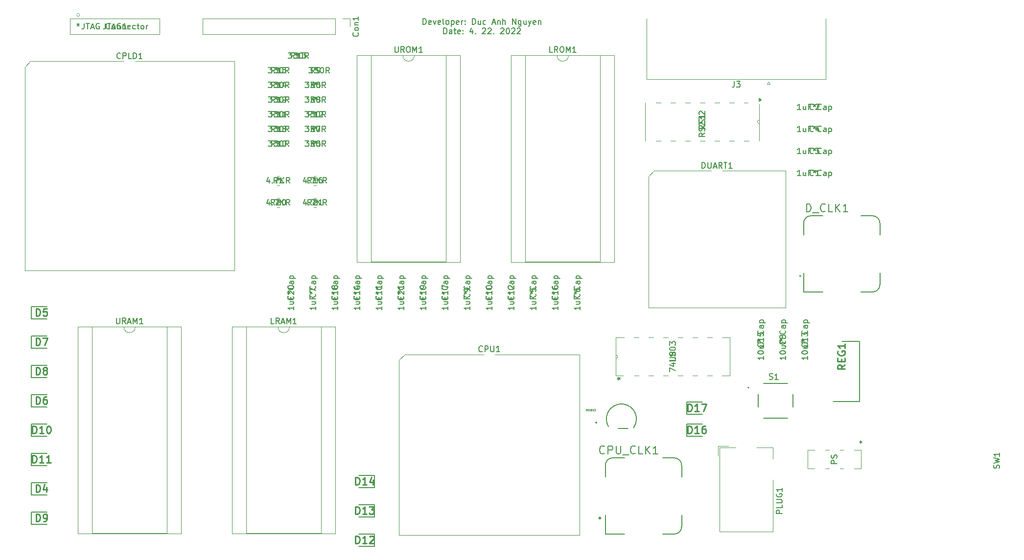
<source format=gbr>
%TF.GenerationSoftware,KiCad,Pcbnew,(5.1.12)-1*%
%TF.CreationDate,2022-04-22T18:12:23-05:00*%
%TF.ProjectId,Microcompuer,4d696372-6f63-46f6-9d70-7565722e6b69,rev?*%
%TF.SameCoordinates,Original*%
%TF.FileFunction,Legend,Top*%
%TF.FilePolarity,Positive*%
%FSLAX46Y46*%
G04 Gerber Fmt 4.6, Leading zero omitted, Abs format (unit mm)*
G04 Created by KiCad (PCBNEW (5.1.12)-1) date 2022-04-22 18:12:23*
%MOMM*%
%LPD*%
G01*
G04 APERTURE LIST*
%ADD10C,0.150000*%
%ADD11C,0.120000*%
%ADD12C,0.127000*%
%ADD13C,0.200000*%
%ADD14C,0.152400*%
%ADD15C,0.300000*%
%ADD16C,0.254000*%
%ADD17C,0.078740*%
G04 APERTURE END LIST*
D10*
X227299523Y-78367380D02*
X227299523Y-77367380D01*
X227537619Y-77367380D01*
X227680476Y-77415000D01*
X227775714Y-77510238D01*
X227823333Y-77605476D01*
X227870952Y-77795952D01*
X227870952Y-77938809D01*
X227823333Y-78129285D01*
X227775714Y-78224523D01*
X227680476Y-78319761D01*
X227537619Y-78367380D01*
X227299523Y-78367380D01*
X228680476Y-78319761D02*
X228585238Y-78367380D01*
X228394761Y-78367380D01*
X228299523Y-78319761D01*
X228251904Y-78224523D01*
X228251904Y-77843571D01*
X228299523Y-77748333D01*
X228394761Y-77700714D01*
X228585238Y-77700714D01*
X228680476Y-77748333D01*
X228728095Y-77843571D01*
X228728095Y-77938809D01*
X228251904Y-78034047D01*
X229061428Y-77700714D02*
X229299523Y-78367380D01*
X229537619Y-77700714D01*
X230299523Y-78319761D02*
X230204285Y-78367380D01*
X230013809Y-78367380D01*
X229918571Y-78319761D01*
X229870952Y-78224523D01*
X229870952Y-77843571D01*
X229918571Y-77748333D01*
X230013809Y-77700714D01*
X230204285Y-77700714D01*
X230299523Y-77748333D01*
X230347142Y-77843571D01*
X230347142Y-77938809D01*
X229870952Y-78034047D01*
X230918571Y-78367380D02*
X230823333Y-78319761D01*
X230775714Y-78224523D01*
X230775714Y-77367380D01*
X231442380Y-78367380D02*
X231347142Y-78319761D01*
X231299523Y-78272142D01*
X231251904Y-78176904D01*
X231251904Y-77891190D01*
X231299523Y-77795952D01*
X231347142Y-77748333D01*
X231442380Y-77700714D01*
X231585238Y-77700714D01*
X231680476Y-77748333D01*
X231728095Y-77795952D01*
X231775714Y-77891190D01*
X231775714Y-78176904D01*
X231728095Y-78272142D01*
X231680476Y-78319761D01*
X231585238Y-78367380D01*
X231442380Y-78367380D01*
X232204285Y-77700714D02*
X232204285Y-78700714D01*
X232204285Y-77748333D02*
X232299523Y-77700714D01*
X232490000Y-77700714D01*
X232585238Y-77748333D01*
X232632857Y-77795952D01*
X232680476Y-77891190D01*
X232680476Y-78176904D01*
X232632857Y-78272142D01*
X232585238Y-78319761D01*
X232490000Y-78367380D01*
X232299523Y-78367380D01*
X232204285Y-78319761D01*
X233490000Y-78319761D02*
X233394761Y-78367380D01*
X233204285Y-78367380D01*
X233109047Y-78319761D01*
X233061428Y-78224523D01*
X233061428Y-77843571D01*
X233109047Y-77748333D01*
X233204285Y-77700714D01*
X233394761Y-77700714D01*
X233490000Y-77748333D01*
X233537619Y-77843571D01*
X233537619Y-77938809D01*
X233061428Y-78034047D01*
X233966190Y-78367380D02*
X233966190Y-77700714D01*
X233966190Y-77891190D02*
X234013809Y-77795952D01*
X234061428Y-77748333D01*
X234156666Y-77700714D01*
X234251904Y-77700714D01*
X234585238Y-78272142D02*
X234632857Y-78319761D01*
X234585238Y-78367380D01*
X234537619Y-78319761D01*
X234585238Y-78272142D01*
X234585238Y-78367380D01*
X234585238Y-77748333D02*
X234632857Y-77795952D01*
X234585238Y-77843571D01*
X234537619Y-77795952D01*
X234585238Y-77748333D01*
X234585238Y-77843571D01*
X235823333Y-78367380D02*
X235823333Y-77367380D01*
X236061428Y-77367380D01*
X236204285Y-77415000D01*
X236299523Y-77510238D01*
X236347142Y-77605476D01*
X236394761Y-77795952D01*
X236394761Y-77938809D01*
X236347142Y-78129285D01*
X236299523Y-78224523D01*
X236204285Y-78319761D01*
X236061428Y-78367380D01*
X235823333Y-78367380D01*
X237251904Y-77700714D02*
X237251904Y-78367380D01*
X236823333Y-77700714D02*
X236823333Y-78224523D01*
X236870952Y-78319761D01*
X236966190Y-78367380D01*
X237109047Y-78367380D01*
X237204285Y-78319761D01*
X237251904Y-78272142D01*
X238156666Y-78319761D02*
X238061428Y-78367380D01*
X237870952Y-78367380D01*
X237775714Y-78319761D01*
X237728095Y-78272142D01*
X237680476Y-78176904D01*
X237680476Y-77891190D01*
X237728095Y-77795952D01*
X237775714Y-77748333D01*
X237870952Y-77700714D01*
X238061428Y-77700714D01*
X238156666Y-77748333D01*
X239299523Y-78081666D02*
X239775714Y-78081666D01*
X239204285Y-78367380D02*
X239537619Y-77367380D01*
X239870952Y-78367380D01*
X240204285Y-77700714D02*
X240204285Y-78367380D01*
X240204285Y-77795952D02*
X240251904Y-77748333D01*
X240347142Y-77700714D01*
X240490000Y-77700714D01*
X240585238Y-77748333D01*
X240632857Y-77843571D01*
X240632857Y-78367380D01*
X241109047Y-78367380D02*
X241109047Y-77367380D01*
X241537619Y-78367380D02*
X241537619Y-77843571D01*
X241490000Y-77748333D01*
X241394761Y-77700714D01*
X241251904Y-77700714D01*
X241156666Y-77748333D01*
X241109047Y-77795952D01*
X242775714Y-78367380D02*
X242775714Y-77367380D01*
X243347142Y-78367380D01*
X243347142Y-77367380D01*
X244251904Y-77700714D02*
X244251904Y-78510238D01*
X244204285Y-78605476D01*
X244156666Y-78653095D01*
X244061428Y-78700714D01*
X243918571Y-78700714D01*
X243823333Y-78653095D01*
X244251904Y-78319761D02*
X244156666Y-78367380D01*
X243966190Y-78367380D01*
X243870952Y-78319761D01*
X243823333Y-78272142D01*
X243775714Y-78176904D01*
X243775714Y-77891190D01*
X243823333Y-77795952D01*
X243870952Y-77748333D01*
X243966190Y-77700714D01*
X244156666Y-77700714D01*
X244251904Y-77748333D01*
X245156666Y-77700714D02*
X245156666Y-78367380D01*
X244728095Y-77700714D02*
X244728095Y-78224523D01*
X244775714Y-78319761D01*
X244870952Y-78367380D01*
X245013809Y-78367380D01*
X245109047Y-78319761D01*
X245156666Y-78272142D01*
X245537619Y-77700714D02*
X245775714Y-78367380D01*
X246013809Y-77700714D02*
X245775714Y-78367380D01*
X245680476Y-78605476D01*
X245632857Y-78653095D01*
X245537619Y-78700714D01*
X246775714Y-78319761D02*
X246680476Y-78367380D01*
X246490000Y-78367380D01*
X246394761Y-78319761D01*
X246347142Y-78224523D01*
X246347142Y-77843571D01*
X246394761Y-77748333D01*
X246490000Y-77700714D01*
X246680476Y-77700714D01*
X246775714Y-77748333D01*
X246823333Y-77843571D01*
X246823333Y-77938809D01*
X246347142Y-78034047D01*
X247251904Y-77700714D02*
X247251904Y-78367380D01*
X247251904Y-77795952D02*
X247299523Y-77748333D01*
X247394761Y-77700714D01*
X247537619Y-77700714D01*
X247632857Y-77748333D01*
X247680476Y-77843571D01*
X247680476Y-78367380D01*
X230870952Y-80017380D02*
X230870952Y-79017380D01*
X231109047Y-79017380D01*
X231251904Y-79065000D01*
X231347142Y-79160238D01*
X231394761Y-79255476D01*
X231442380Y-79445952D01*
X231442380Y-79588809D01*
X231394761Y-79779285D01*
X231347142Y-79874523D01*
X231251904Y-79969761D01*
X231109047Y-80017380D01*
X230870952Y-80017380D01*
X232299523Y-80017380D02*
X232299523Y-79493571D01*
X232251904Y-79398333D01*
X232156666Y-79350714D01*
X231966190Y-79350714D01*
X231870952Y-79398333D01*
X232299523Y-79969761D02*
X232204285Y-80017380D01*
X231966190Y-80017380D01*
X231870952Y-79969761D01*
X231823333Y-79874523D01*
X231823333Y-79779285D01*
X231870952Y-79684047D01*
X231966190Y-79636428D01*
X232204285Y-79636428D01*
X232299523Y-79588809D01*
X232632857Y-79350714D02*
X233013809Y-79350714D01*
X232775714Y-79017380D02*
X232775714Y-79874523D01*
X232823333Y-79969761D01*
X232918571Y-80017380D01*
X233013809Y-80017380D01*
X233728095Y-79969761D02*
X233632857Y-80017380D01*
X233442380Y-80017380D01*
X233347142Y-79969761D01*
X233299523Y-79874523D01*
X233299523Y-79493571D01*
X233347142Y-79398333D01*
X233442380Y-79350714D01*
X233632857Y-79350714D01*
X233728095Y-79398333D01*
X233775714Y-79493571D01*
X233775714Y-79588809D01*
X233299523Y-79684047D01*
X234204285Y-79922142D02*
X234251904Y-79969761D01*
X234204285Y-80017380D01*
X234156666Y-79969761D01*
X234204285Y-79922142D01*
X234204285Y-80017380D01*
X234204285Y-79398333D02*
X234251904Y-79445952D01*
X234204285Y-79493571D01*
X234156666Y-79445952D01*
X234204285Y-79398333D01*
X234204285Y-79493571D01*
X235870952Y-79350714D02*
X235870952Y-80017380D01*
X235632857Y-78969761D02*
X235394761Y-79684047D01*
X236013809Y-79684047D01*
X236394761Y-79922142D02*
X236442380Y-79969761D01*
X236394761Y-80017380D01*
X236347142Y-79969761D01*
X236394761Y-79922142D01*
X236394761Y-80017380D01*
X237585238Y-79112619D02*
X237632857Y-79065000D01*
X237728095Y-79017380D01*
X237966190Y-79017380D01*
X238061428Y-79065000D01*
X238109047Y-79112619D01*
X238156666Y-79207857D01*
X238156666Y-79303095D01*
X238109047Y-79445952D01*
X237537619Y-80017380D01*
X238156666Y-80017380D01*
X238537619Y-79112619D02*
X238585238Y-79065000D01*
X238680476Y-79017380D01*
X238918571Y-79017380D01*
X239013809Y-79065000D01*
X239061428Y-79112619D01*
X239109047Y-79207857D01*
X239109047Y-79303095D01*
X239061428Y-79445952D01*
X238490000Y-80017380D01*
X239109047Y-80017380D01*
X239537619Y-79922142D02*
X239585238Y-79969761D01*
X239537619Y-80017380D01*
X239490000Y-79969761D01*
X239537619Y-79922142D01*
X239537619Y-80017380D01*
X240728095Y-79112619D02*
X240775714Y-79065000D01*
X240870952Y-79017380D01*
X241109047Y-79017380D01*
X241204285Y-79065000D01*
X241251904Y-79112619D01*
X241299523Y-79207857D01*
X241299523Y-79303095D01*
X241251904Y-79445952D01*
X240680476Y-80017380D01*
X241299523Y-80017380D01*
X241918571Y-79017380D02*
X242013809Y-79017380D01*
X242109047Y-79065000D01*
X242156666Y-79112619D01*
X242204285Y-79207857D01*
X242251904Y-79398333D01*
X242251904Y-79636428D01*
X242204285Y-79826904D01*
X242156666Y-79922142D01*
X242109047Y-79969761D01*
X242013809Y-80017380D01*
X241918571Y-80017380D01*
X241823333Y-79969761D01*
X241775714Y-79922142D01*
X241728095Y-79826904D01*
X241680476Y-79636428D01*
X241680476Y-79398333D01*
X241728095Y-79207857D01*
X241775714Y-79112619D01*
X241823333Y-79065000D01*
X241918571Y-79017380D01*
X242632857Y-79112619D02*
X242680476Y-79065000D01*
X242775714Y-79017380D01*
X243013809Y-79017380D01*
X243109047Y-79065000D01*
X243156666Y-79112619D01*
X243204285Y-79207857D01*
X243204285Y-79303095D01*
X243156666Y-79445952D01*
X242585238Y-80017380D01*
X243204285Y-80017380D01*
X243585238Y-79112619D02*
X243632857Y-79065000D01*
X243728095Y-79017380D01*
X243966190Y-79017380D01*
X244061428Y-79065000D01*
X244109047Y-79112619D01*
X244156666Y-79207857D01*
X244156666Y-79303095D01*
X244109047Y-79445952D01*
X243537619Y-80017380D01*
X244156666Y-80017380D01*
D11*
%TO.C,PLUG1*%
X278370000Y-151360000D02*
X280110000Y-151360000D01*
X278370000Y-153100000D02*
X278370000Y-151360000D01*
X287810000Y-151600000D02*
X287810000Y-153600000D01*
X285010000Y-151600000D02*
X287810000Y-151600000D01*
X278610000Y-151600000D02*
X281410000Y-151600000D01*
X278610000Y-166200000D02*
X278610000Y-151600000D01*
X287810000Y-166200000D02*
X278610000Y-166200000D01*
X287810000Y-157200000D02*
X287810000Y-166200000D01*
%TO.C,UROM1*%
X233740000Y-83700000D02*
X215840000Y-83700000D01*
X233740000Y-119500000D02*
X233740000Y-83700000D01*
X215840000Y-119500000D02*
X233740000Y-119500000D01*
X215840000Y-83700000D02*
X215840000Y-119500000D01*
X231250000Y-83760000D02*
X225790000Y-83760000D01*
X231250000Y-119440000D02*
X231250000Y-83760000D01*
X218330000Y-119440000D02*
X231250000Y-119440000D01*
X218330000Y-83760000D02*
X218330000Y-119440000D01*
X223790000Y-83760000D02*
X218330000Y-83760000D01*
X225790000Y-83760000D02*
G75*
G02*
X223790000Y-83760000I-1000000J0D01*
G01*
%TO.C,URAM1*%
X185480000Y-130690000D02*
X167580000Y-130690000D01*
X185480000Y-166490000D02*
X185480000Y-130690000D01*
X167580000Y-166490000D02*
X185480000Y-166490000D01*
X167580000Y-130690000D02*
X167580000Y-166490000D01*
X182990000Y-130750000D02*
X177530000Y-130750000D01*
X182990000Y-166430000D02*
X182990000Y-130750000D01*
X170070000Y-166430000D02*
X182990000Y-166430000D01*
X170070000Y-130750000D02*
X170070000Y-166430000D01*
X175530000Y-130750000D02*
X170070000Y-130750000D01*
X177530000Y-130750000D02*
G75*
G02*
X175530000Y-130750000I-1000000J0D01*
G01*
%TO.C,U8*%
X262051431Y-132588000D02*
X260667500Y-132588000D01*
X264591431Y-132588000D02*
X263728569Y-132588000D01*
X267131431Y-132588000D02*
X266268569Y-132588000D01*
X269671431Y-132588000D02*
X268808569Y-132588000D01*
X272211431Y-132588000D02*
X271348569Y-132588000D01*
X274751431Y-132588000D02*
X273888569Y-132588000D01*
X277291431Y-132588000D02*
X276428569Y-132588000D01*
X278968569Y-139192000D02*
X280352500Y-139192000D01*
X276428569Y-139192000D02*
X277291431Y-139192000D01*
X273888569Y-139192000D02*
X274751431Y-139192000D01*
X271348569Y-139192000D02*
X272211431Y-139192000D01*
X268808569Y-139192000D02*
X269671431Y-139192000D01*
X266268569Y-139192000D02*
X267131431Y-139192000D01*
X263870440Y-139192000D02*
X264591431Y-139192000D01*
X260667500Y-139192000D02*
X261909560Y-139192000D01*
X260667500Y-132588000D02*
X260667500Y-139192000D01*
X280352500Y-132588000D02*
X278968569Y-132588000D01*
X280352500Y-139192000D02*
X280352500Y-132588000D01*
X260667500Y-135585200D02*
G75*
G02*
X260667500Y-136194800I0J-304800D01*
G01*
%TO.C,SW1*%
X301879640Y-155295600D02*
X303072800Y-155295600D01*
X299379640Y-155295600D02*
X300020360Y-155295600D01*
X296879640Y-155295600D02*
X297520360Y-155295600D01*
X295020360Y-152044400D02*
X293827200Y-152044400D01*
X297520360Y-152044400D02*
X296879640Y-152044400D01*
X300020360Y-152044400D02*
X299379640Y-152044400D01*
X303072800Y-152044400D02*
X301879640Y-152044400D01*
X303072800Y-155295600D02*
X303072800Y-152044400D01*
X293827200Y-155295600D02*
X295020360Y-155295600D01*
X293827200Y-152044400D02*
X293827200Y-155295600D01*
D12*
%TO.C,S1*%
X285290000Y-144615000D02*
X285290000Y-142405000D01*
X290395000Y-146510000D02*
X286185000Y-146510000D01*
X291290000Y-142405000D02*
X291290000Y-144615000D01*
X286185000Y-140510000D02*
X290395000Y-140510000D01*
D13*
X283690000Y-141260000D02*
G75*
G03*
X283690000Y-141260000I-100000J0D01*
G01*
D11*
%TO.C,RS1*%
X282778569Y-98552000D02*
X283641431Y-98552000D01*
X280238569Y-98552000D02*
X281101431Y-98552000D01*
X277698569Y-98552000D02*
X278561431Y-98552000D01*
X275158569Y-98552000D02*
X276021431Y-98552000D01*
X272618569Y-98552000D02*
X273481431Y-98552000D01*
X270078569Y-98552000D02*
X270941431Y-98552000D01*
X268401431Y-91948000D02*
X267538569Y-91948000D01*
X270941431Y-91948000D02*
X270078569Y-91948000D01*
X273481431Y-91948000D02*
X272618569Y-91948000D01*
X276021431Y-91948000D02*
X275158569Y-91948000D01*
X278561431Y-91948000D02*
X277698569Y-91948000D01*
X281101431Y-91948000D02*
X280238569Y-91948000D01*
X283499560Y-91948000D02*
X282778569Y-91948000D01*
X285432500Y-98552000D02*
X285432500Y-92221165D01*
X267538569Y-98552000D02*
X268401431Y-98552000D01*
X265747500Y-91948000D02*
X265747500Y-98552000D01*
X285432500Y-95554800D02*
G75*
G02*
X285432500Y-94945200I0J304800D01*
G01*
D13*
%TO.C,REG1*%
X302790000Y-133240000D02*
X299720000Y-133240000D01*
X302790000Y-143640000D02*
X302790000Y-133240000D01*
X298190000Y-143640000D02*
X302790000Y-143640000D01*
D11*
%TO.C,R21*%
X208785750Y-108419900D02*
X208410250Y-108419900D01*
X208410250Y-110020100D02*
X208785750Y-110020100D01*
%TO.C,R20*%
X202060250Y-110020100D02*
X202435750Y-110020100D01*
X202435750Y-108419900D02*
X202060250Y-108419900D01*
%TO.C,R16*%
X208785750Y-104609900D02*
X208410250Y-104609900D01*
X208410250Y-106210100D02*
X208785750Y-106210100D01*
%TO.C,R1*%
X202435750Y-104609900D02*
X202060250Y-104609900D01*
X202060250Y-106210100D02*
X202435750Y-106210100D01*
%TO.C,LROM1*%
X260410000Y-83700000D02*
X242510000Y-83700000D01*
X260410000Y-119500000D02*
X260410000Y-83700000D01*
X242510000Y-119500000D02*
X260410000Y-119500000D01*
X242510000Y-83700000D02*
X242510000Y-119500000D01*
X257920000Y-83760000D02*
X252460000Y-83760000D01*
X257920000Y-119440000D02*
X257920000Y-83760000D01*
X245000000Y-119440000D02*
X257920000Y-119440000D01*
X245000000Y-83760000D02*
X245000000Y-119440000D01*
X250460000Y-83760000D02*
X245000000Y-83760000D01*
X252460000Y-83760000D02*
G75*
G02*
X250460000Y-83760000I-1000000J0D01*
G01*
%TO.C,LRAM1*%
X212150000Y-130690000D02*
X194250000Y-130690000D01*
X212150000Y-166490000D02*
X212150000Y-130690000D01*
X194250000Y-166490000D02*
X212150000Y-166490000D01*
X194250000Y-130690000D02*
X194250000Y-166490000D01*
X209660000Y-130750000D02*
X204200000Y-130750000D01*
X209660000Y-166430000D02*
X209660000Y-130750000D01*
X196740000Y-166430000D02*
X209660000Y-166430000D01*
X196740000Y-130750000D02*
X196740000Y-166430000D01*
X202200000Y-130750000D02*
X196740000Y-130750000D01*
X204200000Y-130750000D02*
G75*
G02*
X202200000Y-130750000I-1000000J0D01*
G01*
%TO.C,JTAG1*%
X167894000Y-76733400D02*
G75*
G03*
X167894000Y-76733400I-254000J0D01*
G01*
X181737000Y-80111600D02*
X181737000Y-77368400D01*
X166243000Y-80111600D02*
X181737000Y-80111600D01*
X166243000Y-77368400D02*
X166243000Y-80111600D01*
X181737000Y-77368400D02*
X166243000Y-77368400D01*
%TO.C,J3*%
X287020000Y-88311325D02*
X287270000Y-88744338D01*
X286770000Y-88744338D02*
X287020000Y-88311325D01*
X287270000Y-88744338D02*
X286770000Y-88744338D01*
X265995000Y-87850000D02*
X265995000Y-77370000D01*
X296965000Y-87850000D02*
X265995000Y-87850000D01*
X296965000Y-77370000D02*
X296965000Y-87850000D01*
%TO.C,DUART1*%
X289980000Y-103720000D02*
X279130000Y-103720000D01*
X289980000Y-127420000D02*
X289980000Y-103720000D01*
X266280000Y-127420000D02*
X289980000Y-127420000D01*
X266280000Y-104720000D02*
X266280000Y-127420000D01*
X267280000Y-103720000D02*
X266280000Y-104720000D01*
X277130000Y-103720000D02*
X267280000Y-103720000D01*
D14*
%TO.C,DS1813*%
X261086600Y-148285200D02*
X262712200Y-148285200D01*
X264210800Y-146685000D02*
G75*
G02*
X263728200Y-148209000I-2586495J-19355D01*
G01*
X257098800Y-147320000D02*
G75*
G02*
X257352800Y-147320000I127000J0D01*
G01*
X257352800Y-147320000D02*
G75*
G02*
X257098800Y-147320000I-127000J0D01*
G01*
X259384800Y-148031200D02*
G75*
G02*
X264210800Y-146685000I2226333J1342284D01*
G01*
D12*
%TO.C,D_CLK1*%
X293120000Y-124710000D02*
X293120000Y-121410000D01*
X296420000Y-124710000D02*
X293120000Y-124710000D01*
X306320000Y-123440000D02*
X306320000Y-121410000D01*
X303020000Y-124710000D02*
X305050000Y-124710000D01*
X306320000Y-112780000D02*
X306320000Y-114810000D01*
X303020000Y-111510000D02*
X305050000Y-111510000D01*
X293120000Y-112780000D02*
X293120000Y-114810000D01*
X296420000Y-111510000D02*
X294390000Y-111510000D01*
D13*
X292641000Y-121920000D02*
G75*
G03*
X292641000Y-121920000I-100000J0D01*
G01*
D12*
X305050000Y-124710000D02*
G75*
G03*
X306320000Y-123440000I0J1270000D01*
G01*
X305050000Y-111510000D02*
G75*
G02*
X306320000Y-112780000I0J-1270000D01*
G01*
X294390000Y-111510000D02*
G75*
G03*
X293120000Y-112780000I0J-1270000D01*
G01*
D13*
%TO.C,D17*%
X272890000Y-145830000D02*
X275590000Y-145830000D01*
X272890000Y-143730000D02*
X272890000Y-145830000D01*
X275590000Y-143730000D02*
X272890000Y-143730000D01*
%TO.C,D16*%
X272890000Y-149640000D02*
X275590000Y-149640000D01*
X272890000Y-147540000D02*
X272890000Y-149640000D01*
X275590000Y-147540000D02*
X272890000Y-147540000D01*
%TO.C,D14*%
X218920000Y-156430000D02*
X216220000Y-156430000D01*
X218920000Y-158530000D02*
X218920000Y-156430000D01*
X216220000Y-158530000D02*
X218920000Y-158530000D01*
%TO.C,D13*%
X218920000Y-161510000D02*
X216220000Y-161510000D01*
X218920000Y-163610000D02*
X218920000Y-161510000D01*
X216220000Y-163610000D02*
X218920000Y-163610000D01*
%TO.C,D12*%
X218920000Y-166590000D02*
X216220000Y-166590000D01*
X218920000Y-168690000D02*
X218920000Y-166590000D01*
X216220000Y-168690000D02*
X218920000Y-168690000D01*
%TO.C,D11*%
X159540000Y-154720000D02*
X162240000Y-154720000D01*
X159540000Y-152620000D02*
X159540000Y-154720000D01*
X162240000Y-152620000D02*
X159540000Y-152620000D01*
%TO.C,D10*%
X159540000Y-149640000D02*
X162240000Y-149640000D01*
X159540000Y-147540000D02*
X159540000Y-149640000D01*
X162240000Y-147540000D02*
X159540000Y-147540000D01*
%TO.C,D9*%
X159540000Y-164880000D02*
X162240000Y-164880000D01*
X159540000Y-162780000D02*
X159540000Y-164880000D01*
X162240000Y-162780000D02*
X159540000Y-162780000D01*
%TO.C,D8*%
X159540000Y-139480000D02*
X162240000Y-139480000D01*
X159540000Y-137380000D02*
X159540000Y-139480000D01*
X162240000Y-137380000D02*
X159540000Y-137380000D01*
%TO.C,D7*%
X159540000Y-134400000D02*
X162240000Y-134400000D01*
X159540000Y-132300000D02*
X159540000Y-134400000D01*
X162240000Y-132300000D02*
X159540000Y-132300000D01*
%TO.C,D6*%
X159540000Y-144560000D02*
X162240000Y-144560000D01*
X159540000Y-142460000D02*
X159540000Y-144560000D01*
X162240000Y-142460000D02*
X159540000Y-142460000D01*
%TO.C,D5*%
X159540000Y-129320000D02*
X162240000Y-129320000D01*
X159540000Y-127220000D02*
X159540000Y-129320000D01*
X162240000Y-127220000D02*
X159540000Y-127220000D01*
%TO.C,D4*%
X159540000Y-159800000D02*
X162240000Y-159800000D01*
X159540000Y-157700000D02*
X159540000Y-159800000D01*
X162240000Y-157700000D02*
X159540000Y-157700000D01*
D12*
%TO.C,CPU_CLK1*%
X258830000Y-166620000D02*
X258830000Y-163320000D01*
X262130000Y-166620000D02*
X258830000Y-166620000D01*
X272030000Y-165350000D02*
X272030000Y-163320000D01*
X268730000Y-166620000D02*
X270760000Y-166620000D01*
X272030000Y-154690000D02*
X272030000Y-156720000D01*
X268730000Y-153420000D02*
X270760000Y-153420000D01*
X258830000Y-154690000D02*
X258830000Y-156720000D01*
X262130000Y-153420000D02*
X260100000Y-153420000D01*
D15*
X257970000Y-163830000D02*
G75*
G03*
X257970000Y-163830000I-100000J0D01*
G01*
D12*
X270760000Y-166620000D02*
G75*
G03*
X272030000Y-165350000I0J1270000D01*
G01*
X270760000Y-153420000D02*
G75*
G02*
X272030000Y-154690000I0J-1270000D01*
G01*
X260100000Y-153420000D02*
G75*
G03*
X258830000Y-154690000I0J-1270000D01*
G01*
D11*
%TO.C,CPU1*%
X254385000Y-135505000D02*
X239760000Y-135505000D01*
X254385000Y-166755000D02*
X254385000Y-135505000D01*
X223135000Y-166755000D02*
X254385000Y-166755000D01*
X223135000Y-136505000D02*
X223135000Y-166755000D01*
X224135000Y-135505000D02*
X223135000Y-136505000D01*
X237760000Y-135505000D02*
X224135000Y-135505000D01*
%TO.C,CPLD1*%
X194655000Y-84760000D02*
X177530000Y-84760000D01*
X194655000Y-120980000D02*
X194655000Y-84760000D01*
X158405000Y-120980000D02*
X194655000Y-120980000D01*
X158405000Y-85760000D02*
X158405000Y-120980000D01*
X159405000Y-84760000D02*
X158405000Y-85760000D01*
X175530000Y-84760000D02*
X159405000Y-84760000D01*
%TO.C,Con1*%
X214690000Y-77410000D02*
X214690000Y-78740000D01*
X213360000Y-77410000D02*
X214690000Y-77410000D01*
X212090000Y-77410000D02*
X212090000Y-80070000D01*
X212090000Y-80070000D02*
X189170000Y-80070000D01*
X212090000Y-77410000D02*
X189170000Y-77410000D01*
X189170000Y-77410000D02*
X189170000Y-80070000D01*
%TO.C,PLUG1*%
D10*
X289412380Y-163016666D02*
X288412380Y-163016666D01*
X288412380Y-162635714D01*
X288460000Y-162540476D01*
X288507619Y-162492857D01*
X288602857Y-162445238D01*
X288745714Y-162445238D01*
X288840952Y-162492857D01*
X288888571Y-162540476D01*
X288936190Y-162635714D01*
X288936190Y-163016666D01*
X289412380Y-161540476D02*
X289412380Y-162016666D01*
X288412380Y-162016666D01*
X288412380Y-161207142D02*
X289221904Y-161207142D01*
X289317142Y-161159523D01*
X289364761Y-161111904D01*
X289412380Y-161016666D01*
X289412380Y-160826190D01*
X289364761Y-160730952D01*
X289317142Y-160683333D01*
X289221904Y-160635714D01*
X288412380Y-160635714D01*
X288460000Y-159635714D02*
X288412380Y-159730952D01*
X288412380Y-159873809D01*
X288460000Y-160016666D01*
X288555238Y-160111904D01*
X288650476Y-160159523D01*
X288840952Y-160207142D01*
X288983809Y-160207142D01*
X289174285Y-160159523D01*
X289269523Y-160111904D01*
X289364761Y-160016666D01*
X289412380Y-159873809D01*
X289412380Y-159778571D01*
X289364761Y-159635714D01*
X289317142Y-159588095D01*
X288983809Y-159588095D01*
X288983809Y-159778571D01*
X289412380Y-158635714D02*
X289412380Y-159207142D01*
X289412380Y-158921428D02*
X288412380Y-158921428D01*
X288555238Y-159016666D01*
X288650476Y-159111904D01*
X288698095Y-159207142D01*
%TO.C,UROM1*%
X222432857Y-82212380D02*
X222432857Y-83021904D01*
X222480476Y-83117142D01*
X222528095Y-83164761D01*
X222623333Y-83212380D01*
X222813809Y-83212380D01*
X222909047Y-83164761D01*
X222956666Y-83117142D01*
X223004285Y-83021904D01*
X223004285Y-82212380D01*
X224051904Y-83212380D02*
X223718571Y-82736190D01*
X223480476Y-83212380D02*
X223480476Y-82212380D01*
X223861428Y-82212380D01*
X223956666Y-82260000D01*
X224004285Y-82307619D01*
X224051904Y-82402857D01*
X224051904Y-82545714D01*
X224004285Y-82640952D01*
X223956666Y-82688571D01*
X223861428Y-82736190D01*
X223480476Y-82736190D01*
X224670952Y-82212380D02*
X224861428Y-82212380D01*
X224956666Y-82260000D01*
X225051904Y-82355238D01*
X225099523Y-82545714D01*
X225099523Y-82879047D01*
X225051904Y-83069523D01*
X224956666Y-83164761D01*
X224861428Y-83212380D01*
X224670952Y-83212380D01*
X224575714Y-83164761D01*
X224480476Y-83069523D01*
X224432857Y-82879047D01*
X224432857Y-82545714D01*
X224480476Y-82355238D01*
X224575714Y-82260000D01*
X224670952Y-82212380D01*
X225528095Y-83212380D02*
X225528095Y-82212380D01*
X225861428Y-82926666D01*
X226194761Y-82212380D01*
X226194761Y-83212380D01*
X227194761Y-83212380D02*
X226623333Y-83212380D01*
X226909047Y-83212380D02*
X226909047Y-82212380D01*
X226813809Y-82355238D01*
X226718571Y-82450476D01*
X226623333Y-82498095D01*
%TO.C,URAM1*%
X174268095Y-129202380D02*
X174268095Y-130011904D01*
X174315714Y-130107142D01*
X174363333Y-130154761D01*
X174458571Y-130202380D01*
X174649047Y-130202380D01*
X174744285Y-130154761D01*
X174791904Y-130107142D01*
X174839523Y-130011904D01*
X174839523Y-129202380D01*
X175887142Y-130202380D02*
X175553809Y-129726190D01*
X175315714Y-130202380D02*
X175315714Y-129202380D01*
X175696666Y-129202380D01*
X175791904Y-129250000D01*
X175839523Y-129297619D01*
X175887142Y-129392857D01*
X175887142Y-129535714D01*
X175839523Y-129630952D01*
X175791904Y-129678571D01*
X175696666Y-129726190D01*
X175315714Y-129726190D01*
X176268095Y-129916666D02*
X176744285Y-129916666D01*
X176172857Y-130202380D02*
X176506190Y-129202380D01*
X176839523Y-130202380D01*
X177172857Y-130202380D02*
X177172857Y-129202380D01*
X177506190Y-129916666D01*
X177839523Y-129202380D01*
X177839523Y-130202380D01*
X178839523Y-130202380D02*
X178268095Y-130202380D01*
X178553809Y-130202380D02*
X178553809Y-129202380D01*
X178458571Y-129345238D01*
X178363333Y-129440476D01*
X178268095Y-129488095D01*
%TO.C,U8*%
X269962380Y-136651904D02*
X270771904Y-136651904D01*
X270867142Y-136604285D01*
X270914761Y-136556666D01*
X270962380Y-136461428D01*
X270962380Y-136270952D01*
X270914761Y-136175714D01*
X270867142Y-136128095D01*
X270771904Y-136080476D01*
X269962380Y-136080476D01*
X270390952Y-135461428D02*
X270343333Y-135556666D01*
X270295714Y-135604285D01*
X270200476Y-135651904D01*
X270152857Y-135651904D01*
X270057619Y-135604285D01*
X270010000Y-135556666D01*
X269962380Y-135461428D01*
X269962380Y-135270952D01*
X270010000Y-135175714D01*
X270057619Y-135128095D01*
X270152857Y-135080476D01*
X270200476Y-135080476D01*
X270295714Y-135128095D01*
X270343333Y-135175714D01*
X270390952Y-135270952D01*
X270390952Y-135461428D01*
X270438571Y-135556666D01*
X270486190Y-135604285D01*
X270581428Y-135651904D01*
X270771904Y-135651904D01*
X270867142Y-135604285D01*
X270914761Y-135556666D01*
X270962380Y-135461428D01*
X270962380Y-135270952D01*
X270914761Y-135175714D01*
X270867142Y-135128095D01*
X270771904Y-135080476D01*
X270581428Y-135080476D01*
X270486190Y-135128095D01*
X270438571Y-135175714D01*
X270390952Y-135270952D01*
X269962380Y-138532857D02*
X269962380Y-137866190D01*
X270962380Y-138294761D01*
X270295714Y-137056666D02*
X270962380Y-137056666D01*
X269914761Y-137294761D02*
X270629047Y-137532857D01*
X270629047Y-136913809D01*
X270962380Y-136056666D02*
X270962380Y-136532857D01*
X269962380Y-136532857D01*
X270914761Y-135770952D02*
X270962380Y-135628095D01*
X270962380Y-135390000D01*
X270914761Y-135294761D01*
X270867142Y-135247142D01*
X270771904Y-135199523D01*
X270676666Y-135199523D01*
X270581428Y-135247142D01*
X270533809Y-135294761D01*
X270486190Y-135390000D01*
X270438571Y-135580476D01*
X270390952Y-135675714D01*
X270343333Y-135723333D01*
X270248095Y-135770952D01*
X270152857Y-135770952D01*
X270057619Y-135723333D01*
X270010000Y-135675714D01*
X269962380Y-135580476D01*
X269962380Y-135342380D01*
X270010000Y-135199523D01*
X269962380Y-134580476D02*
X269962380Y-134485238D01*
X270010000Y-134390000D01*
X270057619Y-134342380D01*
X270152857Y-134294761D01*
X270343333Y-134247142D01*
X270581428Y-134247142D01*
X270771904Y-134294761D01*
X270867142Y-134342380D01*
X270914761Y-134390000D01*
X270962380Y-134485238D01*
X270962380Y-134580476D01*
X270914761Y-134675714D01*
X270867142Y-134723333D01*
X270771904Y-134770952D01*
X270581428Y-134818571D01*
X270343333Y-134818571D01*
X270152857Y-134770952D01*
X270057619Y-134723333D01*
X270010000Y-134675714D01*
X269962380Y-134580476D01*
X269962380Y-133913809D02*
X269962380Y-133294761D01*
X270343333Y-133628095D01*
X270343333Y-133485238D01*
X270390952Y-133390000D01*
X270438571Y-133342380D01*
X270533809Y-133294761D01*
X270771904Y-133294761D01*
X270867142Y-133342380D01*
X270914761Y-133390000D01*
X270962380Y-133485238D01*
X270962380Y-133770952D01*
X270914761Y-133866190D01*
X270867142Y-133913809D01*
X260932680Y-139700000D02*
X261170776Y-139700000D01*
X261075538Y-139938095D02*
X261170776Y-139700000D01*
X261075538Y-139461904D01*
X261361252Y-139842857D02*
X261170776Y-139700000D01*
X261361252Y-139557142D01*
X260932680Y-139700000D02*
X261170776Y-139700000D01*
X261075538Y-139938095D02*
X261170776Y-139700000D01*
X261075538Y-139461904D01*
X261361252Y-139842857D02*
X261170776Y-139700000D01*
X261361252Y-139557142D01*
%TO.C,SW1*%
X326961861Y-155206433D02*
X327009480Y-155063576D01*
X327009480Y-154825480D01*
X326961861Y-154730242D01*
X326914242Y-154682623D01*
X326819004Y-154635004D01*
X326723766Y-154635004D01*
X326628528Y-154682623D01*
X326580909Y-154730242D01*
X326533290Y-154825480D01*
X326485671Y-155015957D01*
X326438052Y-155111195D01*
X326390433Y-155158814D01*
X326295195Y-155206433D01*
X326199957Y-155206433D01*
X326104719Y-155158814D01*
X326057100Y-155111195D01*
X326009480Y-155015957D01*
X326009480Y-154777861D01*
X326057100Y-154635004D01*
X326009480Y-154301671D02*
X327009480Y-154063576D01*
X326295195Y-153873100D01*
X327009480Y-153682623D01*
X326009480Y-153444528D01*
X327009480Y-152539766D02*
X327009480Y-153111195D01*
X327009480Y-152825480D02*
X326009480Y-152825480D01*
X326152338Y-152920719D01*
X326247576Y-153015957D01*
X326295195Y-153111195D01*
X298902380Y-154408095D02*
X297902380Y-154408095D01*
X297902380Y-154027142D01*
X297950000Y-153931904D01*
X297997619Y-153884285D01*
X298092857Y-153836666D01*
X298235714Y-153836666D01*
X298330952Y-153884285D01*
X298378571Y-153931904D01*
X298426190Y-154027142D01*
X298426190Y-154408095D01*
X298854761Y-153455714D02*
X298902380Y-153312857D01*
X298902380Y-153074761D01*
X298854761Y-152979523D01*
X298807142Y-152931904D01*
X298711904Y-152884285D01*
X298616666Y-152884285D01*
X298521428Y-152931904D01*
X298473809Y-152979523D01*
X298426190Y-153074761D01*
X298378571Y-153265238D01*
X298330952Y-153360476D01*
X298283333Y-153408095D01*
X298188095Y-153455714D01*
X298092857Y-153455714D01*
X297997619Y-153408095D01*
X297950000Y-153360476D01*
X297902380Y-153265238D01*
X297902380Y-153027142D01*
X297950000Y-152884285D01*
X302789980Y-150660100D02*
X303028076Y-150660100D01*
X302932838Y-150898195D02*
X303028076Y-150660100D01*
X302932838Y-150422004D01*
X303218552Y-150802957D02*
X303028076Y-150660100D01*
X303218552Y-150517242D01*
X302789980Y-150660100D02*
X303028076Y-150660100D01*
X302932838Y-150898195D02*
X303028076Y-150660100D01*
X302932838Y-150422004D01*
X303218552Y-150802957D02*
X303028076Y-150660100D01*
X303218552Y-150517242D01*
%TO.C,S1*%
X287203095Y-139779761D02*
X287345952Y-139827380D01*
X287584047Y-139827380D01*
X287679285Y-139779761D01*
X287726904Y-139732142D01*
X287774523Y-139636904D01*
X287774523Y-139541666D01*
X287726904Y-139446428D01*
X287679285Y-139398809D01*
X287584047Y-139351190D01*
X287393571Y-139303571D01*
X287298333Y-139255952D01*
X287250714Y-139208333D01*
X287203095Y-139113095D01*
X287203095Y-139017857D01*
X287250714Y-138922619D01*
X287298333Y-138875000D01*
X287393571Y-138827380D01*
X287631666Y-138827380D01*
X287774523Y-138875000D01*
X288726904Y-139827380D02*
X288155476Y-139827380D01*
X288441190Y-139827380D02*
X288441190Y-138827380D01*
X288345952Y-138970238D01*
X288250714Y-139065476D01*
X288155476Y-139113095D01*
%TO.C,RS1*%
X276042380Y-95892857D02*
X275566190Y-96226190D01*
X276042380Y-96464285D02*
X275042380Y-96464285D01*
X275042380Y-96083333D01*
X275090000Y-95988095D01*
X275137619Y-95940476D01*
X275232857Y-95892857D01*
X275375714Y-95892857D01*
X275470952Y-95940476D01*
X275518571Y-95988095D01*
X275566190Y-96083333D01*
X275566190Y-96464285D01*
X275994761Y-95511904D02*
X276042380Y-95369047D01*
X276042380Y-95130952D01*
X275994761Y-95035714D01*
X275947142Y-94988095D01*
X275851904Y-94940476D01*
X275756666Y-94940476D01*
X275661428Y-94988095D01*
X275613809Y-95035714D01*
X275566190Y-95130952D01*
X275518571Y-95321428D01*
X275470952Y-95416666D01*
X275423333Y-95464285D01*
X275328095Y-95511904D01*
X275232857Y-95511904D01*
X275137619Y-95464285D01*
X275090000Y-95416666D01*
X275042380Y-95321428D01*
X275042380Y-95083333D01*
X275090000Y-94940476D01*
X276042380Y-93988095D02*
X276042380Y-94559523D01*
X276042380Y-94273809D02*
X275042380Y-94273809D01*
X275185238Y-94369047D01*
X275280476Y-94464285D01*
X275328095Y-94559523D01*
X276042380Y-97226190D02*
X275566190Y-97559523D01*
X276042380Y-97797619D02*
X275042380Y-97797619D01*
X275042380Y-97416666D01*
X275090000Y-97321428D01*
X275137619Y-97273809D01*
X275232857Y-97226190D01*
X275375714Y-97226190D01*
X275470952Y-97273809D01*
X275518571Y-97321428D01*
X275566190Y-97416666D01*
X275566190Y-97797619D01*
X275994761Y-96845238D02*
X276042380Y-96702380D01*
X276042380Y-96464285D01*
X275994761Y-96369047D01*
X275947142Y-96321428D01*
X275851904Y-96273809D01*
X275756666Y-96273809D01*
X275661428Y-96321428D01*
X275613809Y-96369047D01*
X275566190Y-96464285D01*
X275518571Y-96654761D01*
X275470952Y-96750000D01*
X275423333Y-96797619D01*
X275328095Y-96845238D01*
X275232857Y-96845238D01*
X275137619Y-96797619D01*
X275090000Y-96750000D01*
X275042380Y-96654761D01*
X275042380Y-96416666D01*
X275090000Y-96273809D01*
X275137619Y-95892857D02*
X275090000Y-95845238D01*
X275042380Y-95750000D01*
X275042380Y-95511904D01*
X275090000Y-95416666D01*
X275137619Y-95369047D01*
X275232857Y-95321428D01*
X275328095Y-95321428D01*
X275470952Y-95369047D01*
X276042380Y-95940476D01*
X276042380Y-95321428D01*
X275042380Y-94988095D02*
X275042380Y-94369047D01*
X275423333Y-94702380D01*
X275423333Y-94559523D01*
X275470952Y-94464285D01*
X275518571Y-94416666D01*
X275613809Y-94369047D01*
X275851904Y-94369047D01*
X275947142Y-94416666D01*
X275994761Y-94464285D01*
X276042380Y-94559523D01*
X276042380Y-94845238D01*
X275994761Y-94940476D01*
X275947142Y-94988095D01*
X275137619Y-93988095D02*
X275090000Y-93940476D01*
X275042380Y-93845238D01*
X275042380Y-93607142D01*
X275090000Y-93511904D01*
X275137619Y-93464285D01*
X275232857Y-93416666D01*
X275328095Y-93416666D01*
X275470952Y-93464285D01*
X276042380Y-94035714D01*
X276042380Y-93416666D01*
X285342080Y-91440000D02*
X285580176Y-91440000D01*
X285484938Y-91678095D02*
X285580176Y-91440000D01*
X285484938Y-91201904D01*
X285770652Y-91582857D02*
X285580176Y-91440000D01*
X285770652Y-91297142D01*
X285342080Y-91440000D02*
X285580176Y-91440000D01*
X285484938Y-91678095D02*
X285580176Y-91440000D01*
X285484938Y-91201904D01*
X285770652Y-91582857D02*
X285580176Y-91440000D01*
X285770652Y-91297142D01*
%TO.C,REG1*%
D16*
X300294523Y-137311190D02*
X299689761Y-137734523D01*
X300294523Y-138036904D02*
X299024523Y-138036904D01*
X299024523Y-137553095D01*
X299085000Y-137432142D01*
X299145476Y-137371666D01*
X299266428Y-137311190D01*
X299447857Y-137311190D01*
X299568809Y-137371666D01*
X299629285Y-137432142D01*
X299689761Y-137553095D01*
X299689761Y-138036904D01*
X299629285Y-136766904D02*
X299629285Y-136343571D01*
X300294523Y-136162142D02*
X300294523Y-136766904D01*
X299024523Y-136766904D01*
X299024523Y-136162142D01*
X299085000Y-134952619D02*
X299024523Y-135073571D01*
X299024523Y-135255000D01*
X299085000Y-135436428D01*
X299205952Y-135557380D01*
X299326904Y-135617857D01*
X299568809Y-135678333D01*
X299750238Y-135678333D01*
X299992142Y-135617857D01*
X300113095Y-135557380D01*
X300234047Y-135436428D01*
X300294523Y-135255000D01*
X300294523Y-135134047D01*
X300234047Y-134952619D01*
X300173571Y-134892142D01*
X299750238Y-134892142D01*
X299750238Y-135134047D01*
X300294523Y-133682619D02*
X300294523Y-134408333D01*
X300294523Y-134045476D02*
X299024523Y-134045476D01*
X299205952Y-134166428D01*
X299326904Y-134287380D01*
X299387380Y-134408333D01*
%TO.C,R21*%
D10*
X207955142Y-109672380D02*
X207621809Y-109196190D01*
X207383714Y-109672380D02*
X207383714Y-108672380D01*
X207764666Y-108672380D01*
X207859904Y-108720000D01*
X207907523Y-108767619D01*
X207955142Y-108862857D01*
X207955142Y-109005714D01*
X207907523Y-109100952D01*
X207859904Y-109148571D01*
X207764666Y-109196190D01*
X207383714Y-109196190D01*
X208336095Y-108767619D02*
X208383714Y-108720000D01*
X208478952Y-108672380D01*
X208717047Y-108672380D01*
X208812285Y-108720000D01*
X208859904Y-108767619D01*
X208907523Y-108862857D01*
X208907523Y-108958095D01*
X208859904Y-109100952D01*
X208288476Y-109672380D01*
X208907523Y-109672380D01*
X209859904Y-109672380D02*
X209288476Y-109672380D01*
X209574190Y-109672380D02*
X209574190Y-108672380D01*
X209478952Y-108815238D01*
X209383714Y-108910476D01*
X209288476Y-108958095D01*
X207074190Y-109005714D02*
X207074190Y-109672380D01*
X206836095Y-108624761D02*
X206598000Y-109339047D01*
X207217047Y-109339047D01*
X207598000Y-109577142D02*
X207645619Y-109624761D01*
X207598000Y-109672380D01*
X207550380Y-109624761D01*
X207598000Y-109577142D01*
X207598000Y-109672380D01*
X207978952Y-108672380D02*
X208645619Y-108672380D01*
X208217047Y-109672380D01*
X209026571Y-109672380D02*
X209026571Y-108672380D01*
X209598000Y-109672380D02*
X209169428Y-109100952D01*
X209598000Y-108672380D02*
X209026571Y-109243809D01*
X210598000Y-109672380D02*
X210264666Y-109196190D01*
X210026571Y-109672380D02*
X210026571Y-108672380D01*
X210407523Y-108672380D01*
X210502761Y-108720000D01*
X210550380Y-108767619D01*
X210598000Y-108862857D01*
X210598000Y-109005714D01*
X210550380Y-109100952D01*
X210502761Y-109148571D01*
X210407523Y-109196190D01*
X210026571Y-109196190D01*
X208598000Y-108672380D02*
X208598000Y-108910476D01*
X208359904Y-108815238D02*
X208598000Y-108910476D01*
X208836095Y-108815238D01*
X208455142Y-109100952D02*
X208598000Y-108910476D01*
X208740857Y-109100952D01*
%TO.C,R20*%
X201605142Y-109672380D02*
X201271809Y-109196190D01*
X201033714Y-109672380D02*
X201033714Y-108672380D01*
X201414666Y-108672380D01*
X201509904Y-108720000D01*
X201557523Y-108767619D01*
X201605142Y-108862857D01*
X201605142Y-109005714D01*
X201557523Y-109100952D01*
X201509904Y-109148571D01*
X201414666Y-109196190D01*
X201033714Y-109196190D01*
X201986095Y-108767619D02*
X202033714Y-108720000D01*
X202128952Y-108672380D01*
X202367047Y-108672380D01*
X202462285Y-108720000D01*
X202509904Y-108767619D01*
X202557523Y-108862857D01*
X202557523Y-108958095D01*
X202509904Y-109100952D01*
X201938476Y-109672380D01*
X202557523Y-109672380D01*
X203176571Y-108672380D02*
X203271809Y-108672380D01*
X203367047Y-108720000D01*
X203414666Y-108767619D01*
X203462285Y-108862857D01*
X203509904Y-109053333D01*
X203509904Y-109291428D01*
X203462285Y-109481904D01*
X203414666Y-109577142D01*
X203367047Y-109624761D01*
X203271809Y-109672380D01*
X203176571Y-109672380D01*
X203081333Y-109624761D01*
X203033714Y-109577142D01*
X202986095Y-109481904D01*
X202938476Y-109291428D01*
X202938476Y-109053333D01*
X202986095Y-108862857D01*
X203033714Y-108767619D01*
X203081333Y-108720000D01*
X203176571Y-108672380D01*
X200724190Y-109005714D02*
X200724190Y-109672380D01*
X200486095Y-108624761D02*
X200248000Y-109339047D01*
X200867047Y-109339047D01*
X201248000Y-109577142D02*
X201295619Y-109624761D01*
X201248000Y-109672380D01*
X201200380Y-109624761D01*
X201248000Y-109577142D01*
X201248000Y-109672380D01*
X201628952Y-108672380D02*
X202295619Y-108672380D01*
X201867047Y-109672380D01*
X202676571Y-109672380D02*
X202676571Y-108672380D01*
X203248000Y-109672380D02*
X202819428Y-109100952D01*
X203248000Y-108672380D02*
X202676571Y-109243809D01*
X204248000Y-109672380D02*
X203914666Y-109196190D01*
X203676571Y-109672380D02*
X203676571Y-108672380D01*
X204057523Y-108672380D01*
X204152761Y-108720000D01*
X204200380Y-108767619D01*
X204248000Y-108862857D01*
X204248000Y-109005714D01*
X204200380Y-109100952D01*
X204152761Y-109148571D01*
X204057523Y-109196190D01*
X203676571Y-109196190D01*
X202248000Y-108672380D02*
X202248000Y-108910476D01*
X202009904Y-108815238D02*
X202248000Y-108910476D01*
X202486095Y-108815238D01*
X202105142Y-109100952D02*
X202248000Y-108910476D01*
X202390857Y-109100952D01*
%TO.C,R19*%
X201706142Y-91892380D02*
X201372809Y-91416190D01*
X201134714Y-91892380D02*
X201134714Y-90892380D01*
X201515666Y-90892380D01*
X201610904Y-90940000D01*
X201658523Y-90987619D01*
X201706142Y-91082857D01*
X201706142Y-91225714D01*
X201658523Y-91320952D01*
X201610904Y-91368571D01*
X201515666Y-91416190D01*
X201134714Y-91416190D01*
X202658523Y-91892380D02*
X202087095Y-91892380D01*
X202372809Y-91892380D02*
X202372809Y-90892380D01*
X202277571Y-91035238D01*
X202182333Y-91130476D01*
X202087095Y-91178095D01*
X203134714Y-91892380D02*
X203325190Y-91892380D01*
X203420428Y-91844761D01*
X203468047Y-91797142D01*
X203563285Y-91654285D01*
X203610904Y-91463809D01*
X203610904Y-91082857D01*
X203563285Y-90987619D01*
X203515666Y-90940000D01*
X203420428Y-90892380D01*
X203229952Y-90892380D01*
X203134714Y-90940000D01*
X203087095Y-90987619D01*
X203039476Y-91082857D01*
X203039476Y-91320952D01*
X203087095Y-91416190D01*
X203134714Y-91463809D01*
X203229952Y-91511428D01*
X203420428Y-91511428D01*
X203515666Y-91463809D01*
X203563285Y-91416190D01*
X203610904Y-91320952D01*
X200563285Y-90892380D02*
X201182333Y-90892380D01*
X200849000Y-91273333D01*
X200991857Y-91273333D01*
X201087095Y-91320952D01*
X201134714Y-91368571D01*
X201182333Y-91463809D01*
X201182333Y-91701904D01*
X201134714Y-91797142D01*
X201087095Y-91844761D01*
X200991857Y-91892380D01*
X200706142Y-91892380D01*
X200610904Y-91844761D01*
X200563285Y-91797142D01*
X201515666Y-90892380D02*
X202134714Y-90892380D01*
X201801380Y-91273333D01*
X201944238Y-91273333D01*
X202039476Y-91320952D01*
X202087095Y-91368571D01*
X202134714Y-91463809D01*
X202134714Y-91701904D01*
X202087095Y-91797142D01*
X202039476Y-91844761D01*
X201944238Y-91892380D01*
X201658523Y-91892380D01*
X201563285Y-91844761D01*
X201515666Y-91797142D01*
X202753761Y-90892380D02*
X202849000Y-90892380D01*
X202944238Y-90940000D01*
X202991857Y-90987619D01*
X203039476Y-91082857D01*
X203087095Y-91273333D01*
X203087095Y-91511428D01*
X203039476Y-91701904D01*
X202991857Y-91797142D01*
X202944238Y-91844761D01*
X202849000Y-91892380D01*
X202753761Y-91892380D01*
X202658523Y-91844761D01*
X202610904Y-91797142D01*
X202563285Y-91701904D01*
X202515666Y-91511428D01*
X202515666Y-91273333D01*
X202563285Y-91082857D01*
X202610904Y-90987619D01*
X202658523Y-90940000D01*
X202753761Y-90892380D01*
X204087095Y-91892380D02*
X203753761Y-91416190D01*
X203515666Y-91892380D02*
X203515666Y-90892380D01*
X203896619Y-90892380D01*
X203991857Y-90940000D01*
X204039476Y-90987619D01*
X204087095Y-91082857D01*
X204087095Y-91225714D01*
X204039476Y-91320952D01*
X203991857Y-91368571D01*
X203896619Y-91416190D01*
X203515666Y-91416190D01*
X202349000Y-90892380D02*
X202349000Y-91130476D01*
X202110904Y-91035238D02*
X202349000Y-91130476D01*
X202587095Y-91035238D01*
X202206142Y-91320952D02*
X202349000Y-91130476D01*
X202491857Y-91320952D01*
%TO.C,R18*%
X201706142Y-96972380D02*
X201372809Y-96496190D01*
X201134714Y-96972380D02*
X201134714Y-95972380D01*
X201515666Y-95972380D01*
X201610904Y-96020000D01*
X201658523Y-96067619D01*
X201706142Y-96162857D01*
X201706142Y-96305714D01*
X201658523Y-96400952D01*
X201610904Y-96448571D01*
X201515666Y-96496190D01*
X201134714Y-96496190D01*
X202658523Y-96972380D02*
X202087095Y-96972380D01*
X202372809Y-96972380D02*
X202372809Y-95972380D01*
X202277571Y-96115238D01*
X202182333Y-96210476D01*
X202087095Y-96258095D01*
X203229952Y-96400952D02*
X203134714Y-96353333D01*
X203087095Y-96305714D01*
X203039476Y-96210476D01*
X203039476Y-96162857D01*
X203087095Y-96067619D01*
X203134714Y-96020000D01*
X203229952Y-95972380D01*
X203420428Y-95972380D01*
X203515666Y-96020000D01*
X203563285Y-96067619D01*
X203610904Y-96162857D01*
X203610904Y-96210476D01*
X203563285Y-96305714D01*
X203515666Y-96353333D01*
X203420428Y-96400952D01*
X203229952Y-96400952D01*
X203134714Y-96448571D01*
X203087095Y-96496190D01*
X203039476Y-96591428D01*
X203039476Y-96781904D01*
X203087095Y-96877142D01*
X203134714Y-96924761D01*
X203229952Y-96972380D01*
X203420428Y-96972380D01*
X203515666Y-96924761D01*
X203563285Y-96877142D01*
X203610904Y-96781904D01*
X203610904Y-96591428D01*
X203563285Y-96496190D01*
X203515666Y-96448571D01*
X203420428Y-96400952D01*
X200563285Y-95972380D02*
X201182333Y-95972380D01*
X200849000Y-96353333D01*
X200991857Y-96353333D01*
X201087095Y-96400952D01*
X201134714Y-96448571D01*
X201182333Y-96543809D01*
X201182333Y-96781904D01*
X201134714Y-96877142D01*
X201087095Y-96924761D01*
X200991857Y-96972380D01*
X200706142Y-96972380D01*
X200610904Y-96924761D01*
X200563285Y-96877142D01*
X201515666Y-95972380D02*
X202134714Y-95972380D01*
X201801380Y-96353333D01*
X201944238Y-96353333D01*
X202039476Y-96400952D01*
X202087095Y-96448571D01*
X202134714Y-96543809D01*
X202134714Y-96781904D01*
X202087095Y-96877142D01*
X202039476Y-96924761D01*
X201944238Y-96972380D01*
X201658523Y-96972380D01*
X201563285Y-96924761D01*
X201515666Y-96877142D01*
X202753761Y-95972380D02*
X202849000Y-95972380D01*
X202944238Y-96020000D01*
X202991857Y-96067619D01*
X203039476Y-96162857D01*
X203087095Y-96353333D01*
X203087095Y-96591428D01*
X203039476Y-96781904D01*
X202991857Y-96877142D01*
X202944238Y-96924761D01*
X202849000Y-96972380D01*
X202753761Y-96972380D01*
X202658523Y-96924761D01*
X202610904Y-96877142D01*
X202563285Y-96781904D01*
X202515666Y-96591428D01*
X202515666Y-96353333D01*
X202563285Y-96162857D01*
X202610904Y-96067619D01*
X202658523Y-96020000D01*
X202753761Y-95972380D01*
X204087095Y-96972380D02*
X203753761Y-96496190D01*
X203515666Y-96972380D02*
X203515666Y-95972380D01*
X203896619Y-95972380D01*
X203991857Y-96020000D01*
X204039476Y-96067619D01*
X204087095Y-96162857D01*
X204087095Y-96305714D01*
X204039476Y-96400952D01*
X203991857Y-96448571D01*
X203896619Y-96496190D01*
X203515666Y-96496190D01*
X202349000Y-95972380D02*
X202349000Y-96210476D01*
X202110904Y-96115238D02*
X202349000Y-96210476D01*
X202587095Y-96115238D01*
X202206142Y-96400952D02*
X202349000Y-96210476D01*
X202491857Y-96400952D01*
%TO.C,R16*%
X207955142Y-105862380D02*
X207621809Y-105386190D01*
X207383714Y-105862380D02*
X207383714Y-104862380D01*
X207764666Y-104862380D01*
X207859904Y-104910000D01*
X207907523Y-104957619D01*
X207955142Y-105052857D01*
X207955142Y-105195714D01*
X207907523Y-105290952D01*
X207859904Y-105338571D01*
X207764666Y-105386190D01*
X207383714Y-105386190D01*
X208907523Y-105862380D02*
X208336095Y-105862380D01*
X208621809Y-105862380D02*
X208621809Y-104862380D01*
X208526571Y-105005238D01*
X208431333Y-105100476D01*
X208336095Y-105148095D01*
X209764666Y-104862380D02*
X209574190Y-104862380D01*
X209478952Y-104910000D01*
X209431333Y-104957619D01*
X209336095Y-105100476D01*
X209288476Y-105290952D01*
X209288476Y-105671904D01*
X209336095Y-105767142D01*
X209383714Y-105814761D01*
X209478952Y-105862380D01*
X209669428Y-105862380D01*
X209764666Y-105814761D01*
X209812285Y-105767142D01*
X209859904Y-105671904D01*
X209859904Y-105433809D01*
X209812285Y-105338571D01*
X209764666Y-105290952D01*
X209669428Y-105243333D01*
X209478952Y-105243333D01*
X209383714Y-105290952D01*
X209336095Y-105338571D01*
X209288476Y-105433809D01*
X207074190Y-105195714D02*
X207074190Y-105862380D01*
X206836095Y-104814761D02*
X206598000Y-105529047D01*
X207217047Y-105529047D01*
X207598000Y-105767142D02*
X207645619Y-105814761D01*
X207598000Y-105862380D01*
X207550380Y-105814761D01*
X207598000Y-105767142D01*
X207598000Y-105862380D01*
X207978952Y-104862380D02*
X208645619Y-104862380D01*
X208217047Y-105862380D01*
X209026571Y-105862380D02*
X209026571Y-104862380D01*
X209598000Y-105862380D02*
X209169428Y-105290952D01*
X209598000Y-104862380D02*
X209026571Y-105433809D01*
X210598000Y-105862380D02*
X210264666Y-105386190D01*
X210026571Y-105862380D02*
X210026571Y-104862380D01*
X210407523Y-104862380D01*
X210502761Y-104910000D01*
X210550380Y-104957619D01*
X210598000Y-105052857D01*
X210598000Y-105195714D01*
X210550380Y-105290952D01*
X210502761Y-105338571D01*
X210407523Y-105386190D01*
X210026571Y-105386190D01*
X208598000Y-104862380D02*
X208598000Y-105100476D01*
X208359904Y-105005238D02*
X208598000Y-105100476D01*
X208836095Y-105005238D01*
X208455142Y-105290952D02*
X208598000Y-105100476D01*
X208740857Y-105290952D01*
%TO.C,R15*%
X201706142Y-86812380D02*
X201372809Y-86336190D01*
X201134714Y-86812380D02*
X201134714Y-85812380D01*
X201515666Y-85812380D01*
X201610904Y-85860000D01*
X201658523Y-85907619D01*
X201706142Y-86002857D01*
X201706142Y-86145714D01*
X201658523Y-86240952D01*
X201610904Y-86288571D01*
X201515666Y-86336190D01*
X201134714Y-86336190D01*
X202658523Y-86812380D02*
X202087095Y-86812380D01*
X202372809Y-86812380D02*
X202372809Y-85812380D01*
X202277571Y-85955238D01*
X202182333Y-86050476D01*
X202087095Y-86098095D01*
X203563285Y-85812380D02*
X203087095Y-85812380D01*
X203039476Y-86288571D01*
X203087095Y-86240952D01*
X203182333Y-86193333D01*
X203420428Y-86193333D01*
X203515666Y-86240952D01*
X203563285Y-86288571D01*
X203610904Y-86383809D01*
X203610904Y-86621904D01*
X203563285Y-86717142D01*
X203515666Y-86764761D01*
X203420428Y-86812380D01*
X203182333Y-86812380D01*
X203087095Y-86764761D01*
X203039476Y-86717142D01*
X200563285Y-85812380D02*
X201182333Y-85812380D01*
X200849000Y-86193333D01*
X200991857Y-86193333D01*
X201087095Y-86240952D01*
X201134714Y-86288571D01*
X201182333Y-86383809D01*
X201182333Y-86621904D01*
X201134714Y-86717142D01*
X201087095Y-86764761D01*
X200991857Y-86812380D01*
X200706142Y-86812380D01*
X200610904Y-86764761D01*
X200563285Y-86717142D01*
X201515666Y-85812380D02*
X202134714Y-85812380D01*
X201801380Y-86193333D01*
X201944238Y-86193333D01*
X202039476Y-86240952D01*
X202087095Y-86288571D01*
X202134714Y-86383809D01*
X202134714Y-86621904D01*
X202087095Y-86717142D01*
X202039476Y-86764761D01*
X201944238Y-86812380D01*
X201658523Y-86812380D01*
X201563285Y-86764761D01*
X201515666Y-86717142D01*
X202753761Y-85812380D02*
X202849000Y-85812380D01*
X202944238Y-85860000D01*
X202991857Y-85907619D01*
X203039476Y-86002857D01*
X203087095Y-86193333D01*
X203087095Y-86431428D01*
X203039476Y-86621904D01*
X202991857Y-86717142D01*
X202944238Y-86764761D01*
X202849000Y-86812380D01*
X202753761Y-86812380D01*
X202658523Y-86764761D01*
X202610904Y-86717142D01*
X202563285Y-86621904D01*
X202515666Y-86431428D01*
X202515666Y-86193333D01*
X202563285Y-86002857D01*
X202610904Y-85907619D01*
X202658523Y-85860000D01*
X202753761Y-85812380D01*
X204087095Y-86812380D02*
X203753761Y-86336190D01*
X203515666Y-86812380D02*
X203515666Y-85812380D01*
X203896619Y-85812380D01*
X203991857Y-85860000D01*
X204039476Y-85907619D01*
X204087095Y-86002857D01*
X204087095Y-86145714D01*
X204039476Y-86240952D01*
X203991857Y-86288571D01*
X203896619Y-86336190D01*
X203515666Y-86336190D01*
X202349000Y-85812380D02*
X202349000Y-86050476D01*
X202110904Y-85955238D02*
X202349000Y-86050476D01*
X202587095Y-85955238D01*
X202206142Y-86240952D02*
X202349000Y-86050476D01*
X202491857Y-86240952D01*
%TO.C,R14*%
X201706142Y-89352380D02*
X201372809Y-88876190D01*
X201134714Y-89352380D02*
X201134714Y-88352380D01*
X201515666Y-88352380D01*
X201610904Y-88400000D01*
X201658523Y-88447619D01*
X201706142Y-88542857D01*
X201706142Y-88685714D01*
X201658523Y-88780952D01*
X201610904Y-88828571D01*
X201515666Y-88876190D01*
X201134714Y-88876190D01*
X202658523Y-89352380D02*
X202087095Y-89352380D01*
X202372809Y-89352380D02*
X202372809Y-88352380D01*
X202277571Y-88495238D01*
X202182333Y-88590476D01*
X202087095Y-88638095D01*
X203515666Y-88685714D02*
X203515666Y-89352380D01*
X203277571Y-88304761D02*
X203039476Y-89019047D01*
X203658523Y-89019047D01*
X200563285Y-88352380D02*
X201182333Y-88352380D01*
X200849000Y-88733333D01*
X200991857Y-88733333D01*
X201087095Y-88780952D01*
X201134714Y-88828571D01*
X201182333Y-88923809D01*
X201182333Y-89161904D01*
X201134714Y-89257142D01*
X201087095Y-89304761D01*
X200991857Y-89352380D01*
X200706142Y-89352380D01*
X200610904Y-89304761D01*
X200563285Y-89257142D01*
X201515666Y-88352380D02*
X202134714Y-88352380D01*
X201801380Y-88733333D01*
X201944238Y-88733333D01*
X202039476Y-88780952D01*
X202087095Y-88828571D01*
X202134714Y-88923809D01*
X202134714Y-89161904D01*
X202087095Y-89257142D01*
X202039476Y-89304761D01*
X201944238Y-89352380D01*
X201658523Y-89352380D01*
X201563285Y-89304761D01*
X201515666Y-89257142D01*
X202753761Y-88352380D02*
X202849000Y-88352380D01*
X202944238Y-88400000D01*
X202991857Y-88447619D01*
X203039476Y-88542857D01*
X203087095Y-88733333D01*
X203087095Y-88971428D01*
X203039476Y-89161904D01*
X202991857Y-89257142D01*
X202944238Y-89304761D01*
X202849000Y-89352380D01*
X202753761Y-89352380D01*
X202658523Y-89304761D01*
X202610904Y-89257142D01*
X202563285Y-89161904D01*
X202515666Y-88971428D01*
X202515666Y-88733333D01*
X202563285Y-88542857D01*
X202610904Y-88447619D01*
X202658523Y-88400000D01*
X202753761Y-88352380D01*
X204087095Y-89352380D02*
X203753761Y-88876190D01*
X203515666Y-89352380D02*
X203515666Y-88352380D01*
X203896619Y-88352380D01*
X203991857Y-88400000D01*
X204039476Y-88447619D01*
X204087095Y-88542857D01*
X204087095Y-88685714D01*
X204039476Y-88780952D01*
X203991857Y-88828571D01*
X203896619Y-88876190D01*
X203515666Y-88876190D01*
X202349000Y-88352380D02*
X202349000Y-88590476D01*
X202110904Y-88495238D02*
X202349000Y-88590476D01*
X202587095Y-88495238D01*
X202206142Y-88780952D02*
X202349000Y-88590476D01*
X202491857Y-88780952D01*
%TO.C,R13*%
X205097142Y-84272380D02*
X204763809Y-83796190D01*
X204525714Y-84272380D02*
X204525714Y-83272380D01*
X204906666Y-83272380D01*
X205001904Y-83320000D01*
X205049523Y-83367619D01*
X205097142Y-83462857D01*
X205097142Y-83605714D01*
X205049523Y-83700952D01*
X205001904Y-83748571D01*
X204906666Y-83796190D01*
X204525714Y-83796190D01*
X206049523Y-84272380D02*
X205478095Y-84272380D01*
X205763809Y-84272380D02*
X205763809Y-83272380D01*
X205668571Y-83415238D01*
X205573333Y-83510476D01*
X205478095Y-83558095D01*
X206382857Y-83272380D02*
X207001904Y-83272380D01*
X206668571Y-83653333D01*
X206811428Y-83653333D01*
X206906666Y-83700952D01*
X206954285Y-83748571D01*
X207001904Y-83843809D01*
X207001904Y-84081904D01*
X206954285Y-84177142D01*
X206906666Y-84224761D01*
X206811428Y-84272380D01*
X206525714Y-84272380D01*
X206430476Y-84224761D01*
X206382857Y-84177142D01*
X203954285Y-83272380D02*
X204573333Y-83272380D01*
X204240000Y-83653333D01*
X204382857Y-83653333D01*
X204478095Y-83700952D01*
X204525714Y-83748571D01*
X204573333Y-83843809D01*
X204573333Y-84081904D01*
X204525714Y-84177142D01*
X204478095Y-84224761D01*
X204382857Y-84272380D01*
X204097142Y-84272380D01*
X204001904Y-84224761D01*
X203954285Y-84177142D01*
X204906666Y-83272380D02*
X205525714Y-83272380D01*
X205192380Y-83653333D01*
X205335238Y-83653333D01*
X205430476Y-83700952D01*
X205478095Y-83748571D01*
X205525714Y-83843809D01*
X205525714Y-84081904D01*
X205478095Y-84177142D01*
X205430476Y-84224761D01*
X205335238Y-84272380D01*
X205049523Y-84272380D01*
X204954285Y-84224761D01*
X204906666Y-84177142D01*
X206144761Y-83272380D02*
X206240000Y-83272380D01*
X206335238Y-83320000D01*
X206382857Y-83367619D01*
X206430476Y-83462857D01*
X206478095Y-83653333D01*
X206478095Y-83891428D01*
X206430476Y-84081904D01*
X206382857Y-84177142D01*
X206335238Y-84224761D01*
X206240000Y-84272380D01*
X206144761Y-84272380D01*
X206049523Y-84224761D01*
X206001904Y-84177142D01*
X205954285Y-84081904D01*
X205906666Y-83891428D01*
X205906666Y-83653333D01*
X205954285Y-83462857D01*
X206001904Y-83367619D01*
X206049523Y-83320000D01*
X206144761Y-83272380D01*
X207478095Y-84272380D02*
X207144761Y-83796190D01*
X206906666Y-84272380D02*
X206906666Y-83272380D01*
X207287619Y-83272380D01*
X207382857Y-83320000D01*
X207430476Y-83367619D01*
X207478095Y-83462857D01*
X207478095Y-83605714D01*
X207430476Y-83700952D01*
X207382857Y-83748571D01*
X207287619Y-83796190D01*
X206906666Y-83796190D01*
X205740000Y-83272380D02*
X205740000Y-83510476D01*
X205501904Y-83415238D02*
X205740000Y-83510476D01*
X205978095Y-83415238D01*
X205597142Y-83700952D02*
X205740000Y-83510476D01*
X205882857Y-83700952D01*
%TO.C,R12*%
X208056142Y-94432380D02*
X207722809Y-93956190D01*
X207484714Y-94432380D02*
X207484714Y-93432380D01*
X207865666Y-93432380D01*
X207960904Y-93480000D01*
X208008523Y-93527619D01*
X208056142Y-93622857D01*
X208056142Y-93765714D01*
X208008523Y-93860952D01*
X207960904Y-93908571D01*
X207865666Y-93956190D01*
X207484714Y-93956190D01*
X209008523Y-94432380D02*
X208437095Y-94432380D01*
X208722809Y-94432380D02*
X208722809Y-93432380D01*
X208627571Y-93575238D01*
X208532333Y-93670476D01*
X208437095Y-93718095D01*
X209389476Y-93527619D02*
X209437095Y-93480000D01*
X209532333Y-93432380D01*
X209770428Y-93432380D01*
X209865666Y-93480000D01*
X209913285Y-93527619D01*
X209960904Y-93622857D01*
X209960904Y-93718095D01*
X209913285Y-93860952D01*
X209341857Y-94432380D01*
X209960904Y-94432380D01*
X206913285Y-93432380D02*
X207532333Y-93432380D01*
X207199000Y-93813333D01*
X207341857Y-93813333D01*
X207437095Y-93860952D01*
X207484714Y-93908571D01*
X207532333Y-94003809D01*
X207532333Y-94241904D01*
X207484714Y-94337142D01*
X207437095Y-94384761D01*
X207341857Y-94432380D01*
X207056142Y-94432380D01*
X206960904Y-94384761D01*
X206913285Y-94337142D01*
X207865666Y-93432380D02*
X208484714Y-93432380D01*
X208151380Y-93813333D01*
X208294238Y-93813333D01*
X208389476Y-93860952D01*
X208437095Y-93908571D01*
X208484714Y-94003809D01*
X208484714Y-94241904D01*
X208437095Y-94337142D01*
X208389476Y-94384761D01*
X208294238Y-94432380D01*
X208008523Y-94432380D01*
X207913285Y-94384761D01*
X207865666Y-94337142D01*
X209103761Y-93432380D02*
X209199000Y-93432380D01*
X209294238Y-93480000D01*
X209341857Y-93527619D01*
X209389476Y-93622857D01*
X209437095Y-93813333D01*
X209437095Y-94051428D01*
X209389476Y-94241904D01*
X209341857Y-94337142D01*
X209294238Y-94384761D01*
X209199000Y-94432380D01*
X209103761Y-94432380D01*
X209008523Y-94384761D01*
X208960904Y-94337142D01*
X208913285Y-94241904D01*
X208865666Y-94051428D01*
X208865666Y-93813333D01*
X208913285Y-93622857D01*
X208960904Y-93527619D01*
X209008523Y-93480000D01*
X209103761Y-93432380D01*
X210437095Y-94432380D02*
X210103761Y-93956190D01*
X209865666Y-94432380D02*
X209865666Y-93432380D01*
X210246619Y-93432380D01*
X210341857Y-93480000D01*
X210389476Y-93527619D01*
X210437095Y-93622857D01*
X210437095Y-93765714D01*
X210389476Y-93860952D01*
X210341857Y-93908571D01*
X210246619Y-93956190D01*
X209865666Y-93956190D01*
X208699000Y-93432380D02*
X208699000Y-93670476D01*
X208460904Y-93575238D02*
X208699000Y-93670476D01*
X208937095Y-93575238D01*
X208556142Y-93860952D02*
X208699000Y-93670476D01*
X208841857Y-93860952D01*
%TO.C,R11*%
X201706142Y-94432380D02*
X201372809Y-93956190D01*
X201134714Y-94432380D02*
X201134714Y-93432380D01*
X201515666Y-93432380D01*
X201610904Y-93480000D01*
X201658523Y-93527619D01*
X201706142Y-93622857D01*
X201706142Y-93765714D01*
X201658523Y-93860952D01*
X201610904Y-93908571D01*
X201515666Y-93956190D01*
X201134714Y-93956190D01*
X202658523Y-94432380D02*
X202087095Y-94432380D01*
X202372809Y-94432380D02*
X202372809Y-93432380D01*
X202277571Y-93575238D01*
X202182333Y-93670476D01*
X202087095Y-93718095D01*
X203610904Y-94432380D02*
X203039476Y-94432380D01*
X203325190Y-94432380D02*
X203325190Y-93432380D01*
X203229952Y-93575238D01*
X203134714Y-93670476D01*
X203039476Y-93718095D01*
X200563285Y-93432380D02*
X201182333Y-93432380D01*
X200849000Y-93813333D01*
X200991857Y-93813333D01*
X201087095Y-93860952D01*
X201134714Y-93908571D01*
X201182333Y-94003809D01*
X201182333Y-94241904D01*
X201134714Y-94337142D01*
X201087095Y-94384761D01*
X200991857Y-94432380D01*
X200706142Y-94432380D01*
X200610904Y-94384761D01*
X200563285Y-94337142D01*
X201515666Y-93432380D02*
X202134714Y-93432380D01*
X201801380Y-93813333D01*
X201944238Y-93813333D01*
X202039476Y-93860952D01*
X202087095Y-93908571D01*
X202134714Y-94003809D01*
X202134714Y-94241904D01*
X202087095Y-94337142D01*
X202039476Y-94384761D01*
X201944238Y-94432380D01*
X201658523Y-94432380D01*
X201563285Y-94384761D01*
X201515666Y-94337142D01*
X202753761Y-93432380D02*
X202849000Y-93432380D01*
X202944238Y-93480000D01*
X202991857Y-93527619D01*
X203039476Y-93622857D01*
X203087095Y-93813333D01*
X203087095Y-94051428D01*
X203039476Y-94241904D01*
X202991857Y-94337142D01*
X202944238Y-94384761D01*
X202849000Y-94432380D01*
X202753761Y-94432380D01*
X202658523Y-94384761D01*
X202610904Y-94337142D01*
X202563285Y-94241904D01*
X202515666Y-94051428D01*
X202515666Y-93813333D01*
X202563285Y-93622857D01*
X202610904Y-93527619D01*
X202658523Y-93480000D01*
X202753761Y-93432380D01*
X204087095Y-94432380D02*
X203753761Y-93956190D01*
X203515666Y-94432380D02*
X203515666Y-93432380D01*
X203896619Y-93432380D01*
X203991857Y-93480000D01*
X204039476Y-93527619D01*
X204087095Y-93622857D01*
X204087095Y-93765714D01*
X204039476Y-93860952D01*
X203991857Y-93908571D01*
X203896619Y-93956190D01*
X203515666Y-93956190D01*
X202349000Y-93432380D02*
X202349000Y-93670476D01*
X202110904Y-93575238D02*
X202349000Y-93670476D01*
X202587095Y-93575238D01*
X202206142Y-93860952D02*
X202349000Y-93670476D01*
X202491857Y-93860952D01*
%TO.C,R10*%
X201706142Y-99512380D02*
X201372809Y-99036190D01*
X201134714Y-99512380D02*
X201134714Y-98512380D01*
X201515666Y-98512380D01*
X201610904Y-98560000D01*
X201658523Y-98607619D01*
X201706142Y-98702857D01*
X201706142Y-98845714D01*
X201658523Y-98940952D01*
X201610904Y-98988571D01*
X201515666Y-99036190D01*
X201134714Y-99036190D01*
X202658523Y-99512380D02*
X202087095Y-99512380D01*
X202372809Y-99512380D02*
X202372809Y-98512380D01*
X202277571Y-98655238D01*
X202182333Y-98750476D01*
X202087095Y-98798095D01*
X203277571Y-98512380D02*
X203372809Y-98512380D01*
X203468047Y-98560000D01*
X203515666Y-98607619D01*
X203563285Y-98702857D01*
X203610904Y-98893333D01*
X203610904Y-99131428D01*
X203563285Y-99321904D01*
X203515666Y-99417142D01*
X203468047Y-99464761D01*
X203372809Y-99512380D01*
X203277571Y-99512380D01*
X203182333Y-99464761D01*
X203134714Y-99417142D01*
X203087095Y-99321904D01*
X203039476Y-99131428D01*
X203039476Y-98893333D01*
X203087095Y-98702857D01*
X203134714Y-98607619D01*
X203182333Y-98560000D01*
X203277571Y-98512380D01*
X200563285Y-98512380D02*
X201182333Y-98512380D01*
X200849000Y-98893333D01*
X200991857Y-98893333D01*
X201087095Y-98940952D01*
X201134714Y-98988571D01*
X201182333Y-99083809D01*
X201182333Y-99321904D01*
X201134714Y-99417142D01*
X201087095Y-99464761D01*
X200991857Y-99512380D01*
X200706142Y-99512380D01*
X200610904Y-99464761D01*
X200563285Y-99417142D01*
X201515666Y-98512380D02*
X202134714Y-98512380D01*
X201801380Y-98893333D01*
X201944238Y-98893333D01*
X202039476Y-98940952D01*
X202087095Y-98988571D01*
X202134714Y-99083809D01*
X202134714Y-99321904D01*
X202087095Y-99417142D01*
X202039476Y-99464761D01*
X201944238Y-99512380D01*
X201658523Y-99512380D01*
X201563285Y-99464761D01*
X201515666Y-99417142D01*
X202753761Y-98512380D02*
X202849000Y-98512380D01*
X202944238Y-98560000D01*
X202991857Y-98607619D01*
X203039476Y-98702857D01*
X203087095Y-98893333D01*
X203087095Y-99131428D01*
X203039476Y-99321904D01*
X202991857Y-99417142D01*
X202944238Y-99464761D01*
X202849000Y-99512380D01*
X202753761Y-99512380D01*
X202658523Y-99464761D01*
X202610904Y-99417142D01*
X202563285Y-99321904D01*
X202515666Y-99131428D01*
X202515666Y-98893333D01*
X202563285Y-98702857D01*
X202610904Y-98607619D01*
X202658523Y-98560000D01*
X202753761Y-98512380D01*
X204087095Y-99512380D02*
X203753761Y-99036190D01*
X203515666Y-99512380D02*
X203515666Y-98512380D01*
X203896619Y-98512380D01*
X203991857Y-98560000D01*
X204039476Y-98607619D01*
X204087095Y-98702857D01*
X204087095Y-98845714D01*
X204039476Y-98940952D01*
X203991857Y-98988571D01*
X203896619Y-99036190D01*
X203515666Y-99036190D01*
X202349000Y-98512380D02*
X202349000Y-98750476D01*
X202110904Y-98655238D02*
X202349000Y-98750476D01*
X202587095Y-98655238D01*
X202206142Y-98940952D02*
X202349000Y-98750476D01*
X202491857Y-98940952D01*
%TO.C,R9*%
X208532333Y-86812380D02*
X208199000Y-86336190D01*
X207960904Y-86812380D02*
X207960904Y-85812380D01*
X208341857Y-85812380D01*
X208437095Y-85860000D01*
X208484714Y-85907619D01*
X208532333Y-86002857D01*
X208532333Y-86145714D01*
X208484714Y-86240952D01*
X208437095Y-86288571D01*
X208341857Y-86336190D01*
X207960904Y-86336190D01*
X209008523Y-86812380D02*
X209199000Y-86812380D01*
X209294238Y-86764761D01*
X209341857Y-86717142D01*
X209437095Y-86574285D01*
X209484714Y-86383809D01*
X209484714Y-86002857D01*
X209437095Y-85907619D01*
X209389476Y-85860000D01*
X209294238Y-85812380D01*
X209103761Y-85812380D01*
X209008523Y-85860000D01*
X208960904Y-85907619D01*
X208913285Y-86002857D01*
X208913285Y-86240952D01*
X208960904Y-86336190D01*
X209008523Y-86383809D01*
X209103761Y-86431428D01*
X209294238Y-86431428D01*
X209389476Y-86383809D01*
X209437095Y-86336190D01*
X209484714Y-86240952D01*
X207579985Y-85812380D02*
X208199033Y-85812380D01*
X207865700Y-86193333D01*
X208008557Y-86193333D01*
X208103795Y-86240952D01*
X208151414Y-86288571D01*
X208199033Y-86383809D01*
X208199033Y-86621904D01*
X208151414Y-86717142D01*
X208103795Y-86764761D01*
X208008557Y-86812380D01*
X207722842Y-86812380D01*
X207627604Y-86764761D01*
X207579985Y-86717142D01*
X208532366Y-85812380D02*
X209151414Y-85812380D01*
X208818080Y-86193333D01*
X208960938Y-86193333D01*
X209056176Y-86240952D01*
X209103795Y-86288571D01*
X209151414Y-86383809D01*
X209151414Y-86621904D01*
X209103795Y-86717142D01*
X209056176Y-86764761D01*
X208960938Y-86812380D01*
X208675223Y-86812380D01*
X208579985Y-86764761D01*
X208532366Y-86717142D01*
X209770461Y-85812380D02*
X209865700Y-85812380D01*
X209960938Y-85860000D01*
X210008557Y-85907619D01*
X210056176Y-86002857D01*
X210103795Y-86193333D01*
X210103795Y-86431428D01*
X210056176Y-86621904D01*
X210008557Y-86717142D01*
X209960938Y-86764761D01*
X209865700Y-86812380D01*
X209770461Y-86812380D01*
X209675223Y-86764761D01*
X209627604Y-86717142D01*
X209579985Y-86621904D01*
X209532366Y-86431428D01*
X209532366Y-86193333D01*
X209579985Y-86002857D01*
X209627604Y-85907619D01*
X209675223Y-85860000D01*
X209770461Y-85812380D01*
X211103795Y-86812380D02*
X210770461Y-86336190D01*
X210532366Y-86812380D02*
X210532366Y-85812380D01*
X210913319Y-85812380D01*
X211008557Y-85860000D01*
X211056176Y-85907619D01*
X211103795Y-86002857D01*
X211103795Y-86145714D01*
X211056176Y-86240952D01*
X211008557Y-86288571D01*
X210913319Y-86336190D01*
X210532366Y-86336190D01*
X208699000Y-85812380D02*
X208699000Y-86050476D01*
X208460904Y-85955238D02*
X208699000Y-86050476D01*
X208937095Y-85955238D01*
X208556142Y-86240952D02*
X208699000Y-86050476D01*
X208841857Y-86240952D01*
%TO.C,R8*%
X208532333Y-91892380D02*
X208199000Y-91416190D01*
X207960904Y-91892380D02*
X207960904Y-90892380D01*
X208341857Y-90892380D01*
X208437095Y-90940000D01*
X208484714Y-90987619D01*
X208532333Y-91082857D01*
X208532333Y-91225714D01*
X208484714Y-91320952D01*
X208437095Y-91368571D01*
X208341857Y-91416190D01*
X207960904Y-91416190D01*
X209103761Y-91320952D02*
X209008523Y-91273333D01*
X208960904Y-91225714D01*
X208913285Y-91130476D01*
X208913285Y-91082857D01*
X208960904Y-90987619D01*
X209008523Y-90940000D01*
X209103761Y-90892380D01*
X209294238Y-90892380D01*
X209389476Y-90940000D01*
X209437095Y-90987619D01*
X209484714Y-91082857D01*
X209484714Y-91130476D01*
X209437095Y-91225714D01*
X209389476Y-91273333D01*
X209294238Y-91320952D01*
X209103761Y-91320952D01*
X209008523Y-91368571D01*
X208960904Y-91416190D01*
X208913285Y-91511428D01*
X208913285Y-91701904D01*
X208960904Y-91797142D01*
X209008523Y-91844761D01*
X209103761Y-91892380D01*
X209294238Y-91892380D01*
X209389476Y-91844761D01*
X209437095Y-91797142D01*
X209484714Y-91701904D01*
X209484714Y-91511428D01*
X209437095Y-91416190D01*
X209389476Y-91368571D01*
X209294238Y-91320952D01*
X206913285Y-90892380D02*
X207532333Y-90892380D01*
X207199000Y-91273333D01*
X207341857Y-91273333D01*
X207437095Y-91320952D01*
X207484714Y-91368571D01*
X207532333Y-91463809D01*
X207532333Y-91701904D01*
X207484714Y-91797142D01*
X207437095Y-91844761D01*
X207341857Y-91892380D01*
X207056142Y-91892380D01*
X206960904Y-91844761D01*
X206913285Y-91797142D01*
X207865666Y-90892380D02*
X208484714Y-90892380D01*
X208151380Y-91273333D01*
X208294238Y-91273333D01*
X208389476Y-91320952D01*
X208437095Y-91368571D01*
X208484714Y-91463809D01*
X208484714Y-91701904D01*
X208437095Y-91797142D01*
X208389476Y-91844761D01*
X208294238Y-91892380D01*
X208008523Y-91892380D01*
X207913285Y-91844761D01*
X207865666Y-91797142D01*
X209103761Y-90892380D02*
X209199000Y-90892380D01*
X209294238Y-90940000D01*
X209341857Y-90987619D01*
X209389476Y-91082857D01*
X209437095Y-91273333D01*
X209437095Y-91511428D01*
X209389476Y-91701904D01*
X209341857Y-91797142D01*
X209294238Y-91844761D01*
X209199000Y-91892380D01*
X209103761Y-91892380D01*
X209008523Y-91844761D01*
X208960904Y-91797142D01*
X208913285Y-91701904D01*
X208865666Y-91511428D01*
X208865666Y-91273333D01*
X208913285Y-91082857D01*
X208960904Y-90987619D01*
X209008523Y-90940000D01*
X209103761Y-90892380D01*
X210437095Y-91892380D02*
X210103761Y-91416190D01*
X209865666Y-91892380D02*
X209865666Y-90892380D01*
X210246619Y-90892380D01*
X210341857Y-90940000D01*
X210389476Y-90987619D01*
X210437095Y-91082857D01*
X210437095Y-91225714D01*
X210389476Y-91320952D01*
X210341857Y-91368571D01*
X210246619Y-91416190D01*
X209865666Y-91416190D01*
X208699000Y-90892380D02*
X208699000Y-91130476D01*
X208460904Y-91035238D02*
X208699000Y-91130476D01*
X208937095Y-91035238D01*
X208556142Y-91320952D02*
X208699000Y-91130476D01*
X208841857Y-91320952D01*
%TO.C,R7*%
X208532333Y-96972380D02*
X208199000Y-96496190D01*
X207960904Y-96972380D02*
X207960904Y-95972380D01*
X208341857Y-95972380D01*
X208437095Y-96020000D01*
X208484714Y-96067619D01*
X208532333Y-96162857D01*
X208532333Y-96305714D01*
X208484714Y-96400952D01*
X208437095Y-96448571D01*
X208341857Y-96496190D01*
X207960904Y-96496190D01*
X208865666Y-95972380D02*
X209532333Y-95972380D01*
X209103761Y-96972380D01*
X206913285Y-95972380D02*
X207532333Y-95972380D01*
X207199000Y-96353333D01*
X207341857Y-96353333D01*
X207437095Y-96400952D01*
X207484714Y-96448571D01*
X207532333Y-96543809D01*
X207532333Y-96781904D01*
X207484714Y-96877142D01*
X207437095Y-96924761D01*
X207341857Y-96972380D01*
X207056142Y-96972380D01*
X206960904Y-96924761D01*
X206913285Y-96877142D01*
X207865666Y-95972380D02*
X208484714Y-95972380D01*
X208151380Y-96353333D01*
X208294238Y-96353333D01*
X208389476Y-96400952D01*
X208437095Y-96448571D01*
X208484714Y-96543809D01*
X208484714Y-96781904D01*
X208437095Y-96877142D01*
X208389476Y-96924761D01*
X208294238Y-96972380D01*
X208008523Y-96972380D01*
X207913285Y-96924761D01*
X207865666Y-96877142D01*
X209103761Y-95972380D02*
X209199000Y-95972380D01*
X209294238Y-96020000D01*
X209341857Y-96067619D01*
X209389476Y-96162857D01*
X209437095Y-96353333D01*
X209437095Y-96591428D01*
X209389476Y-96781904D01*
X209341857Y-96877142D01*
X209294238Y-96924761D01*
X209199000Y-96972380D01*
X209103761Y-96972380D01*
X209008523Y-96924761D01*
X208960904Y-96877142D01*
X208913285Y-96781904D01*
X208865666Y-96591428D01*
X208865666Y-96353333D01*
X208913285Y-96162857D01*
X208960904Y-96067619D01*
X209008523Y-96020000D01*
X209103761Y-95972380D01*
X210437095Y-96972380D02*
X210103761Y-96496190D01*
X209865666Y-96972380D02*
X209865666Y-95972380D01*
X210246619Y-95972380D01*
X210341857Y-96020000D01*
X210389476Y-96067619D01*
X210437095Y-96162857D01*
X210437095Y-96305714D01*
X210389476Y-96400952D01*
X210341857Y-96448571D01*
X210246619Y-96496190D01*
X209865666Y-96496190D01*
X208699000Y-95972380D02*
X208699000Y-96210476D01*
X208460904Y-96115238D02*
X208699000Y-96210476D01*
X208937095Y-96115238D01*
X208556142Y-96400952D02*
X208699000Y-96210476D01*
X208841857Y-96400952D01*
%TO.C,R6*%
X208532333Y-89352380D02*
X208199000Y-88876190D01*
X207960904Y-89352380D02*
X207960904Y-88352380D01*
X208341857Y-88352380D01*
X208437095Y-88400000D01*
X208484714Y-88447619D01*
X208532333Y-88542857D01*
X208532333Y-88685714D01*
X208484714Y-88780952D01*
X208437095Y-88828571D01*
X208341857Y-88876190D01*
X207960904Y-88876190D01*
X209389476Y-88352380D02*
X209199000Y-88352380D01*
X209103761Y-88400000D01*
X209056142Y-88447619D01*
X208960904Y-88590476D01*
X208913285Y-88780952D01*
X208913285Y-89161904D01*
X208960904Y-89257142D01*
X209008523Y-89304761D01*
X209103761Y-89352380D01*
X209294238Y-89352380D01*
X209389476Y-89304761D01*
X209437095Y-89257142D01*
X209484714Y-89161904D01*
X209484714Y-88923809D01*
X209437095Y-88828571D01*
X209389476Y-88780952D01*
X209294238Y-88733333D01*
X209103761Y-88733333D01*
X209008523Y-88780952D01*
X208960904Y-88828571D01*
X208913285Y-88923809D01*
X206913285Y-88352380D02*
X207532333Y-88352380D01*
X207199000Y-88733333D01*
X207341857Y-88733333D01*
X207437095Y-88780952D01*
X207484714Y-88828571D01*
X207532333Y-88923809D01*
X207532333Y-89161904D01*
X207484714Y-89257142D01*
X207437095Y-89304761D01*
X207341857Y-89352380D01*
X207056142Y-89352380D01*
X206960904Y-89304761D01*
X206913285Y-89257142D01*
X207865666Y-88352380D02*
X208484714Y-88352380D01*
X208151380Y-88733333D01*
X208294238Y-88733333D01*
X208389476Y-88780952D01*
X208437095Y-88828571D01*
X208484714Y-88923809D01*
X208484714Y-89161904D01*
X208437095Y-89257142D01*
X208389476Y-89304761D01*
X208294238Y-89352380D01*
X208008523Y-89352380D01*
X207913285Y-89304761D01*
X207865666Y-89257142D01*
X209103761Y-88352380D02*
X209199000Y-88352380D01*
X209294238Y-88400000D01*
X209341857Y-88447619D01*
X209389476Y-88542857D01*
X209437095Y-88733333D01*
X209437095Y-88971428D01*
X209389476Y-89161904D01*
X209341857Y-89257142D01*
X209294238Y-89304761D01*
X209199000Y-89352380D01*
X209103761Y-89352380D01*
X209008523Y-89304761D01*
X208960904Y-89257142D01*
X208913285Y-89161904D01*
X208865666Y-88971428D01*
X208865666Y-88733333D01*
X208913285Y-88542857D01*
X208960904Y-88447619D01*
X209008523Y-88400000D01*
X209103761Y-88352380D01*
X210437095Y-89352380D02*
X210103761Y-88876190D01*
X209865666Y-89352380D02*
X209865666Y-88352380D01*
X210246619Y-88352380D01*
X210341857Y-88400000D01*
X210389476Y-88447619D01*
X210437095Y-88542857D01*
X210437095Y-88685714D01*
X210389476Y-88780952D01*
X210341857Y-88828571D01*
X210246619Y-88876190D01*
X209865666Y-88876190D01*
X208699000Y-88352380D02*
X208699000Y-88590476D01*
X208460904Y-88495238D02*
X208699000Y-88590476D01*
X208937095Y-88495238D01*
X208556142Y-88780952D02*
X208699000Y-88590476D01*
X208841857Y-88780952D01*
%TO.C,R5*%
X208532333Y-99512380D02*
X208199000Y-99036190D01*
X207960904Y-99512380D02*
X207960904Y-98512380D01*
X208341857Y-98512380D01*
X208437095Y-98560000D01*
X208484714Y-98607619D01*
X208532333Y-98702857D01*
X208532333Y-98845714D01*
X208484714Y-98940952D01*
X208437095Y-98988571D01*
X208341857Y-99036190D01*
X207960904Y-99036190D01*
X209437095Y-98512380D02*
X208960904Y-98512380D01*
X208913285Y-98988571D01*
X208960904Y-98940952D01*
X209056142Y-98893333D01*
X209294238Y-98893333D01*
X209389476Y-98940952D01*
X209437095Y-98988571D01*
X209484714Y-99083809D01*
X209484714Y-99321904D01*
X209437095Y-99417142D01*
X209389476Y-99464761D01*
X209294238Y-99512380D01*
X209056142Y-99512380D01*
X208960904Y-99464761D01*
X208913285Y-99417142D01*
X206913285Y-98512380D02*
X207532333Y-98512380D01*
X207199000Y-98893333D01*
X207341857Y-98893333D01*
X207437095Y-98940952D01*
X207484714Y-98988571D01*
X207532333Y-99083809D01*
X207532333Y-99321904D01*
X207484714Y-99417142D01*
X207437095Y-99464761D01*
X207341857Y-99512380D01*
X207056142Y-99512380D01*
X206960904Y-99464761D01*
X206913285Y-99417142D01*
X207865666Y-98512380D02*
X208484714Y-98512380D01*
X208151380Y-98893333D01*
X208294238Y-98893333D01*
X208389476Y-98940952D01*
X208437095Y-98988571D01*
X208484714Y-99083809D01*
X208484714Y-99321904D01*
X208437095Y-99417142D01*
X208389476Y-99464761D01*
X208294238Y-99512380D01*
X208008523Y-99512380D01*
X207913285Y-99464761D01*
X207865666Y-99417142D01*
X209103761Y-98512380D02*
X209199000Y-98512380D01*
X209294238Y-98560000D01*
X209341857Y-98607619D01*
X209389476Y-98702857D01*
X209437095Y-98893333D01*
X209437095Y-99131428D01*
X209389476Y-99321904D01*
X209341857Y-99417142D01*
X209294238Y-99464761D01*
X209199000Y-99512380D01*
X209103761Y-99512380D01*
X209008523Y-99464761D01*
X208960904Y-99417142D01*
X208913285Y-99321904D01*
X208865666Y-99131428D01*
X208865666Y-98893333D01*
X208913285Y-98702857D01*
X208960904Y-98607619D01*
X209008523Y-98560000D01*
X209103761Y-98512380D01*
X210437095Y-99512380D02*
X210103761Y-99036190D01*
X209865666Y-99512380D02*
X209865666Y-98512380D01*
X210246619Y-98512380D01*
X210341857Y-98560000D01*
X210389476Y-98607619D01*
X210437095Y-98702857D01*
X210437095Y-98845714D01*
X210389476Y-98940952D01*
X210341857Y-98988571D01*
X210246619Y-99036190D01*
X209865666Y-99036190D01*
X208699000Y-98512380D02*
X208699000Y-98750476D01*
X208460904Y-98655238D02*
X208699000Y-98750476D01*
X208937095Y-98655238D01*
X208556142Y-98940952D02*
X208699000Y-98750476D01*
X208841857Y-98940952D01*
%TO.C,R1*%
X202081333Y-105862380D02*
X201748000Y-105386190D01*
X201509904Y-105862380D02*
X201509904Y-104862380D01*
X201890857Y-104862380D01*
X201986095Y-104910000D01*
X202033714Y-104957619D01*
X202081333Y-105052857D01*
X202081333Y-105195714D01*
X202033714Y-105290952D01*
X201986095Y-105338571D01*
X201890857Y-105386190D01*
X201509904Y-105386190D01*
X203033714Y-105862380D02*
X202462285Y-105862380D01*
X202748000Y-105862380D02*
X202748000Y-104862380D01*
X202652761Y-105005238D01*
X202557523Y-105100476D01*
X202462285Y-105148095D01*
X200724190Y-105195714D02*
X200724190Y-105862380D01*
X200486095Y-104814761D02*
X200248000Y-105529047D01*
X200867047Y-105529047D01*
X201248000Y-105767142D02*
X201295619Y-105814761D01*
X201248000Y-105862380D01*
X201200380Y-105814761D01*
X201248000Y-105767142D01*
X201248000Y-105862380D01*
X201628952Y-104862380D02*
X202295619Y-104862380D01*
X201867047Y-105862380D01*
X202676571Y-105862380D02*
X202676571Y-104862380D01*
X203248000Y-105862380D02*
X202819428Y-105290952D01*
X203248000Y-104862380D02*
X202676571Y-105433809D01*
X204248000Y-105862380D02*
X203914666Y-105386190D01*
X203676571Y-105862380D02*
X203676571Y-104862380D01*
X204057523Y-104862380D01*
X204152761Y-104910000D01*
X204200380Y-104957619D01*
X204248000Y-105052857D01*
X204248000Y-105195714D01*
X204200380Y-105290952D01*
X204152761Y-105338571D01*
X204057523Y-105386190D01*
X203676571Y-105386190D01*
X202248000Y-104862380D02*
X202248000Y-105100476D01*
X202009904Y-105005238D02*
X202248000Y-105100476D01*
X202486095Y-105005238D01*
X202105142Y-105290952D02*
X202248000Y-105100476D01*
X202390857Y-105290952D01*
%TO.C,LROM1*%
X249698095Y-83212380D02*
X249221904Y-83212380D01*
X249221904Y-82212380D01*
X250602857Y-83212380D02*
X250269523Y-82736190D01*
X250031428Y-83212380D02*
X250031428Y-82212380D01*
X250412380Y-82212380D01*
X250507619Y-82260000D01*
X250555238Y-82307619D01*
X250602857Y-82402857D01*
X250602857Y-82545714D01*
X250555238Y-82640952D01*
X250507619Y-82688571D01*
X250412380Y-82736190D01*
X250031428Y-82736190D01*
X251221904Y-82212380D02*
X251412380Y-82212380D01*
X251507619Y-82260000D01*
X251602857Y-82355238D01*
X251650476Y-82545714D01*
X251650476Y-82879047D01*
X251602857Y-83069523D01*
X251507619Y-83164761D01*
X251412380Y-83212380D01*
X251221904Y-83212380D01*
X251126666Y-83164761D01*
X251031428Y-83069523D01*
X250983809Y-82879047D01*
X250983809Y-82545714D01*
X251031428Y-82355238D01*
X251126666Y-82260000D01*
X251221904Y-82212380D01*
X252079047Y-83212380D02*
X252079047Y-82212380D01*
X252412380Y-82926666D01*
X252745714Y-82212380D01*
X252745714Y-83212380D01*
X253745714Y-83212380D02*
X253174285Y-83212380D01*
X253460000Y-83212380D02*
X253460000Y-82212380D01*
X253364761Y-82355238D01*
X253269523Y-82450476D01*
X253174285Y-82498095D01*
%TO.C,LRAM1*%
X201533333Y-130202380D02*
X201057142Y-130202380D01*
X201057142Y-129202380D01*
X202438095Y-130202380D02*
X202104761Y-129726190D01*
X201866666Y-130202380D02*
X201866666Y-129202380D01*
X202247619Y-129202380D01*
X202342857Y-129250000D01*
X202390476Y-129297619D01*
X202438095Y-129392857D01*
X202438095Y-129535714D01*
X202390476Y-129630952D01*
X202342857Y-129678571D01*
X202247619Y-129726190D01*
X201866666Y-129726190D01*
X202819047Y-129916666D02*
X203295238Y-129916666D01*
X202723809Y-130202380D02*
X203057142Y-129202380D01*
X203390476Y-130202380D01*
X203723809Y-130202380D02*
X203723809Y-129202380D01*
X204057142Y-129916666D01*
X204390476Y-129202380D01*
X204390476Y-130202380D01*
X205390476Y-130202380D02*
X204819047Y-130202380D01*
X205104761Y-130202380D02*
X205104761Y-129202380D01*
X205009523Y-129345238D01*
X204914285Y-129440476D01*
X204819047Y-129488095D01*
%TO.C,JTAG1*%
X172347142Y-78192380D02*
X172347142Y-78906666D01*
X172299523Y-79049523D01*
X172204285Y-79144761D01*
X172061428Y-79192380D01*
X171966190Y-79192380D01*
X172680476Y-78192380D02*
X173251904Y-78192380D01*
X172966190Y-79192380D02*
X172966190Y-78192380D01*
X173537619Y-78906666D02*
X174013809Y-78906666D01*
X173442380Y-79192380D02*
X173775714Y-78192380D01*
X174109047Y-79192380D01*
X174966190Y-78240000D02*
X174870952Y-78192380D01*
X174728095Y-78192380D01*
X174585238Y-78240000D01*
X174490000Y-78335238D01*
X174442380Y-78430476D01*
X174394761Y-78620952D01*
X174394761Y-78763809D01*
X174442380Y-78954285D01*
X174490000Y-79049523D01*
X174585238Y-79144761D01*
X174728095Y-79192380D01*
X174823333Y-79192380D01*
X174966190Y-79144761D01*
X175013809Y-79097142D01*
X175013809Y-78763809D01*
X174823333Y-78763809D01*
X175966190Y-79192380D02*
X175394761Y-79192380D01*
X175680476Y-79192380D02*
X175680476Y-78192380D01*
X175585238Y-78335238D01*
X175490000Y-78430476D01*
X175394761Y-78478095D01*
X168680476Y-78192380D02*
X168680476Y-78906666D01*
X168632857Y-79049523D01*
X168537619Y-79144761D01*
X168394761Y-79192380D01*
X168299523Y-79192380D01*
X169013809Y-78192380D02*
X169585238Y-78192380D01*
X169299523Y-79192380D02*
X169299523Y-78192380D01*
X169870952Y-78906666D02*
X170347142Y-78906666D01*
X169775714Y-79192380D02*
X170109047Y-78192380D01*
X170442380Y-79192380D01*
X171299523Y-78240000D02*
X171204285Y-78192380D01*
X171061428Y-78192380D01*
X170918571Y-78240000D01*
X170823333Y-78335238D01*
X170775714Y-78430476D01*
X170728095Y-78620952D01*
X170728095Y-78763809D01*
X170775714Y-78954285D01*
X170823333Y-79049523D01*
X170918571Y-79144761D01*
X171061428Y-79192380D01*
X171156666Y-79192380D01*
X171299523Y-79144761D01*
X171347142Y-79097142D01*
X171347142Y-78763809D01*
X171156666Y-78763809D01*
X173109047Y-79097142D02*
X173061428Y-79144761D01*
X172918571Y-79192380D01*
X172823333Y-79192380D01*
X172680476Y-79144761D01*
X172585238Y-79049523D01*
X172537619Y-78954285D01*
X172490000Y-78763809D01*
X172490000Y-78620952D01*
X172537619Y-78430476D01*
X172585238Y-78335238D01*
X172680476Y-78240000D01*
X172823333Y-78192380D01*
X172918571Y-78192380D01*
X173061428Y-78240000D01*
X173109047Y-78287619D01*
X173680476Y-79192380D02*
X173585238Y-79144761D01*
X173537619Y-79097142D01*
X173490000Y-79001904D01*
X173490000Y-78716190D01*
X173537619Y-78620952D01*
X173585238Y-78573333D01*
X173680476Y-78525714D01*
X173823333Y-78525714D01*
X173918571Y-78573333D01*
X173966190Y-78620952D01*
X174013809Y-78716190D01*
X174013809Y-79001904D01*
X173966190Y-79097142D01*
X173918571Y-79144761D01*
X173823333Y-79192380D01*
X173680476Y-79192380D01*
X174442380Y-78525714D02*
X174442380Y-79192380D01*
X174442380Y-78620952D02*
X174490000Y-78573333D01*
X174585238Y-78525714D01*
X174728095Y-78525714D01*
X174823333Y-78573333D01*
X174870952Y-78668571D01*
X174870952Y-79192380D01*
X175347142Y-78525714D02*
X175347142Y-79192380D01*
X175347142Y-78620952D02*
X175394761Y-78573333D01*
X175490000Y-78525714D01*
X175632857Y-78525714D01*
X175728095Y-78573333D01*
X175775714Y-78668571D01*
X175775714Y-79192380D01*
X176632857Y-79144761D02*
X176537619Y-79192380D01*
X176347142Y-79192380D01*
X176251904Y-79144761D01*
X176204285Y-79049523D01*
X176204285Y-78668571D01*
X176251904Y-78573333D01*
X176347142Y-78525714D01*
X176537619Y-78525714D01*
X176632857Y-78573333D01*
X176680476Y-78668571D01*
X176680476Y-78763809D01*
X176204285Y-78859047D01*
X177537619Y-79144761D02*
X177442380Y-79192380D01*
X177251904Y-79192380D01*
X177156666Y-79144761D01*
X177109047Y-79097142D01*
X177061428Y-79001904D01*
X177061428Y-78716190D01*
X177109047Y-78620952D01*
X177156666Y-78573333D01*
X177251904Y-78525714D01*
X177442380Y-78525714D01*
X177537619Y-78573333D01*
X177823333Y-78525714D02*
X178204285Y-78525714D01*
X177966190Y-78192380D02*
X177966190Y-79049523D01*
X178013809Y-79144761D01*
X178109047Y-79192380D01*
X178204285Y-79192380D01*
X178680476Y-79192380D02*
X178585238Y-79144761D01*
X178537619Y-79097142D01*
X178490000Y-79001904D01*
X178490000Y-78716190D01*
X178537619Y-78620952D01*
X178585238Y-78573333D01*
X178680476Y-78525714D01*
X178823333Y-78525714D01*
X178918571Y-78573333D01*
X178966190Y-78620952D01*
X179013809Y-78716190D01*
X179013809Y-79001904D01*
X178966190Y-79097142D01*
X178918571Y-79144761D01*
X178823333Y-79192380D01*
X178680476Y-79192380D01*
X179442380Y-79192380D02*
X179442380Y-78525714D01*
X179442380Y-78716190D02*
X179490000Y-78620952D01*
X179537619Y-78573333D01*
X179632857Y-78525714D01*
X179728095Y-78525714D01*
X167640000Y-78192380D02*
X167640000Y-78430476D01*
X167401904Y-78335238D02*
X167640000Y-78430476D01*
X167878095Y-78335238D01*
X167497142Y-78620952D02*
X167640000Y-78430476D01*
X167782857Y-78620952D01*
%TO.C,J3*%
X281146666Y-88242380D02*
X281146666Y-88956666D01*
X281099047Y-89099523D01*
X281003809Y-89194761D01*
X280860952Y-89242380D01*
X280765714Y-89242380D01*
X281527619Y-88242380D02*
X282146666Y-88242380D01*
X281813333Y-88623333D01*
X281956190Y-88623333D01*
X282051428Y-88670952D01*
X282099047Y-88718571D01*
X282146666Y-88813809D01*
X282146666Y-89051904D01*
X282099047Y-89147142D01*
X282051428Y-89194761D01*
X281956190Y-89242380D01*
X281670476Y-89242380D01*
X281575238Y-89194761D01*
X281527619Y-89147142D01*
%TO.C,DUART1*%
X275558571Y-103272380D02*
X275558571Y-102272380D01*
X275796666Y-102272380D01*
X275939523Y-102320000D01*
X276034761Y-102415238D01*
X276082380Y-102510476D01*
X276130000Y-102700952D01*
X276130000Y-102843809D01*
X276082380Y-103034285D01*
X276034761Y-103129523D01*
X275939523Y-103224761D01*
X275796666Y-103272380D01*
X275558571Y-103272380D01*
X276558571Y-102272380D02*
X276558571Y-103081904D01*
X276606190Y-103177142D01*
X276653809Y-103224761D01*
X276749047Y-103272380D01*
X276939523Y-103272380D01*
X277034761Y-103224761D01*
X277082380Y-103177142D01*
X277130000Y-103081904D01*
X277130000Y-102272380D01*
X277558571Y-102986666D02*
X278034761Y-102986666D01*
X277463333Y-103272380D02*
X277796666Y-102272380D01*
X278130000Y-103272380D01*
X279034761Y-103272380D02*
X278701428Y-102796190D01*
X278463333Y-103272380D02*
X278463333Y-102272380D01*
X278844285Y-102272380D01*
X278939523Y-102320000D01*
X278987142Y-102367619D01*
X279034761Y-102462857D01*
X279034761Y-102605714D01*
X278987142Y-102700952D01*
X278939523Y-102748571D01*
X278844285Y-102796190D01*
X278463333Y-102796190D01*
X279320476Y-102272380D02*
X279891904Y-102272380D01*
X279606190Y-103272380D02*
X279606190Y-102272380D01*
X280749047Y-103272380D02*
X280177619Y-103272380D01*
X280463333Y-103272380D02*
X280463333Y-102272380D01*
X280368095Y-102415238D01*
X280272857Y-102510476D01*
X280177619Y-102558095D01*
%TO.C,DS1813*%
D17*
X255437603Y-145292482D02*
X255437603Y-144977521D01*
X255512593Y-144977521D01*
X255557588Y-144992519D01*
X255587584Y-145022515D01*
X255602582Y-145052512D01*
X255617580Y-145112504D01*
X255617580Y-145157499D01*
X255602582Y-145217491D01*
X255587584Y-145247487D01*
X255557588Y-145277484D01*
X255512593Y-145292482D01*
X255437603Y-145292482D01*
X255737565Y-145277484D02*
X255782560Y-145292482D01*
X255857551Y-145292482D01*
X255887547Y-145277484D01*
X255902545Y-145262486D01*
X255917543Y-145232489D01*
X255917543Y-145202493D01*
X255902545Y-145172497D01*
X255887547Y-145157499D01*
X255857551Y-145142500D01*
X255797558Y-145127502D01*
X255767562Y-145112504D01*
X255752564Y-145097506D01*
X255737565Y-145067510D01*
X255737565Y-145037513D01*
X255752564Y-145007517D01*
X255767562Y-144992519D01*
X255797558Y-144977521D01*
X255872549Y-144977521D01*
X255917543Y-144992519D01*
X256217506Y-145292482D02*
X256037528Y-145292482D01*
X256127517Y-145292482D02*
X256127517Y-144977521D01*
X256097521Y-145022515D01*
X256067525Y-145052512D01*
X256037528Y-145067510D01*
X256397484Y-145112504D02*
X256367487Y-145097506D01*
X256352489Y-145082508D01*
X256337491Y-145052512D01*
X256337491Y-145037513D01*
X256352489Y-145007517D01*
X256367487Y-144992519D01*
X256397484Y-144977521D01*
X256457476Y-144977521D01*
X256487473Y-144992519D01*
X256502471Y-145007517D01*
X256517469Y-145037513D01*
X256517469Y-145052512D01*
X256502471Y-145082508D01*
X256487473Y-145097506D01*
X256457476Y-145112504D01*
X256397484Y-145112504D01*
X256367487Y-145127502D01*
X256352489Y-145142500D01*
X256337491Y-145172497D01*
X256337491Y-145232489D01*
X256352489Y-145262486D01*
X256367487Y-145277484D01*
X256397484Y-145292482D01*
X256457476Y-145292482D01*
X256487473Y-145277484D01*
X256502471Y-145262486D01*
X256517469Y-145232489D01*
X256517469Y-145172497D01*
X256502471Y-145142500D01*
X256487473Y-145127502D01*
X256457476Y-145112504D01*
X256817432Y-145292482D02*
X256637454Y-145292482D01*
X256727443Y-145292482D02*
X256727443Y-144977521D01*
X256697447Y-145022515D01*
X256667450Y-145052512D01*
X256637454Y-145067510D01*
X256922419Y-144977521D02*
X257117395Y-144977521D01*
X257012408Y-145097506D01*
X257057402Y-145097506D01*
X257087398Y-145112504D01*
X257102396Y-145127502D01*
X257117395Y-145157499D01*
X257117395Y-145232489D01*
X257102396Y-145262486D01*
X257087398Y-145277484D01*
X257057402Y-145292482D01*
X256967413Y-145292482D01*
X256937417Y-145277484D01*
X256922419Y-145262486D01*
D10*
%TO.C,D_CLK1*%
X293617732Y-110837728D02*
X293617732Y-109434523D01*
X293951829Y-109434523D01*
X294152287Y-109501342D01*
X294285925Y-109634981D01*
X294352745Y-109768619D01*
X294419564Y-110035896D01*
X294419564Y-110236354D01*
X294352745Y-110503631D01*
X294285925Y-110637270D01*
X294152287Y-110770908D01*
X293951829Y-110837728D01*
X293617732Y-110837728D01*
X294686841Y-110971366D02*
X295755950Y-110971366D01*
X296891877Y-110704089D02*
X296825058Y-110770908D01*
X296624600Y-110837728D01*
X296490962Y-110837728D01*
X296290504Y-110770908D01*
X296156865Y-110637270D01*
X296090046Y-110503631D01*
X296023227Y-110236354D01*
X296023227Y-110035896D01*
X296090046Y-109768619D01*
X296156865Y-109634981D01*
X296290504Y-109501342D01*
X296490962Y-109434523D01*
X296624600Y-109434523D01*
X296825058Y-109501342D01*
X296891877Y-109568161D01*
X298161444Y-110837728D02*
X297493251Y-110837728D01*
X297493251Y-109434523D01*
X298629179Y-110837728D02*
X298629179Y-109434523D01*
X299431010Y-110837728D02*
X298829637Y-110035896D01*
X299431010Y-109434523D02*
X298629179Y-110236354D01*
X300767396Y-110837728D02*
X299965565Y-110837728D01*
X300366480Y-110837728D02*
X300366480Y-109434523D01*
X300232842Y-109634981D01*
X300099203Y-109768619D01*
X299965565Y-109835438D01*
%TO.C,D17*%
D16*
X273097857Y-145354523D02*
X273097857Y-144084523D01*
X273400238Y-144084523D01*
X273581666Y-144145000D01*
X273702619Y-144265952D01*
X273763095Y-144386904D01*
X273823571Y-144628809D01*
X273823571Y-144810238D01*
X273763095Y-145052142D01*
X273702619Y-145173095D01*
X273581666Y-145294047D01*
X273400238Y-145354523D01*
X273097857Y-145354523D01*
X275033095Y-145354523D02*
X274307380Y-145354523D01*
X274670238Y-145354523D02*
X274670238Y-144084523D01*
X274549285Y-144265952D01*
X274428333Y-144386904D01*
X274307380Y-144447380D01*
X275456428Y-144084523D02*
X276303095Y-144084523D01*
X275758809Y-145354523D01*
%TO.C,D16*%
X273097857Y-149164523D02*
X273097857Y-147894523D01*
X273400238Y-147894523D01*
X273581666Y-147955000D01*
X273702619Y-148075952D01*
X273763095Y-148196904D01*
X273823571Y-148438809D01*
X273823571Y-148620238D01*
X273763095Y-148862142D01*
X273702619Y-148983095D01*
X273581666Y-149104047D01*
X273400238Y-149164523D01*
X273097857Y-149164523D01*
X275033095Y-149164523D02*
X274307380Y-149164523D01*
X274670238Y-149164523D02*
X274670238Y-147894523D01*
X274549285Y-148075952D01*
X274428333Y-148196904D01*
X274307380Y-148257380D01*
X276121666Y-147894523D02*
X275879761Y-147894523D01*
X275758809Y-147955000D01*
X275698333Y-148015476D01*
X275577380Y-148196904D01*
X275516904Y-148438809D01*
X275516904Y-148922619D01*
X275577380Y-149043571D01*
X275637857Y-149104047D01*
X275758809Y-149164523D01*
X276000714Y-149164523D01*
X276121666Y-149104047D01*
X276182142Y-149043571D01*
X276242619Y-148922619D01*
X276242619Y-148620238D01*
X276182142Y-148499285D01*
X276121666Y-148438809D01*
X276000714Y-148378333D01*
X275758809Y-148378333D01*
X275637857Y-148438809D01*
X275577380Y-148499285D01*
X275516904Y-148620238D01*
%TO.C,D14*%
X215627857Y-158054523D02*
X215627857Y-156784523D01*
X215930238Y-156784523D01*
X216111666Y-156845000D01*
X216232619Y-156965952D01*
X216293095Y-157086904D01*
X216353571Y-157328809D01*
X216353571Y-157510238D01*
X216293095Y-157752142D01*
X216232619Y-157873095D01*
X216111666Y-157994047D01*
X215930238Y-158054523D01*
X215627857Y-158054523D01*
X217563095Y-158054523D02*
X216837380Y-158054523D01*
X217200238Y-158054523D02*
X217200238Y-156784523D01*
X217079285Y-156965952D01*
X216958333Y-157086904D01*
X216837380Y-157147380D01*
X218651666Y-157207857D02*
X218651666Y-158054523D01*
X218349285Y-156724047D02*
X218046904Y-157631190D01*
X218833095Y-157631190D01*
%TO.C,D13*%
X215627857Y-163134523D02*
X215627857Y-161864523D01*
X215930238Y-161864523D01*
X216111666Y-161925000D01*
X216232619Y-162045952D01*
X216293095Y-162166904D01*
X216353571Y-162408809D01*
X216353571Y-162590238D01*
X216293095Y-162832142D01*
X216232619Y-162953095D01*
X216111666Y-163074047D01*
X215930238Y-163134523D01*
X215627857Y-163134523D01*
X217563095Y-163134523D02*
X216837380Y-163134523D01*
X217200238Y-163134523D02*
X217200238Y-161864523D01*
X217079285Y-162045952D01*
X216958333Y-162166904D01*
X216837380Y-162227380D01*
X217986428Y-161864523D02*
X218772619Y-161864523D01*
X218349285Y-162348333D01*
X218530714Y-162348333D01*
X218651666Y-162408809D01*
X218712142Y-162469285D01*
X218772619Y-162590238D01*
X218772619Y-162892619D01*
X218712142Y-163013571D01*
X218651666Y-163074047D01*
X218530714Y-163134523D01*
X218167857Y-163134523D01*
X218046904Y-163074047D01*
X217986428Y-163013571D01*
%TO.C,D12*%
X215627857Y-168214523D02*
X215627857Y-166944523D01*
X215930238Y-166944523D01*
X216111666Y-167005000D01*
X216232619Y-167125952D01*
X216293095Y-167246904D01*
X216353571Y-167488809D01*
X216353571Y-167670238D01*
X216293095Y-167912142D01*
X216232619Y-168033095D01*
X216111666Y-168154047D01*
X215930238Y-168214523D01*
X215627857Y-168214523D01*
X217563095Y-168214523D02*
X216837380Y-168214523D01*
X217200238Y-168214523D02*
X217200238Y-166944523D01*
X217079285Y-167125952D01*
X216958333Y-167246904D01*
X216837380Y-167307380D01*
X218046904Y-167065476D02*
X218107380Y-167005000D01*
X218228333Y-166944523D01*
X218530714Y-166944523D01*
X218651666Y-167005000D01*
X218712142Y-167065476D01*
X218772619Y-167186428D01*
X218772619Y-167307380D01*
X218712142Y-167488809D01*
X217986428Y-168214523D01*
X218772619Y-168214523D01*
%TO.C,D11*%
X159747857Y-154244523D02*
X159747857Y-152974523D01*
X160050238Y-152974523D01*
X160231666Y-153035000D01*
X160352619Y-153155952D01*
X160413095Y-153276904D01*
X160473571Y-153518809D01*
X160473571Y-153700238D01*
X160413095Y-153942142D01*
X160352619Y-154063095D01*
X160231666Y-154184047D01*
X160050238Y-154244523D01*
X159747857Y-154244523D01*
X161683095Y-154244523D02*
X160957380Y-154244523D01*
X161320238Y-154244523D02*
X161320238Y-152974523D01*
X161199285Y-153155952D01*
X161078333Y-153276904D01*
X160957380Y-153337380D01*
X162892619Y-154244523D02*
X162166904Y-154244523D01*
X162529761Y-154244523D02*
X162529761Y-152974523D01*
X162408809Y-153155952D01*
X162287857Y-153276904D01*
X162166904Y-153337380D01*
%TO.C,D10*%
X159747857Y-149164523D02*
X159747857Y-147894523D01*
X160050238Y-147894523D01*
X160231666Y-147955000D01*
X160352619Y-148075952D01*
X160413095Y-148196904D01*
X160473571Y-148438809D01*
X160473571Y-148620238D01*
X160413095Y-148862142D01*
X160352619Y-148983095D01*
X160231666Y-149104047D01*
X160050238Y-149164523D01*
X159747857Y-149164523D01*
X161683095Y-149164523D02*
X160957380Y-149164523D01*
X161320238Y-149164523D02*
X161320238Y-147894523D01*
X161199285Y-148075952D01*
X161078333Y-148196904D01*
X160957380Y-148257380D01*
X162469285Y-147894523D02*
X162590238Y-147894523D01*
X162711190Y-147955000D01*
X162771666Y-148015476D01*
X162832142Y-148136428D01*
X162892619Y-148378333D01*
X162892619Y-148680714D01*
X162832142Y-148922619D01*
X162771666Y-149043571D01*
X162711190Y-149104047D01*
X162590238Y-149164523D01*
X162469285Y-149164523D01*
X162348333Y-149104047D01*
X162287857Y-149043571D01*
X162227380Y-148922619D01*
X162166904Y-148680714D01*
X162166904Y-148378333D01*
X162227380Y-148136428D01*
X162287857Y-148015476D01*
X162348333Y-147955000D01*
X162469285Y-147894523D01*
%TO.C,D9*%
X160352619Y-164404523D02*
X160352619Y-163134523D01*
X160655000Y-163134523D01*
X160836428Y-163195000D01*
X160957380Y-163315952D01*
X161017857Y-163436904D01*
X161078333Y-163678809D01*
X161078333Y-163860238D01*
X161017857Y-164102142D01*
X160957380Y-164223095D01*
X160836428Y-164344047D01*
X160655000Y-164404523D01*
X160352619Y-164404523D01*
X161683095Y-164404523D02*
X161925000Y-164404523D01*
X162045952Y-164344047D01*
X162106428Y-164283571D01*
X162227380Y-164102142D01*
X162287857Y-163860238D01*
X162287857Y-163376428D01*
X162227380Y-163255476D01*
X162166904Y-163195000D01*
X162045952Y-163134523D01*
X161804047Y-163134523D01*
X161683095Y-163195000D01*
X161622619Y-163255476D01*
X161562142Y-163376428D01*
X161562142Y-163678809D01*
X161622619Y-163799761D01*
X161683095Y-163860238D01*
X161804047Y-163920714D01*
X162045952Y-163920714D01*
X162166904Y-163860238D01*
X162227380Y-163799761D01*
X162287857Y-163678809D01*
%TO.C,D8*%
X160352619Y-139004523D02*
X160352619Y-137734523D01*
X160655000Y-137734523D01*
X160836428Y-137795000D01*
X160957380Y-137915952D01*
X161017857Y-138036904D01*
X161078333Y-138278809D01*
X161078333Y-138460238D01*
X161017857Y-138702142D01*
X160957380Y-138823095D01*
X160836428Y-138944047D01*
X160655000Y-139004523D01*
X160352619Y-139004523D01*
X161804047Y-138278809D02*
X161683095Y-138218333D01*
X161622619Y-138157857D01*
X161562142Y-138036904D01*
X161562142Y-137976428D01*
X161622619Y-137855476D01*
X161683095Y-137795000D01*
X161804047Y-137734523D01*
X162045952Y-137734523D01*
X162166904Y-137795000D01*
X162227380Y-137855476D01*
X162287857Y-137976428D01*
X162287857Y-138036904D01*
X162227380Y-138157857D01*
X162166904Y-138218333D01*
X162045952Y-138278809D01*
X161804047Y-138278809D01*
X161683095Y-138339285D01*
X161622619Y-138399761D01*
X161562142Y-138520714D01*
X161562142Y-138762619D01*
X161622619Y-138883571D01*
X161683095Y-138944047D01*
X161804047Y-139004523D01*
X162045952Y-139004523D01*
X162166904Y-138944047D01*
X162227380Y-138883571D01*
X162287857Y-138762619D01*
X162287857Y-138520714D01*
X162227380Y-138399761D01*
X162166904Y-138339285D01*
X162045952Y-138278809D01*
%TO.C,D7*%
X160352619Y-133924523D02*
X160352619Y-132654523D01*
X160655000Y-132654523D01*
X160836428Y-132715000D01*
X160957380Y-132835952D01*
X161017857Y-132956904D01*
X161078333Y-133198809D01*
X161078333Y-133380238D01*
X161017857Y-133622142D01*
X160957380Y-133743095D01*
X160836428Y-133864047D01*
X160655000Y-133924523D01*
X160352619Y-133924523D01*
X161501666Y-132654523D02*
X162348333Y-132654523D01*
X161804047Y-133924523D01*
%TO.C,D6*%
X160352619Y-144084523D02*
X160352619Y-142814523D01*
X160655000Y-142814523D01*
X160836428Y-142875000D01*
X160957380Y-142995952D01*
X161017857Y-143116904D01*
X161078333Y-143358809D01*
X161078333Y-143540238D01*
X161017857Y-143782142D01*
X160957380Y-143903095D01*
X160836428Y-144024047D01*
X160655000Y-144084523D01*
X160352619Y-144084523D01*
X162166904Y-142814523D02*
X161925000Y-142814523D01*
X161804047Y-142875000D01*
X161743571Y-142935476D01*
X161622619Y-143116904D01*
X161562142Y-143358809D01*
X161562142Y-143842619D01*
X161622619Y-143963571D01*
X161683095Y-144024047D01*
X161804047Y-144084523D01*
X162045952Y-144084523D01*
X162166904Y-144024047D01*
X162227380Y-143963571D01*
X162287857Y-143842619D01*
X162287857Y-143540238D01*
X162227380Y-143419285D01*
X162166904Y-143358809D01*
X162045952Y-143298333D01*
X161804047Y-143298333D01*
X161683095Y-143358809D01*
X161622619Y-143419285D01*
X161562142Y-143540238D01*
%TO.C,D5*%
X160352619Y-128844523D02*
X160352619Y-127574523D01*
X160655000Y-127574523D01*
X160836428Y-127635000D01*
X160957380Y-127755952D01*
X161017857Y-127876904D01*
X161078333Y-128118809D01*
X161078333Y-128300238D01*
X161017857Y-128542142D01*
X160957380Y-128663095D01*
X160836428Y-128784047D01*
X160655000Y-128844523D01*
X160352619Y-128844523D01*
X162227380Y-127574523D02*
X161622619Y-127574523D01*
X161562142Y-128179285D01*
X161622619Y-128118809D01*
X161743571Y-128058333D01*
X162045952Y-128058333D01*
X162166904Y-128118809D01*
X162227380Y-128179285D01*
X162287857Y-128300238D01*
X162287857Y-128602619D01*
X162227380Y-128723571D01*
X162166904Y-128784047D01*
X162045952Y-128844523D01*
X161743571Y-128844523D01*
X161622619Y-128784047D01*
X161562142Y-128723571D01*
%TO.C,D4*%
X160352619Y-159324523D02*
X160352619Y-158054523D01*
X160655000Y-158054523D01*
X160836428Y-158115000D01*
X160957380Y-158235952D01*
X161017857Y-158356904D01*
X161078333Y-158598809D01*
X161078333Y-158780238D01*
X161017857Y-159022142D01*
X160957380Y-159143095D01*
X160836428Y-159264047D01*
X160655000Y-159324523D01*
X160352619Y-159324523D01*
X162166904Y-158477857D02*
X162166904Y-159324523D01*
X161864523Y-157994047D02*
X161562142Y-158901190D01*
X162348333Y-158901190D01*
%TO.C,CPU_CLK1*%
D10*
X258692221Y-152613287D02*
X258625394Y-152680114D01*
X258424915Y-152746940D01*
X258291262Y-152746940D01*
X258090783Y-152680114D01*
X257957131Y-152546461D01*
X257890304Y-152412808D01*
X257823478Y-152145503D01*
X257823478Y-151945024D01*
X257890304Y-151677718D01*
X257957131Y-151544065D01*
X258090783Y-151410413D01*
X258291262Y-151343586D01*
X258424915Y-151343586D01*
X258625394Y-151410413D01*
X258692221Y-151477239D01*
X259293658Y-152746940D02*
X259293658Y-151343586D01*
X259828269Y-151343586D01*
X259961922Y-151410413D01*
X260028748Y-151477239D01*
X260095575Y-151610892D01*
X260095575Y-151811371D01*
X260028748Y-151945024D01*
X259961922Y-152011850D01*
X259828269Y-152078676D01*
X259293658Y-152078676D01*
X260697012Y-151343586D02*
X260697012Y-152479635D01*
X260763839Y-152613287D01*
X260830665Y-152680114D01*
X260964318Y-152746940D01*
X261231623Y-152746940D01*
X261365276Y-152680114D01*
X261432102Y-152613287D01*
X261498929Y-152479635D01*
X261498929Y-151343586D01*
X261833061Y-152880593D02*
X262902283Y-152880593D01*
X264038331Y-152613287D02*
X263971505Y-152680114D01*
X263771026Y-152746940D01*
X263637373Y-152746940D01*
X263436894Y-152680114D01*
X263303241Y-152546461D01*
X263236415Y-152412808D01*
X263169588Y-152145503D01*
X263169588Y-151945024D01*
X263236415Y-151677718D01*
X263303241Y-151544065D01*
X263436894Y-151410413D01*
X263637373Y-151343586D01*
X263771026Y-151343586D01*
X263971505Y-151410413D01*
X264038331Y-151477239D01*
X265308032Y-152746940D02*
X264639769Y-152746940D01*
X264639769Y-151343586D01*
X265775817Y-152746940D02*
X265775817Y-151343586D01*
X266577734Y-152746940D02*
X265976296Y-151945024D01*
X266577734Y-151343586D02*
X265775817Y-152145503D01*
X267914261Y-152746940D02*
X267112345Y-152746940D01*
X267513303Y-152746940D02*
X267513303Y-151343586D01*
X267379650Y-151544065D01*
X267245997Y-151677718D01*
X267112345Y-151744544D01*
%TO.C,CPU1*%
X237569523Y-134962142D02*
X237521904Y-135009761D01*
X237379047Y-135057380D01*
X237283809Y-135057380D01*
X237140952Y-135009761D01*
X237045714Y-134914523D01*
X236998095Y-134819285D01*
X236950476Y-134628809D01*
X236950476Y-134485952D01*
X236998095Y-134295476D01*
X237045714Y-134200238D01*
X237140952Y-134105000D01*
X237283809Y-134057380D01*
X237379047Y-134057380D01*
X237521904Y-134105000D01*
X237569523Y-134152619D01*
X237998095Y-135057380D02*
X237998095Y-134057380D01*
X238379047Y-134057380D01*
X238474285Y-134105000D01*
X238521904Y-134152619D01*
X238569523Y-134247857D01*
X238569523Y-134390714D01*
X238521904Y-134485952D01*
X238474285Y-134533571D01*
X238379047Y-134581190D01*
X237998095Y-134581190D01*
X238998095Y-134057380D02*
X238998095Y-134866904D01*
X239045714Y-134962142D01*
X239093333Y-135009761D01*
X239188571Y-135057380D01*
X239379047Y-135057380D01*
X239474285Y-135009761D01*
X239521904Y-134962142D01*
X239569523Y-134866904D01*
X239569523Y-134057380D01*
X240569523Y-135057380D02*
X239998095Y-135057380D01*
X240283809Y-135057380D02*
X240283809Y-134057380D01*
X240188571Y-134200238D01*
X240093333Y-134295476D01*
X239998095Y-134343095D01*
%TO.C,CPLD1*%
X174958571Y-84217142D02*
X174910952Y-84264761D01*
X174768095Y-84312380D01*
X174672857Y-84312380D01*
X174530000Y-84264761D01*
X174434761Y-84169523D01*
X174387142Y-84074285D01*
X174339523Y-83883809D01*
X174339523Y-83740952D01*
X174387142Y-83550476D01*
X174434761Y-83455238D01*
X174530000Y-83360000D01*
X174672857Y-83312380D01*
X174768095Y-83312380D01*
X174910952Y-83360000D01*
X174958571Y-83407619D01*
X175387142Y-84312380D02*
X175387142Y-83312380D01*
X175768095Y-83312380D01*
X175863333Y-83360000D01*
X175910952Y-83407619D01*
X175958571Y-83502857D01*
X175958571Y-83645714D01*
X175910952Y-83740952D01*
X175863333Y-83788571D01*
X175768095Y-83836190D01*
X175387142Y-83836190D01*
X176863333Y-84312380D02*
X176387142Y-84312380D01*
X176387142Y-83312380D01*
X177196666Y-84312380D02*
X177196666Y-83312380D01*
X177434761Y-83312380D01*
X177577619Y-83360000D01*
X177672857Y-83455238D01*
X177720476Y-83550476D01*
X177768095Y-83740952D01*
X177768095Y-83883809D01*
X177720476Y-84074285D01*
X177672857Y-84169523D01*
X177577619Y-84264761D01*
X177434761Y-84312380D01*
X177196666Y-84312380D01*
X178720476Y-84312380D02*
X178149047Y-84312380D01*
X178434761Y-84312380D02*
X178434761Y-83312380D01*
X178339523Y-83455238D01*
X178244285Y-83550476D01*
X178149047Y-83598095D01*
%TO.C,Con1*%
X216047142Y-79811428D02*
X216094761Y-79859047D01*
X216142380Y-80001904D01*
X216142380Y-80097142D01*
X216094761Y-80240000D01*
X215999523Y-80335238D01*
X215904285Y-80382857D01*
X215713809Y-80430476D01*
X215570952Y-80430476D01*
X215380476Y-80382857D01*
X215285238Y-80335238D01*
X215190000Y-80240000D01*
X215142380Y-80097142D01*
X215142380Y-80001904D01*
X215190000Y-79859047D01*
X215237619Y-79811428D01*
X216142380Y-79240000D02*
X216094761Y-79335238D01*
X216047142Y-79382857D01*
X215951904Y-79430476D01*
X215666190Y-79430476D01*
X215570952Y-79382857D01*
X215523333Y-79335238D01*
X215475714Y-79240000D01*
X215475714Y-79097142D01*
X215523333Y-79001904D01*
X215570952Y-78954285D01*
X215666190Y-78906666D01*
X215951904Y-78906666D01*
X216047142Y-78954285D01*
X216094761Y-79001904D01*
X216142380Y-79097142D01*
X216142380Y-79240000D01*
X215475714Y-78478095D02*
X216142380Y-78478095D01*
X215570952Y-78478095D02*
X215523333Y-78430476D01*
X215475714Y-78335238D01*
X215475714Y-78192380D01*
X215523333Y-78097142D01*
X215618571Y-78049523D01*
X216142380Y-78049523D01*
X216142380Y-77049523D02*
X216142380Y-77620952D01*
X216142380Y-77335238D02*
X215142380Y-77335238D01*
X215285238Y-77430476D01*
X215380476Y-77525714D01*
X215428095Y-77620952D01*
%TO.C,C21*%
X223877142Y-125475857D02*
X223924761Y-125523476D01*
X223972380Y-125666333D01*
X223972380Y-125761571D01*
X223924761Y-125904428D01*
X223829523Y-125999666D01*
X223734285Y-126047285D01*
X223543809Y-126094904D01*
X223400952Y-126094904D01*
X223210476Y-126047285D01*
X223115238Y-125999666D01*
X223020000Y-125904428D01*
X222972380Y-125761571D01*
X222972380Y-125666333D01*
X223020000Y-125523476D01*
X223067619Y-125475857D01*
X223067619Y-125094904D02*
X223020000Y-125047285D01*
X222972380Y-124952047D01*
X222972380Y-124713952D01*
X223020000Y-124618714D01*
X223067619Y-124571095D01*
X223162857Y-124523476D01*
X223258095Y-124523476D01*
X223400952Y-124571095D01*
X223972380Y-125142523D01*
X223972380Y-124523476D01*
X223972380Y-123571095D02*
X223972380Y-124142523D01*
X223972380Y-123856809D02*
X222972380Y-123856809D01*
X223115238Y-123952047D01*
X223210476Y-124047285D01*
X223258095Y-124142523D01*
X223972380Y-127213952D02*
X223972380Y-127785380D01*
X223972380Y-127499666D02*
X222972380Y-127499666D01*
X223115238Y-127594904D01*
X223210476Y-127690142D01*
X223258095Y-127785380D01*
X223305714Y-126356809D02*
X223972380Y-126356809D01*
X223305714Y-126785380D02*
X223829523Y-126785380D01*
X223924761Y-126737761D01*
X223972380Y-126642523D01*
X223972380Y-126499666D01*
X223924761Y-126404428D01*
X223877142Y-126356809D01*
X223448571Y-125547285D02*
X223448571Y-125880619D01*
X223972380Y-125880619D02*
X222972380Y-125880619D01*
X222972380Y-125404428D01*
X223877142Y-123690142D02*
X223924761Y-123737761D01*
X223972380Y-123880619D01*
X223972380Y-123975857D01*
X223924761Y-124118714D01*
X223829523Y-124213952D01*
X223734285Y-124261571D01*
X223543809Y-124309190D01*
X223400952Y-124309190D01*
X223210476Y-124261571D01*
X223115238Y-124213952D01*
X223020000Y-124118714D01*
X222972380Y-123975857D01*
X222972380Y-123880619D01*
X223020000Y-123737761D01*
X223067619Y-123690142D01*
X223972380Y-122833000D02*
X223448571Y-122833000D01*
X223353333Y-122880619D01*
X223305714Y-122975857D01*
X223305714Y-123166333D01*
X223353333Y-123261571D01*
X223924761Y-122833000D02*
X223972380Y-122928238D01*
X223972380Y-123166333D01*
X223924761Y-123261571D01*
X223829523Y-123309190D01*
X223734285Y-123309190D01*
X223639047Y-123261571D01*
X223591428Y-123166333D01*
X223591428Y-122928238D01*
X223543809Y-122833000D01*
X223305714Y-122356809D02*
X224305714Y-122356809D01*
X223353333Y-122356809D02*
X223305714Y-122261571D01*
X223305714Y-122071095D01*
X223353333Y-121975857D01*
X223400952Y-121928238D01*
X223496190Y-121880619D01*
X223781904Y-121880619D01*
X223877142Y-121928238D01*
X223924761Y-121975857D01*
X223972380Y-122071095D01*
X223972380Y-122261571D01*
X223924761Y-122356809D01*
X222972380Y-124833000D02*
X223210476Y-124833000D01*
X223115238Y-125071095D02*
X223210476Y-124833000D01*
X223115238Y-124594904D01*
X223400952Y-124975857D02*
X223210476Y-124833000D01*
X223400952Y-124690142D01*
%TO.C,C20*%
X204827142Y-125475857D02*
X204874761Y-125523476D01*
X204922380Y-125666333D01*
X204922380Y-125761571D01*
X204874761Y-125904428D01*
X204779523Y-125999666D01*
X204684285Y-126047285D01*
X204493809Y-126094904D01*
X204350952Y-126094904D01*
X204160476Y-126047285D01*
X204065238Y-125999666D01*
X203970000Y-125904428D01*
X203922380Y-125761571D01*
X203922380Y-125666333D01*
X203970000Y-125523476D01*
X204017619Y-125475857D01*
X204017619Y-125094904D02*
X203970000Y-125047285D01*
X203922380Y-124952047D01*
X203922380Y-124713952D01*
X203970000Y-124618714D01*
X204017619Y-124571095D01*
X204112857Y-124523476D01*
X204208095Y-124523476D01*
X204350952Y-124571095D01*
X204922380Y-125142523D01*
X204922380Y-124523476D01*
X203922380Y-123904428D02*
X203922380Y-123809190D01*
X203970000Y-123713952D01*
X204017619Y-123666333D01*
X204112857Y-123618714D01*
X204303333Y-123571095D01*
X204541428Y-123571095D01*
X204731904Y-123618714D01*
X204827142Y-123666333D01*
X204874761Y-123713952D01*
X204922380Y-123809190D01*
X204922380Y-123904428D01*
X204874761Y-123999666D01*
X204827142Y-124047285D01*
X204731904Y-124094904D01*
X204541428Y-124142523D01*
X204303333Y-124142523D01*
X204112857Y-124094904D01*
X204017619Y-124047285D01*
X203970000Y-123999666D01*
X203922380Y-123904428D01*
X204922380Y-127213952D02*
X204922380Y-127785380D01*
X204922380Y-127499666D02*
X203922380Y-127499666D01*
X204065238Y-127594904D01*
X204160476Y-127690142D01*
X204208095Y-127785380D01*
X204255714Y-126356809D02*
X204922380Y-126356809D01*
X204255714Y-126785380D02*
X204779523Y-126785380D01*
X204874761Y-126737761D01*
X204922380Y-126642523D01*
X204922380Y-126499666D01*
X204874761Y-126404428D01*
X204827142Y-126356809D01*
X204398571Y-125547285D02*
X204398571Y-125880619D01*
X204922380Y-125880619D02*
X203922380Y-125880619D01*
X203922380Y-125404428D01*
X204827142Y-123690142D02*
X204874761Y-123737761D01*
X204922380Y-123880619D01*
X204922380Y-123975857D01*
X204874761Y-124118714D01*
X204779523Y-124213952D01*
X204684285Y-124261571D01*
X204493809Y-124309190D01*
X204350952Y-124309190D01*
X204160476Y-124261571D01*
X204065238Y-124213952D01*
X203970000Y-124118714D01*
X203922380Y-123975857D01*
X203922380Y-123880619D01*
X203970000Y-123737761D01*
X204017619Y-123690142D01*
X204922380Y-122833000D02*
X204398571Y-122833000D01*
X204303333Y-122880619D01*
X204255714Y-122975857D01*
X204255714Y-123166333D01*
X204303333Y-123261571D01*
X204874761Y-122833000D02*
X204922380Y-122928238D01*
X204922380Y-123166333D01*
X204874761Y-123261571D01*
X204779523Y-123309190D01*
X204684285Y-123309190D01*
X204589047Y-123261571D01*
X204541428Y-123166333D01*
X204541428Y-122928238D01*
X204493809Y-122833000D01*
X204255714Y-122356809D02*
X205255714Y-122356809D01*
X204303333Y-122356809D02*
X204255714Y-122261571D01*
X204255714Y-122071095D01*
X204303333Y-121975857D01*
X204350952Y-121928238D01*
X204446190Y-121880619D01*
X204731904Y-121880619D01*
X204827142Y-121928238D01*
X204874761Y-121975857D01*
X204922380Y-122071095D01*
X204922380Y-122261571D01*
X204874761Y-122356809D01*
X203922380Y-124833000D02*
X204160476Y-124833000D01*
X204065238Y-125071095D02*
X204160476Y-124833000D01*
X204065238Y-124594904D01*
X204350952Y-124975857D02*
X204160476Y-124833000D01*
X204350952Y-124690142D01*
%TO.C,C19*%
X227687142Y-125475857D02*
X227734761Y-125523476D01*
X227782380Y-125666333D01*
X227782380Y-125761571D01*
X227734761Y-125904428D01*
X227639523Y-125999666D01*
X227544285Y-126047285D01*
X227353809Y-126094904D01*
X227210952Y-126094904D01*
X227020476Y-126047285D01*
X226925238Y-125999666D01*
X226830000Y-125904428D01*
X226782380Y-125761571D01*
X226782380Y-125666333D01*
X226830000Y-125523476D01*
X226877619Y-125475857D01*
X227782380Y-124523476D02*
X227782380Y-125094904D01*
X227782380Y-124809190D02*
X226782380Y-124809190D01*
X226925238Y-124904428D01*
X227020476Y-124999666D01*
X227068095Y-125094904D01*
X227782380Y-124047285D02*
X227782380Y-123856809D01*
X227734761Y-123761571D01*
X227687142Y-123713952D01*
X227544285Y-123618714D01*
X227353809Y-123571095D01*
X226972857Y-123571095D01*
X226877619Y-123618714D01*
X226830000Y-123666333D01*
X226782380Y-123761571D01*
X226782380Y-123952047D01*
X226830000Y-124047285D01*
X226877619Y-124094904D01*
X226972857Y-124142523D01*
X227210952Y-124142523D01*
X227306190Y-124094904D01*
X227353809Y-124047285D01*
X227401428Y-123952047D01*
X227401428Y-123761571D01*
X227353809Y-123666333D01*
X227306190Y-123618714D01*
X227210952Y-123571095D01*
X227782380Y-127213952D02*
X227782380Y-127785380D01*
X227782380Y-127499666D02*
X226782380Y-127499666D01*
X226925238Y-127594904D01*
X227020476Y-127690142D01*
X227068095Y-127785380D01*
X227115714Y-126356809D02*
X227782380Y-126356809D01*
X227115714Y-126785380D02*
X227639523Y-126785380D01*
X227734761Y-126737761D01*
X227782380Y-126642523D01*
X227782380Y-126499666D01*
X227734761Y-126404428D01*
X227687142Y-126356809D01*
X227258571Y-125547285D02*
X227258571Y-125880619D01*
X227782380Y-125880619D02*
X226782380Y-125880619D01*
X226782380Y-125404428D01*
X227687142Y-123690142D02*
X227734761Y-123737761D01*
X227782380Y-123880619D01*
X227782380Y-123975857D01*
X227734761Y-124118714D01*
X227639523Y-124213952D01*
X227544285Y-124261571D01*
X227353809Y-124309190D01*
X227210952Y-124309190D01*
X227020476Y-124261571D01*
X226925238Y-124213952D01*
X226830000Y-124118714D01*
X226782380Y-123975857D01*
X226782380Y-123880619D01*
X226830000Y-123737761D01*
X226877619Y-123690142D01*
X227782380Y-122833000D02*
X227258571Y-122833000D01*
X227163333Y-122880619D01*
X227115714Y-122975857D01*
X227115714Y-123166333D01*
X227163333Y-123261571D01*
X227734761Y-122833000D02*
X227782380Y-122928238D01*
X227782380Y-123166333D01*
X227734761Y-123261571D01*
X227639523Y-123309190D01*
X227544285Y-123309190D01*
X227449047Y-123261571D01*
X227401428Y-123166333D01*
X227401428Y-122928238D01*
X227353809Y-122833000D01*
X227115714Y-122356809D02*
X228115714Y-122356809D01*
X227163333Y-122356809D02*
X227115714Y-122261571D01*
X227115714Y-122071095D01*
X227163333Y-121975857D01*
X227210952Y-121928238D01*
X227306190Y-121880619D01*
X227591904Y-121880619D01*
X227687142Y-121928238D01*
X227734761Y-121975857D01*
X227782380Y-122071095D01*
X227782380Y-122261571D01*
X227734761Y-122356809D01*
X226782380Y-124833000D02*
X227020476Y-124833000D01*
X226925238Y-125071095D02*
X227020476Y-124833000D01*
X226925238Y-124594904D01*
X227210952Y-124975857D02*
X227020476Y-124833000D01*
X227210952Y-124690142D01*
%TO.C,C18*%
X212447142Y-125475857D02*
X212494761Y-125523476D01*
X212542380Y-125666333D01*
X212542380Y-125761571D01*
X212494761Y-125904428D01*
X212399523Y-125999666D01*
X212304285Y-126047285D01*
X212113809Y-126094904D01*
X211970952Y-126094904D01*
X211780476Y-126047285D01*
X211685238Y-125999666D01*
X211590000Y-125904428D01*
X211542380Y-125761571D01*
X211542380Y-125666333D01*
X211590000Y-125523476D01*
X211637619Y-125475857D01*
X212542380Y-124523476D02*
X212542380Y-125094904D01*
X212542380Y-124809190D02*
X211542380Y-124809190D01*
X211685238Y-124904428D01*
X211780476Y-124999666D01*
X211828095Y-125094904D01*
X211970952Y-123952047D02*
X211923333Y-124047285D01*
X211875714Y-124094904D01*
X211780476Y-124142523D01*
X211732857Y-124142523D01*
X211637619Y-124094904D01*
X211590000Y-124047285D01*
X211542380Y-123952047D01*
X211542380Y-123761571D01*
X211590000Y-123666333D01*
X211637619Y-123618714D01*
X211732857Y-123571095D01*
X211780476Y-123571095D01*
X211875714Y-123618714D01*
X211923333Y-123666333D01*
X211970952Y-123761571D01*
X211970952Y-123952047D01*
X212018571Y-124047285D01*
X212066190Y-124094904D01*
X212161428Y-124142523D01*
X212351904Y-124142523D01*
X212447142Y-124094904D01*
X212494761Y-124047285D01*
X212542380Y-123952047D01*
X212542380Y-123761571D01*
X212494761Y-123666333D01*
X212447142Y-123618714D01*
X212351904Y-123571095D01*
X212161428Y-123571095D01*
X212066190Y-123618714D01*
X212018571Y-123666333D01*
X211970952Y-123761571D01*
X212542380Y-127213952D02*
X212542380Y-127785380D01*
X212542380Y-127499666D02*
X211542380Y-127499666D01*
X211685238Y-127594904D01*
X211780476Y-127690142D01*
X211828095Y-127785380D01*
X211875714Y-126356809D02*
X212542380Y-126356809D01*
X211875714Y-126785380D02*
X212399523Y-126785380D01*
X212494761Y-126737761D01*
X212542380Y-126642523D01*
X212542380Y-126499666D01*
X212494761Y-126404428D01*
X212447142Y-126356809D01*
X212018571Y-125547285D02*
X212018571Y-125880619D01*
X212542380Y-125880619D02*
X211542380Y-125880619D01*
X211542380Y-125404428D01*
X212447142Y-123690142D02*
X212494761Y-123737761D01*
X212542380Y-123880619D01*
X212542380Y-123975857D01*
X212494761Y-124118714D01*
X212399523Y-124213952D01*
X212304285Y-124261571D01*
X212113809Y-124309190D01*
X211970952Y-124309190D01*
X211780476Y-124261571D01*
X211685238Y-124213952D01*
X211590000Y-124118714D01*
X211542380Y-123975857D01*
X211542380Y-123880619D01*
X211590000Y-123737761D01*
X211637619Y-123690142D01*
X212542380Y-122833000D02*
X212018571Y-122833000D01*
X211923333Y-122880619D01*
X211875714Y-122975857D01*
X211875714Y-123166333D01*
X211923333Y-123261571D01*
X212494761Y-122833000D02*
X212542380Y-122928238D01*
X212542380Y-123166333D01*
X212494761Y-123261571D01*
X212399523Y-123309190D01*
X212304285Y-123309190D01*
X212209047Y-123261571D01*
X212161428Y-123166333D01*
X212161428Y-122928238D01*
X212113809Y-122833000D01*
X211875714Y-122356809D02*
X212875714Y-122356809D01*
X211923333Y-122356809D02*
X211875714Y-122261571D01*
X211875714Y-122071095D01*
X211923333Y-121975857D01*
X211970952Y-121928238D01*
X212066190Y-121880619D01*
X212351904Y-121880619D01*
X212447142Y-121928238D01*
X212494761Y-121975857D01*
X212542380Y-122071095D01*
X212542380Y-122261571D01*
X212494761Y-122356809D01*
X211542380Y-124833000D02*
X211780476Y-124833000D01*
X211685238Y-125071095D02*
X211780476Y-124833000D01*
X211685238Y-124594904D01*
X211970952Y-124975857D02*
X211780476Y-124833000D01*
X211970952Y-124690142D01*
%TO.C,C17*%
X231497142Y-125475857D02*
X231544761Y-125523476D01*
X231592380Y-125666333D01*
X231592380Y-125761571D01*
X231544761Y-125904428D01*
X231449523Y-125999666D01*
X231354285Y-126047285D01*
X231163809Y-126094904D01*
X231020952Y-126094904D01*
X230830476Y-126047285D01*
X230735238Y-125999666D01*
X230640000Y-125904428D01*
X230592380Y-125761571D01*
X230592380Y-125666333D01*
X230640000Y-125523476D01*
X230687619Y-125475857D01*
X231592380Y-124523476D02*
X231592380Y-125094904D01*
X231592380Y-124809190D02*
X230592380Y-124809190D01*
X230735238Y-124904428D01*
X230830476Y-124999666D01*
X230878095Y-125094904D01*
X230592380Y-124190142D02*
X230592380Y-123523476D01*
X231592380Y-123952047D01*
X231592380Y-127213952D02*
X231592380Y-127785380D01*
X231592380Y-127499666D02*
X230592380Y-127499666D01*
X230735238Y-127594904D01*
X230830476Y-127690142D01*
X230878095Y-127785380D01*
X230925714Y-126356809D02*
X231592380Y-126356809D01*
X230925714Y-126785380D02*
X231449523Y-126785380D01*
X231544761Y-126737761D01*
X231592380Y-126642523D01*
X231592380Y-126499666D01*
X231544761Y-126404428D01*
X231497142Y-126356809D01*
X231068571Y-125547285D02*
X231068571Y-125880619D01*
X231592380Y-125880619D02*
X230592380Y-125880619D01*
X230592380Y-125404428D01*
X231497142Y-123690142D02*
X231544761Y-123737761D01*
X231592380Y-123880619D01*
X231592380Y-123975857D01*
X231544761Y-124118714D01*
X231449523Y-124213952D01*
X231354285Y-124261571D01*
X231163809Y-124309190D01*
X231020952Y-124309190D01*
X230830476Y-124261571D01*
X230735238Y-124213952D01*
X230640000Y-124118714D01*
X230592380Y-123975857D01*
X230592380Y-123880619D01*
X230640000Y-123737761D01*
X230687619Y-123690142D01*
X231592380Y-122833000D02*
X231068571Y-122833000D01*
X230973333Y-122880619D01*
X230925714Y-122975857D01*
X230925714Y-123166333D01*
X230973333Y-123261571D01*
X231544761Y-122833000D02*
X231592380Y-122928238D01*
X231592380Y-123166333D01*
X231544761Y-123261571D01*
X231449523Y-123309190D01*
X231354285Y-123309190D01*
X231259047Y-123261571D01*
X231211428Y-123166333D01*
X231211428Y-122928238D01*
X231163809Y-122833000D01*
X230925714Y-122356809D02*
X231925714Y-122356809D01*
X230973333Y-122356809D02*
X230925714Y-122261571D01*
X230925714Y-122071095D01*
X230973333Y-121975857D01*
X231020952Y-121928238D01*
X231116190Y-121880619D01*
X231401904Y-121880619D01*
X231497142Y-121928238D01*
X231544761Y-121975857D01*
X231592380Y-122071095D01*
X231592380Y-122261571D01*
X231544761Y-122356809D01*
X230592380Y-124833000D02*
X230830476Y-124833000D01*
X230735238Y-125071095D02*
X230830476Y-124833000D01*
X230735238Y-124594904D01*
X231020952Y-124975857D02*
X230830476Y-124833000D01*
X231020952Y-124690142D01*
%TO.C,C16*%
X250547142Y-125475857D02*
X250594761Y-125523476D01*
X250642380Y-125666333D01*
X250642380Y-125761571D01*
X250594761Y-125904428D01*
X250499523Y-125999666D01*
X250404285Y-126047285D01*
X250213809Y-126094904D01*
X250070952Y-126094904D01*
X249880476Y-126047285D01*
X249785238Y-125999666D01*
X249690000Y-125904428D01*
X249642380Y-125761571D01*
X249642380Y-125666333D01*
X249690000Y-125523476D01*
X249737619Y-125475857D01*
X250642380Y-124523476D02*
X250642380Y-125094904D01*
X250642380Y-124809190D02*
X249642380Y-124809190D01*
X249785238Y-124904428D01*
X249880476Y-124999666D01*
X249928095Y-125094904D01*
X249642380Y-123666333D02*
X249642380Y-123856809D01*
X249690000Y-123952047D01*
X249737619Y-123999666D01*
X249880476Y-124094904D01*
X250070952Y-124142523D01*
X250451904Y-124142523D01*
X250547142Y-124094904D01*
X250594761Y-124047285D01*
X250642380Y-123952047D01*
X250642380Y-123761571D01*
X250594761Y-123666333D01*
X250547142Y-123618714D01*
X250451904Y-123571095D01*
X250213809Y-123571095D01*
X250118571Y-123618714D01*
X250070952Y-123666333D01*
X250023333Y-123761571D01*
X250023333Y-123952047D01*
X250070952Y-124047285D01*
X250118571Y-124094904D01*
X250213809Y-124142523D01*
X250642380Y-127213952D02*
X250642380Y-127785380D01*
X250642380Y-127499666D02*
X249642380Y-127499666D01*
X249785238Y-127594904D01*
X249880476Y-127690142D01*
X249928095Y-127785380D01*
X249975714Y-126356809D02*
X250642380Y-126356809D01*
X249975714Y-126785380D02*
X250499523Y-126785380D01*
X250594761Y-126737761D01*
X250642380Y-126642523D01*
X250642380Y-126499666D01*
X250594761Y-126404428D01*
X250547142Y-126356809D01*
X250118571Y-125547285D02*
X250118571Y-125880619D01*
X250642380Y-125880619D02*
X249642380Y-125880619D01*
X249642380Y-125404428D01*
X250547142Y-123690142D02*
X250594761Y-123737761D01*
X250642380Y-123880619D01*
X250642380Y-123975857D01*
X250594761Y-124118714D01*
X250499523Y-124213952D01*
X250404285Y-124261571D01*
X250213809Y-124309190D01*
X250070952Y-124309190D01*
X249880476Y-124261571D01*
X249785238Y-124213952D01*
X249690000Y-124118714D01*
X249642380Y-123975857D01*
X249642380Y-123880619D01*
X249690000Y-123737761D01*
X249737619Y-123690142D01*
X250642380Y-122833000D02*
X250118571Y-122833000D01*
X250023333Y-122880619D01*
X249975714Y-122975857D01*
X249975714Y-123166333D01*
X250023333Y-123261571D01*
X250594761Y-122833000D02*
X250642380Y-122928238D01*
X250642380Y-123166333D01*
X250594761Y-123261571D01*
X250499523Y-123309190D01*
X250404285Y-123309190D01*
X250309047Y-123261571D01*
X250261428Y-123166333D01*
X250261428Y-122928238D01*
X250213809Y-122833000D01*
X249975714Y-122356809D02*
X250975714Y-122356809D01*
X250023333Y-122356809D02*
X249975714Y-122261571D01*
X249975714Y-122071095D01*
X250023333Y-121975857D01*
X250070952Y-121928238D01*
X250166190Y-121880619D01*
X250451904Y-121880619D01*
X250547142Y-121928238D01*
X250594761Y-121975857D01*
X250642380Y-122071095D01*
X250642380Y-122261571D01*
X250594761Y-122356809D01*
X249642380Y-124833000D02*
X249880476Y-124833000D01*
X249785238Y-125071095D02*
X249880476Y-124833000D01*
X249785238Y-124594904D01*
X250070952Y-124975857D02*
X249880476Y-124833000D01*
X250070952Y-124690142D01*
%TO.C,C15*%
X286107142Y-133619857D02*
X286154761Y-133667476D01*
X286202380Y-133810333D01*
X286202380Y-133905571D01*
X286154761Y-134048428D01*
X286059523Y-134143666D01*
X285964285Y-134191285D01*
X285773809Y-134238904D01*
X285630952Y-134238904D01*
X285440476Y-134191285D01*
X285345238Y-134143666D01*
X285250000Y-134048428D01*
X285202380Y-133905571D01*
X285202380Y-133810333D01*
X285250000Y-133667476D01*
X285297619Y-133619857D01*
X286202380Y-132667476D02*
X286202380Y-133238904D01*
X286202380Y-132953190D02*
X285202380Y-132953190D01*
X285345238Y-133048428D01*
X285440476Y-133143666D01*
X285488095Y-133238904D01*
X285202380Y-131762714D02*
X285202380Y-132238904D01*
X285678571Y-132286523D01*
X285630952Y-132238904D01*
X285583333Y-132143666D01*
X285583333Y-131905571D01*
X285630952Y-131810333D01*
X285678571Y-131762714D01*
X285773809Y-131715095D01*
X286011904Y-131715095D01*
X286107142Y-131762714D01*
X286154761Y-131810333D01*
X286202380Y-131905571D01*
X286202380Y-132143666D01*
X286154761Y-132238904D01*
X286107142Y-132286523D01*
X286202380Y-135834142D02*
X286202380Y-136405571D01*
X286202380Y-136119857D02*
X285202380Y-136119857D01*
X285345238Y-136215095D01*
X285440476Y-136310333D01*
X285488095Y-136405571D01*
X285202380Y-135215095D02*
X285202380Y-135119857D01*
X285250000Y-135024619D01*
X285297619Y-134977000D01*
X285392857Y-134929380D01*
X285583333Y-134881761D01*
X285821428Y-134881761D01*
X286011904Y-134929380D01*
X286107142Y-134977000D01*
X286154761Y-135024619D01*
X286202380Y-135119857D01*
X286202380Y-135215095D01*
X286154761Y-135310333D01*
X286107142Y-135357952D01*
X286011904Y-135405571D01*
X285821428Y-135453190D01*
X285583333Y-135453190D01*
X285392857Y-135405571D01*
X285297619Y-135357952D01*
X285250000Y-135310333D01*
X285202380Y-135215095D01*
X285535714Y-134024619D02*
X286202380Y-134024619D01*
X285535714Y-134453190D02*
X286059523Y-134453190D01*
X286154761Y-134405571D01*
X286202380Y-134310333D01*
X286202380Y-134167476D01*
X286154761Y-134072238D01*
X286107142Y-134024619D01*
X285678571Y-133215095D02*
X285678571Y-133548428D01*
X286202380Y-133548428D02*
X285202380Y-133548428D01*
X285202380Y-133072238D01*
X286107142Y-131357952D02*
X286154761Y-131405571D01*
X286202380Y-131548428D01*
X286202380Y-131643666D01*
X286154761Y-131786523D01*
X286059523Y-131881761D01*
X285964285Y-131929380D01*
X285773809Y-131977000D01*
X285630952Y-131977000D01*
X285440476Y-131929380D01*
X285345238Y-131881761D01*
X285250000Y-131786523D01*
X285202380Y-131643666D01*
X285202380Y-131548428D01*
X285250000Y-131405571D01*
X285297619Y-131357952D01*
X286202380Y-130500809D02*
X285678571Y-130500809D01*
X285583333Y-130548428D01*
X285535714Y-130643666D01*
X285535714Y-130834142D01*
X285583333Y-130929380D01*
X286154761Y-130500809D02*
X286202380Y-130596047D01*
X286202380Y-130834142D01*
X286154761Y-130929380D01*
X286059523Y-130977000D01*
X285964285Y-130977000D01*
X285869047Y-130929380D01*
X285821428Y-130834142D01*
X285821428Y-130596047D01*
X285773809Y-130500809D01*
X285535714Y-130024619D02*
X286535714Y-130024619D01*
X285583333Y-130024619D02*
X285535714Y-129929380D01*
X285535714Y-129738904D01*
X285583333Y-129643666D01*
X285630952Y-129596047D01*
X285726190Y-129548428D01*
X286011904Y-129548428D01*
X286107142Y-129596047D01*
X286154761Y-129643666D01*
X286202380Y-129738904D01*
X286202380Y-129929380D01*
X286154761Y-130024619D01*
X285202380Y-132977000D02*
X285440476Y-132977000D01*
X285345238Y-133215095D02*
X285440476Y-132977000D01*
X285345238Y-132738904D01*
X285630952Y-133119857D02*
X285440476Y-132977000D01*
X285630952Y-132834142D01*
%TO.C,C14*%
X216257142Y-125475857D02*
X216304761Y-125523476D01*
X216352380Y-125666333D01*
X216352380Y-125761571D01*
X216304761Y-125904428D01*
X216209523Y-125999666D01*
X216114285Y-126047285D01*
X215923809Y-126094904D01*
X215780952Y-126094904D01*
X215590476Y-126047285D01*
X215495238Y-125999666D01*
X215400000Y-125904428D01*
X215352380Y-125761571D01*
X215352380Y-125666333D01*
X215400000Y-125523476D01*
X215447619Y-125475857D01*
X216352380Y-124523476D02*
X216352380Y-125094904D01*
X216352380Y-124809190D02*
X215352380Y-124809190D01*
X215495238Y-124904428D01*
X215590476Y-124999666D01*
X215638095Y-125094904D01*
X215685714Y-123666333D02*
X216352380Y-123666333D01*
X215304761Y-123904428D02*
X216019047Y-124142523D01*
X216019047Y-123523476D01*
X216352380Y-127213952D02*
X216352380Y-127785380D01*
X216352380Y-127499666D02*
X215352380Y-127499666D01*
X215495238Y-127594904D01*
X215590476Y-127690142D01*
X215638095Y-127785380D01*
X215685714Y-126356809D02*
X216352380Y-126356809D01*
X215685714Y-126785380D02*
X216209523Y-126785380D01*
X216304761Y-126737761D01*
X216352380Y-126642523D01*
X216352380Y-126499666D01*
X216304761Y-126404428D01*
X216257142Y-126356809D01*
X215828571Y-125547285D02*
X215828571Y-125880619D01*
X216352380Y-125880619D02*
X215352380Y-125880619D01*
X215352380Y-125404428D01*
X216257142Y-123690142D02*
X216304761Y-123737761D01*
X216352380Y-123880619D01*
X216352380Y-123975857D01*
X216304761Y-124118714D01*
X216209523Y-124213952D01*
X216114285Y-124261571D01*
X215923809Y-124309190D01*
X215780952Y-124309190D01*
X215590476Y-124261571D01*
X215495238Y-124213952D01*
X215400000Y-124118714D01*
X215352380Y-123975857D01*
X215352380Y-123880619D01*
X215400000Y-123737761D01*
X215447619Y-123690142D01*
X216352380Y-122833000D02*
X215828571Y-122833000D01*
X215733333Y-122880619D01*
X215685714Y-122975857D01*
X215685714Y-123166333D01*
X215733333Y-123261571D01*
X216304761Y-122833000D02*
X216352380Y-122928238D01*
X216352380Y-123166333D01*
X216304761Y-123261571D01*
X216209523Y-123309190D01*
X216114285Y-123309190D01*
X216019047Y-123261571D01*
X215971428Y-123166333D01*
X215971428Y-122928238D01*
X215923809Y-122833000D01*
X215685714Y-122356809D02*
X216685714Y-122356809D01*
X215733333Y-122356809D02*
X215685714Y-122261571D01*
X215685714Y-122071095D01*
X215733333Y-121975857D01*
X215780952Y-121928238D01*
X215876190Y-121880619D01*
X216161904Y-121880619D01*
X216257142Y-121928238D01*
X216304761Y-121975857D01*
X216352380Y-122071095D01*
X216352380Y-122261571D01*
X216304761Y-122356809D01*
X215352380Y-124833000D02*
X215590476Y-124833000D01*
X215495238Y-125071095D02*
X215590476Y-124833000D01*
X215495238Y-124594904D01*
X215780952Y-124975857D02*
X215590476Y-124833000D01*
X215780952Y-124690142D01*
%TO.C,C13*%
X293727142Y-133619857D02*
X293774761Y-133667476D01*
X293822380Y-133810333D01*
X293822380Y-133905571D01*
X293774761Y-134048428D01*
X293679523Y-134143666D01*
X293584285Y-134191285D01*
X293393809Y-134238904D01*
X293250952Y-134238904D01*
X293060476Y-134191285D01*
X292965238Y-134143666D01*
X292870000Y-134048428D01*
X292822380Y-133905571D01*
X292822380Y-133810333D01*
X292870000Y-133667476D01*
X292917619Y-133619857D01*
X293822380Y-132667476D02*
X293822380Y-133238904D01*
X293822380Y-132953190D02*
X292822380Y-132953190D01*
X292965238Y-133048428D01*
X293060476Y-133143666D01*
X293108095Y-133238904D01*
X292822380Y-132334142D02*
X292822380Y-131715095D01*
X293203333Y-132048428D01*
X293203333Y-131905571D01*
X293250952Y-131810333D01*
X293298571Y-131762714D01*
X293393809Y-131715095D01*
X293631904Y-131715095D01*
X293727142Y-131762714D01*
X293774761Y-131810333D01*
X293822380Y-131905571D01*
X293822380Y-132191285D01*
X293774761Y-132286523D01*
X293727142Y-132334142D01*
X293822380Y-135834142D02*
X293822380Y-136405571D01*
X293822380Y-136119857D02*
X292822380Y-136119857D01*
X292965238Y-136215095D01*
X293060476Y-136310333D01*
X293108095Y-136405571D01*
X292822380Y-135215095D02*
X292822380Y-135119857D01*
X292870000Y-135024619D01*
X292917619Y-134977000D01*
X293012857Y-134929380D01*
X293203333Y-134881761D01*
X293441428Y-134881761D01*
X293631904Y-134929380D01*
X293727142Y-134977000D01*
X293774761Y-135024619D01*
X293822380Y-135119857D01*
X293822380Y-135215095D01*
X293774761Y-135310333D01*
X293727142Y-135357952D01*
X293631904Y-135405571D01*
X293441428Y-135453190D01*
X293203333Y-135453190D01*
X293012857Y-135405571D01*
X292917619Y-135357952D01*
X292870000Y-135310333D01*
X292822380Y-135215095D01*
X293155714Y-134024619D02*
X293822380Y-134024619D01*
X293155714Y-134453190D02*
X293679523Y-134453190D01*
X293774761Y-134405571D01*
X293822380Y-134310333D01*
X293822380Y-134167476D01*
X293774761Y-134072238D01*
X293727142Y-134024619D01*
X293298571Y-133215095D02*
X293298571Y-133548428D01*
X293822380Y-133548428D02*
X292822380Y-133548428D01*
X292822380Y-133072238D01*
X293727142Y-131357952D02*
X293774761Y-131405571D01*
X293822380Y-131548428D01*
X293822380Y-131643666D01*
X293774761Y-131786523D01*
X293679523Y-131881761D01*
X293584285Y-131929380D01*
X293393809Y-131977000D01*
X293250952Y-131977000D01*
X293060476Y-131929380D01*
X292965238Y-131881761D01*
X292870000Y-131786523D01*
X292822380Y-131643666D01*
X292822380Y-131548428D01*
X292870000Y-131405571D01*
X292917619Y-131357952D01*
X293822380Y-130500809D02*
X293298571Y-130500809D01*
X293203333Y-130548428D01*
X293155714Y-130643666D01*
X293155714Y-130834142D01*
X293203333Y-130929380D01*
X293774761Y-130500809D02*
X293822380Y-130596047D01*
X293822380Y-130834142D01*
X293774761Y-130929380D01*
X293679523Y-130977000D01*
X293584285Y-130977000D01*
X293489047Y-130929380D01*
X293441428Y-130834142D01*
X293441428Y-130596047D01*
X293393809Y-130500809D01*
X293155714Y-130024619D02*
X294155714Y-130024619D01*
X293203333Y-130024619D02*
X293155714Y-129929380D01*
X293155714Y-129738904D01*
X293203333Y-129643666D01*
X293250952Y-129596047D01*
X293346190Y-129548428D01*
X293631904Y-129548428D01*
X293727142Y-129596047D01*
X293774761Y-129643666D01*
X293822380Y-129738904D01*
X293822380Y-129929380D01*
X293774761Y-130024619D01*
X292822380Y-132977000D02*
X293060476Y-132977000D01*
X292965238Y-133215095D02*
X293060476Y-132977000D01*
X292965238Y-132738904D01*
X293250952Y-133119857D02*
X293060476Y-132977000D01*
X293250952Y-132834142D01*
%TO.C,C12*%
X242927142Y-125475857D02*
X242974761Y-125523476D01*
X243022380Y-125666333D01*
X243022380Y-125761571D01*
X242974761Y-125904428D01*
X242879523Y-125999666D01*
X242784285Y-126047285D01*
X242593809Y-126094904D01*
X242450952Y-126094904D01*
X242260476Y-126047285D01*
X242165238Y-125999666D01*
X242070000Y-125904428D01*
X242022380Y-125761571D01*
X242022380Y-125666333D01*
X242070000Y-125523476D01*
X242117619Y-125475857D01*
X243022380Y-124523476D02*
X243022380Y-125094904D01*
X243022380Y-124809190D02*
X242022380Y-124809190D01*
X242165238Y-124904428D01*
X242260476Y-124999666D01*
X242308095Y-125094904D01*
X242117619Y-124142523D02*
X242070000Y-124094904D01*
X242022380Y-123999666D01*
X242022380Y-123761571D01*
X242070000Y-123666333D01*
X242117619Y-123618714D01*
X242212857Y-123571095D01*
X242308095Y-123571095D01*
X242450952Y-123618714D01*
X243022380Y-124190142D01*
X243022380Y-123571095D01*
X243022380Y-127213952D02*
X243022380Y-127785380D01*
X243022380Y-127499666D02*
X242022380Y-127499666D01*
X242165238Y-127594904D01*
X242260476Y-127690142D01*
X242308095Y-127785380D01*
X242355714Y-126356809D02*
X243022380Y-126356809D01*
X242355714Y-126785380D02*
X242879523Y-126785380D01*
X242974761Y-126737761D01*
X243022380Y-126642523D01*
X243022380Y-126499666D01*
X242974761Y-126404428D01*
X242927142Y-126356809D01*
X242498571Y-125547285D02*
X242498571Y-125880619D01*
X243022380Y-125880619D02*
X242022380Y-125880619D01*
X242022380Y-125404428D01*
X242927142Y-123690142D02*
X242974761Y-123737761D01*
X243022380Y-123880619D01*
X243022380Y-123975857D01*
X242974761Y-124118714D01*
X242879523Y-124213952D01*
X242784285Y-124261571D01*
X242593809Y-124309190D01*
X242450952Y-124309190D01*
X242260476Y-124261571D01*
X242165238Y-124213952D01*
X242070000Y-124118714D01*
X242022380Y-123975857D01*
X242022380Y-123880619D01*
X242070000Y-123737761D01*
X242117619Y-123690142D01*
X243022380Y-122833000D02*
X242498571Y-122833000D01*
X242403333Y-122880619D01*
X242355714Y-122975857D01*
X242355714Y-123166333D01*
X242403333Y-123261571D01*
X242974761Y-122833000D02*
X243022380Y-122928238D01*
X243022380Y-123166333D01*
X242974761Y-123261571D01*
X242879523Y-123309190D01*
X242784285Y-123309190D01*
X242689047Y-123261571D01*
X242641428Y-123166333D01*
X242641428Y-122928238D01*
X242593809Y-122833000D01*
X242355714Y-122356809D02*
X243355714Y-122356809D01*
X242403333Y-122356809D02*
X242355714Y-122261571D01*
X242355714Y-122071095D01*
X242403333Y-121975857D01*
X242450952Y-121928238D01*
X242546190Y-121880619D01*
X242831904Y-121880619D01*
X242927142Y-121928238D01*
X242974761Y-121975857D01*
X243022380Y-122071095D01*
X243022380Y-122261571D01*
X242974761Y-122356809D01*
X242022380Y-124833000D02*
X242260476Y-124833000D01*
X242165238Y-125071095D02*
X242260476Y-124833000D01*
X242165238Y-124594904D01*
X242450952Y-124975857D02*
X242260476Y-124833000D01*
X242450952Y-124690142D01*
%TO.C,C11*%
X220067142Y-125475857D02*
X220114761Y-125523476D01*
X220162380Y-125666333D01*
X220162380Y-125761571D01*
X220114761Y-125904428D01*
X220019523Y-125999666D01*
X219924285Y-126047285D01*
X219733809Y-126094904D01*
X219590952Y-126094904D01*
X219400476Y-126047285D01*
X219305238Y-125999666D01*
X219210000Y-125904428D01*
X219162380Y-125761571D01*
X219162380Y-125666333D01*
X219210000Y-125523476D01*
X219257619Y-125475857D01*
X220162380Y-124523476D02*
X220162380Y-125094904D01*
X220162380Y-124809190D02*
X219162380Y-124809190D01*
X219305238Y-124904428D01*
X219400476Y-124999666D01*
X219448095Y-125094904D01*
X220162380Y-123571095D02*
X220162380Y-124142523D01*
X220162380Y-123856809D02*
X219162380Y-123856809D01*
X219305238Y-123952047D01*
X219400476Y-124047285D01*
X219448095Y-124142523D01*
X220162380Y-127213952D02*
X220162380Y-127785380D01*
X220162380Y-127499666D02*
X219162380Y-127499666D01*
X219305238Y-127594904D01*
X219400476Y-127690142D01*
X219448095Y-127785380D01*
X219495714Y-126356809D02*
X220162380Y-126356809D01*
X219495714Y-126785380D02*
X220019523Y-126785380D01*
X220114761Y-126737761D01*
X220162380Y-126642523D01*
X220162380Y-126499666D01*
X220114761Y-126404428D01*
X220067142Y-126356809D01*
X219638571Y-125547285D02*
X219638571Y-125880619D01*
X220162380Y-125880619D02*
X219162380Y-125880619D01*
X219162380Y-125404428D01*
X220067142Y-123690142D02*
X220114761Y-123737761D01*
X220162380Y-123880619D01*
X220162380Y-123975857D01*
X220114761Y-124118714D01*
X220019523Y-124213952D01*
X219924285Y-124261571D01*
X219733809Y-124309190D01*
X219590952Y-124309190D01*
X219400476Y-124261571D01*
X219305238Y-124213952D01*
X219210000Y-124118714D01*
X219162380Y-123975857D01*
X219162380Y-123880619D01*
X219210000Y-123737761D01*
X219257619Y-123690142D01*
X220162380Y-122833000D02*
X219638571Y-122833000D01*
X219543333Y-122880619D01*
X219495714Y-122975857D01*
X219495714Y-123166333D01*
X219543333Y-123261571D01*
X220114761Y-122833000D02*
X220162380Y-122928238D01*
X220162380Y-123166333D01*
X220114761Y-123261571D01*
X220019523Y-123309190D01*
X219924285Y-123309190D01*
X219829047Y-123261571D01*
X219781428Y-123166333D01*
X219781428Y-122928238D01*
X219733809Y-122833000D01*
X219495714Y-122356809D02*
X220495714Y-122356809D01*
X219543333Y-122356809D02*
X219495714Y-122261571D01*
X219495714Y-122071095D01*
X219543333Y-121975857D01*
X219590952Y-121928238D01*
X219686190Y-121880619D01*
X219971904Y-121880619D01*
X220067142Y-121928238D01*
X220114761Y-121975857D01*
X220162380Y-122071095D01*
X220162380Y-122261571D01*
X220114761Y-122356809D01*
X219162380Y-124833000D02*
X219400476Y-124833000D01*
X219305238Y-125071095D02*
X219400476Y-124833000D01*
X219305238Y-124594904D01*
X219590952Y-124975857D02*
X219400476Y-124833000D01*
X219590952Y-124690142D01*
%TO.C,C10*%
X239117142Y-125475857D02*
X239164761Y-125523476D01*
X239212380Y-125666333D01*
X239212380Y-125761571D01*
X239164761Y-125904428D01*
X239069523Y-125999666D01*
X238974285Y-126047285D01*
X238783809Y-126094904D01*
X238640952Y-126094904D01*
X238450476Y-126047285D01*
X238355238Y-125999666D01*
X238260000Y-125904428D01*
X238212380Y-125761571D01*
X238212380Y-125666333D01*
X238260000Y-125523476D01*
X238307619Y-125475857D01*
X239212380Y-124523476D02*
X239212380Y-125094904D01*
X239212380Y-124809190D02*
X238212380Y-124809190D01*
X238355238Y-124904428D01*
X238450476Y-124999666D01*
X238498095Y-125094904D01*
X238212380Y-123904428D02*
X238212380Y-123809190D01*
X238260000Y-123713952D01*
X238307619Y-123666333D01*
X238402857Y-123618714D01*
X238593333Y-123571095D01*
X238831428Y-123571095D01*
X239021904Y-123618714D01*
X239117142Y-123666333D01*
X239164761Y-123713952D01*
X239212380Y-123809190D01*
X239212380Y-123904428D01*
X239164761Y-123999666D01*
X239117142Y-124047285D01*
X239021904Y-124094904D01*
X238831428Y-124142523D01*
X238593333Y-124142523D01*
X238402857Y-124094904D01*
X238307619Y-124047285D01*
X238260000Y-123999666D01*
X238212380Y-123904428D01*
X239212380Y-127213952D02*
X239212380Y-127785380D01*
X239212380Y-127499666D02*
X238212380Y-127499666D01*
X238355238Y-127594904D01*
X238450476Y-127690142D01*
X238498095Y-127785380D01*
X238545714Y-126356809D02*
X239212380Y-126356809D01*
X238545714Y-126785380D02*
X239069523Y-126785380D01*
X239164761Y-126737761D01*
X239212380Y-126642523D01*
X239212380Y-126499666D01*
X239164761Y-126404428D01*
X239117142Y-126356809D01*
X238688571Y-125547285D02*
X238688571Y-125880619D01*
X239212380Y-125880619D02*
X238212380Y-125880619D01*
X238212380Y-125404428D01*
X239117142Y-123690142D02*
X239164761Y-123737761D01*
X239212380Y-123880619D01*
X239212380Y-123975857D01*
X239164761Y-124118714D01*
X239069523Y-124213952D01*
X238974285Y-124261571D01*
X238783809Y-124309190D01*
X238640952Y-124309190D01*
X238450476Y-124261571D01*
X238355238Y-124213952D01*
X238260000Y-124118714D01*
X238212380Y-123975857D01*
X238212380Y-123880619D01*
X238260000Y-123737761D01*
X238307619Y-123690142D01*
X239212380Y-122833000D02*
X238688571Y-122833000D01*
X238593333Y-122880619D01*
X238545714Y-122975857D01*
X238545714Y-123166333D01*
X238593333Y-123261571D01*
X239164761Y-122833000D02*
X239212380Y-122928238D01*
X239212380Y-123166333D01*
X239164761Y-123261571D01*
X239069523Y-123309190D01*
X238974285Y-123309190D01*
X238879047Y-123261571D01*
X238831428Y-123166333D01*
X238831428Y-122928238D01*
X238783809Y-122833000D01*
X238545714Y-122356809D02*
X239545714Y-122356809D01*
X238593333Y-122356809D02*
X238545714Y-122261571D01*
X238545714Y-122071095D01*
X238593333Y-121975857D01*
X238640952Y-121928238D01*
X238736190Y-121880619D01*
X239021904Y-121880619D01*
X239117142Y-121928238D01*
X239164761Y-121975857D01*
X239212380Y-122071095D01*
X239212380Y-122261571D01*
X239164761Y-122356809D01*
X238212380Y-124833000D02*
X238450476Y-124833000D01*
X238355238Y-125071095D02*
X238450476Y-124833000D01*
X238355238Y-124594904D01*
X238640952Y-124975857D02*
X238450476Y-124833000D01*
X238640952Y-124690142D01*
%TO.C,C9*%
X235307142Y-124999666D02*
X235354761Y-125047285D01*
X235402380Y-125190142D01*
X235402380Y-125285380D01*
X235354761Y-125428238D01*
X235259523Y-125523476D01*
X235164285Y-125571095D01*
X234973809Y-125618714D01*
X234830952Y-125618714D01*
X234640476Y-125571095D01*
X234545238Y-125523476D01*
X234450000Y-125428238D01*
X234402380Y-125285380D01*
X234402380Y-125190142D01*
X234450000Y-125047285D01*
X234497619Y-124999666D01*
X235402380Y-124523476D02*
X235402380Y-124333000D01*
X235354761Y-124237761D01*
X235307142Y-124190142D01*
X235164285Y-124094904D01*
X234973809Y-124047285D01*
X234592857Y-124047285D01*
X234497619Y-124094904D01*
X234450000Y-124142523D01*
X234402380Y-124237761D01*
X234402380Y-124428238D01*
X234450000Y-124523476D01*
X234497619Y-124571095D01*
X234592857Y-124618714D01*
X234830952Y-124618714D01*
X234926190Y-124571095D01*
X234973809Y-124523476D01*
X235021428Y-124428238D01*
X235021428Y-124237761D01*
X234973809Y-124142523D01*
X234926190Y-124094904D01*
X234830952Y-124047285D01*
X235402380Y-127213952D02*
X235402380Y-127785380D01*
X235402380Y-127499666D02*
X234402380Y-127499666D01*
X234545238Y-127594904D01*
X234640476Y-127690142D01*
X234688095Y-127785380D01*
X234735714Y-126356809D02*
X235402380Y-126356809D01*
X234735714Y-126785380D02*
X235259523Y-126785380D01*
X235354761Y-126737761D01*
X235402380Y-126642523D01*
X235402380Y-126499666D01*
X235354761Y-126404428D01*
X235307142Y-126356809D01*
X234878571Y-125547285D02*
X234878571Y-125880619D01*
X235402380Y-125880619D02*
X234402380Y-125880619D01*
X234402380Y-125404428D01*
X235307142Y-123690142D02*
X235354761Y-123737761D01*
X235402380Y-123880619D01*
X235402380Y-123975857D01*
X235354761Y-124118714D01*
X235259523Y-124213952D01*
X235164285Y-124261571D01*
X234973809Y-124309190D01*
X234830952Y-124309190D01*
X234640476Y-124261571D01*
X234545238Y-124213952D01*
X234450000Y-124118714D01*
X234402380Y-123975857D01*
X234402380Y-123880619D01*
X234450000Y-123737761D01*
X234497619Y-123690142D01*
X235402380Y-122833000D02*
X234878571Y-122833000D01*
X234783333Y-122880619D01*
X234735714Y-122975857D01*
X234735714Y-123166333D01*
X234783333Y-123261571D01*
X235354761Y-122833000D02*
X235402380Y-122928238D01*
X235402380Y-123166333D01*
X235354761Y-123261571D01*
X235259523Y-123309190D01*
X235164285Y-123309190D01*
X235069047Y-123261571D01*
X235021428Y-123166333D01*
X235021428Y-122928238D01*
X234973809Y-122833000D01*
X234735714Y-122356809D02*
X235735714Y-122356809D01*
X234783333Y-122356809D02*
X234735714Y-122261571D01*
X234735714Y-122071095D01*
X234783333Y-121975857D01*
X234830952Y-121928238D01*
X234926190Y-121880619D01*
X235211904Y-121880619D01*
X235307142Y-121928238D01*
X235354761Y-121975857D01*
X235402380Y-122071095D01*
X235402380Y-122261571D01*
X235354761Y-122356809D01*
X234402380Y-124833000D02*
X234640476Y-124833000D01*
X234545238Y-125071095D02*
X234640476Y-124833000D01*
X234545238Y-124594904D01*
X234830952Y-124975857D02*
X234640476Y-124833000D01*
X234830952Y-124690142D01*
%TO.C,C8*%
X289917142Y-133143666D02*
X289964761Y-133191285D01*
X290012380Y-133334142D01*
X290012380Y-133429380D01*
X289964761Y-133572238D01*
X289869523Y-133667476D01*
X289774285Y-133715095D01*
X289583809Y-133762714D01*
X289440952Y-133762714D01*
X289250476Y-133715095D01*
X289155238Y-133667476D01*
X289060000Y-133572238D01*
X289012380Y-133429380D01*
X289012380Y-133334142D01*
X289060000Y-133191285D01*
X289107619Y-133143666D01*
X289440952Y-132572238D02*
X289393333Y-132667476D01*
X289345714Y-132715095D01*
X289250476Y-132762714D01*
X289202857Y-132762714D01*
X289107619Y-132715095D01*
X289060000Y-132667476D01*
X289012380Y-132572238D01*
X289012380Y-132381761D01*
X289060000Y-132286523D01*
X289107619Y-132238904D01*
X289202857Y-132191285D01*
X289250476Y-132191285D01*
X289345714Y-132238904D01*
X289393333Y-132286523D01*
X289440952Y-132381761D01*
X289440952Y-132572238D01*
X289488571Y-132667476D01*
X289536190Y-132715095D01*
X289631428Y-132762714D01*
X289821904Y-132762714D01*
X289917142Y-132715095D01*
X289964761Y-132667476D01*
X290012380Y-132572238D01*
X290012380Y-132381761D01*
X289964761Y-132286523D01*
X289917142Y-132238904D01*
X289821904Y-132191285D01*
X289631428Y-132191285D01*
X289536190Y-132238904D01*
X289488571Y-132286523D01*
X289440952Y-132381761D01*
X290012380Y-135834142D02*
X290012380Y-136405571D01*
X290012380Y-136119857D02*
X289012380Y-136119857D01*
X289155238Y-136215095D01*
X289250476Y-136310333D01*
X289298095Y-136405571D01*
X289012380Y-135215095D02*
X289012380Y-135119857D01*
X289060000Y-135024619D01*
X289107619Y-134977000D01*
X289202857Y-134929380D01*
X289393333Y-134881761D01*
X289631428Y-134881761D01*
X289821904Y-134929380D01*
X289917142Y-134977000D01*
X289964761Y-135024619D01*
X290012380Y-135119857D01*
X290012380Y-135215095D01*
X289964761Y-135310333D01*
X289917142Y-135357952D01*
X289821904Y-135405571D01*
X289631428Y-135453190D01*
X289393333Y-135453190D01*
X289202857Y-135405571D01*
X289107619Y-135357952D01*
X289060000Y-135310333D01*
X289012380Y-135215095D01*
X289345714Y-134024619D02*
X290012380Y-134024619D01*
X289345714Y-134453190D02*
X289869523Y-134453190D01*
X289964761Y-134405571D01*
X290012380Y-134310333D01*
X290012380Y-134167476D01*
X289964761Y-134072238D01*
X289917142Y-134024619D01*
X289488571Y-133215095D02*
X289488571Y-133548428D01*
X290012380Y-133548428D02*
X289012380Y-133548428D01*
X289012380Y-133072238D01*
X289917142Y-131357952D02*
X289964761Y-131405571D01*
X290012380Y-131548428D01*
X290012380Y-131643666D01*
X289964761Y-131786523D01*
X289869523Y-131881761D01*
X289774285Y-131929380D01*
X289583809Y-131977000D01*
X289440952Y-131977000D01*
X289250476Y-131929380D01*
X289155238Y-131881761D01*
X289060000Y-131786523D01*
X289012380Y-131643666D01*
X289012380Y-131548428D01*
X289060000Y-131405571D01*
X289107619Y-131357952D01*
X290012380Y-130500809D02*
X289488571Y-130500809D01*
X289393333Y-130548428D01*
X289345714Y-130643666D01*
X289345714Y-130834142D01*
X289393333Y-130929380D01*
X289964761Y-130500809D02*
X290012380Y-130596047D01*
X290012380Y-130834142D01*
X289964761Y-130929380D01*
X289869523Y-130977000D01*
X289774285Y-130977000D01*
X289679047Y-130929380D01*
X289631428Y-130834142D01*
X289631428Y-130596047D01*
X289583809Y-130500809D01*
X289345714Y-130024619D02*
X290345714Y-130024619D01*
X289393333Y-130024619D02*
X289345714Y-129929380D01*
X289345714Y-129738904D01*
X289393333Y-129643666D01*
X289440952Y-129596047D01*
X289536190Y-129548428D01*
X289821904Y-129548428D01*
X289917142Y-129596047D01*
X289964761Y-129643666D01*
X290012380Y-129738904D01*
X290012380Y-129929380D01*
X289964761Y-130024619D01*
X289012380Y-132977000D02*
X289250476Y-132977000D01*
X289155238Y-133215095D02*
X289250476Y-132977000D01*
X289155238Y-132738904D01*
X289440952Y-133119857D02*
X289250476Y-132977000D01*
X289440952Y-132834142D01*
%TO.C,C7*%
X208637142Y-124999666D02*
X208684761Y-125047285D01*
X208732380Y-125190142D01*
X208732380Y-125285380D01*
X208684761Y-125428238D01*
X208589523Y-125523476D01*
X208494285Y-125571095D01*
X208303809Y-125618714D01*
X208160952Y-125618714D01*
X207970476Y-125571095D01*
X207875238Y-125523476D01*
X207780000Y-125428238D01*
X207732380Y-125285380D01*
X207732380Y-125190142D01*
X207780000Y-125047285D01*
X207827619Y-124999666D01*
X207732380Y-124666333D02*
X207732380Y-123999666D01*
X208732380Y-124428238D01*
X208732380Y-127213952D02*
X208732380Y-127785380D01*
X208732380Y-127499666D02*
X207732380Y-127499666D01*
X207875238Y-127594904D01*
X207970476Y-127690142D01*
X208018095Y-127785380D01*
X208065714Y-126356809D02*
X208732380Y-126356809D01*
X208065714Y-126785380D02*
X208589523Y-126785380D01*
X208684761Y-126737761D01*
X208732380Y-126642523D01*
X208732380Y-126499666D01*
X208684761Y-126404428D01*
X208637142Y-126356809D01*
X208208571Y-125547285D02*
X208208571Y-125880619D01*
X208732380Y-125880619D02*
X207732380Y-125880619D01*
X207732380Y-125404428D01*
X208637142Y-123690142D02*
X208684761Y-123737761D01*
X208732380Y-123880619D01*
X208732380Y-123975857D01*
X208684761Y-124118714D01*
X208589523Y-124213952D01*
X208494285Y-124261571D01*
X208303809Y-124309190D01*
X208160952Y-124309190D01*
X207970476Y-124261571D01*
X207875238Y-124213952D01*
X207780000Y-124118714D01*
X207732380Y-123975857D01*
X207732380Y-123880619D01*
X207780000Y-123737761D01*
X207827619Y-123690142D01*
X208732380Y-122833000D02*
X208208571Y-122833000D01*
X208113333Y-122880619D01*
X208065714Y-122975857D01*
X208065714Y-123166333D01*
X208113333Y-123261571D01*
X208684761Y-122833000D02*
X208732380Y-122928238D01*
X208732380Y-123166333D01*
X208684761Y-123261571D01*
X208589523Y-123309190D01*
X208494285Y-123309190D01*
X208399047Y-123261571D01*
X208351428Y-123166333D01*
X208351428Y-122928238D01*
X208303809Y-122833000D01*
X208065714Y-122356809D02*
X209065714Y-122356809D01*
X208113333Y-122356809D02*
X208065714Y-122261571D01*
X208065714Y-122071095D01*
X208113333Y-121975857D01*
X208160952Y-121928238D01*
X208256190Y-121880619D01*
X208541904Y-121880619D01*
X208637142Y-121928238D01*
X208684761Y-121975857D01*
X208732380Y-122071095D01*
X208732380Y-122261571D01*
X208684761Y-122356809D01*
X207732380Y-124833000D02*
X207970476Y-124833000D01*
X207875238Y-125071095D02*
X207970476Y-124833000D01*
X207875238Y-124594904D01*
X208160952Y-124975857D02*
X207970476Y-124833000D01*
X208160952Y-124690142D01*
%TO.C,C6*%
X254357142Y-124999666D02*
X254404761Y-125047285D01*
X254452380Y-125190142D01*
X254452380Y-125285380D01*
X254404761Y-125428238D01*
X254309523Y-125523476D01*
X254214285Y-125571095D01*
X254023809Y-125618714D01*
X253880952Y-125618714D01*
X253690476Y-125571095D01*
X253595238Y-125523476D01*
X253500000Y-125428238D01*
X253452380Y-125285380D01*
X253452380Y-125190142D01*
X253500000Y-125047285D01*
X253547619Y-124999666D01*
X253452380Y-124142523D02*
X253452380Y-124333000D01*
X253500000Y-124428238D01*
X253547619Y-124475857D01*
X253690476Y-124571095D01*
X253880952Y-124618714D01*
X254261904Y-124618714D01*
X254357142Y-124571095D01*
X254404761Y-124523476D01*
X254452380Y-124428238D01*
X254452380Y-124237761D01*
X254404761Y-124142523D01*
X254357142Y-124094904D01*
X254261904Y-124047285D01*
X254023809Y-124047285D01*
X253928571Y-124094904D01*
X253880952Y-124142523D01*
X253833333Y-124237761D01*
X253833333Y-124428238D01*
X253880952Y-124523476D01*
X253928571Y-124571095D01*
X254023809Y-124618714D01*
X254452380Y-127213952D02*
X254452380Y-127785380D01*
X254452380Y-127499666D02*
X253452380Y-127499666D01*
X253595238Y-127594904D01*
X253690476Y-127690142D01*
X253738095Y-127785380D01*
X253785714Y-126356809D02*
X254452380Y-126356809D01*
X253785714Y-126785380D02*
X254309523Y-126785380D01*
X254404761Y-126737761D01*
X254452380Y-126642523D01*
X254452380Y-126499666D01*
X254404761Y-126404428D01*
X254357142Y-126356809D01*
X253928571Y-125547285D02*
X253928571Y-125880619D01*
X254452380Y-125880619D02*
X253452380Y-125880619D01*
X253452380Y-125404428D01*
X254357142Y-123690142D02*
X254404761Y-123737761D01*
X254452380Y-123880619D01*
X254452380Y-123975857D01*
X254404761Y-124118714D01*
X254309523Y-124213952D01*
X254214285Y-124261571D01*
X254023809Y-124309190D01*
X253880952Y-124309190D01*
X253690476Y-124261571D01*
X253595238Y-124213952D01*
X253500000Y-124118714D01*
X253452380Y-123975857D01*
X253452380Y-123880619D01*
X253500000Y-123737761D01*
X253547619Y-123690142D01*
X254452380Y-122833000D02*
X253928571Y-122833000D01*
X253833333Y-122880619D01*
X253785714Y-122975857D01*
X253785714Y-123166333D01*
X253833333Y-123261571D01*
X254404761Y-122833000D02*
X254452380Y-122928238D01*
X254452380Y-123166333D01*
X254404761Y-123261571D01*
X254309523Y-123309190D01*
X254214285Y-123309190D01*
X254119047Y-123261571D01*
X254071428Y-123166333D01*
X254071428Y-122928238D01*
X254023809Y-122833000D01*
X253785714Y-122356809D02*
X254785714Y-122356809D01*
X253833333Y-122356809D02*
X253785714Y-122261571D01*
X253785714Y-122071095D01*
X253833333Y-121975857D01*
X253880952Y-121928238D01*
X253976190Y-121880619D01*
X254261904Y-121880619D01*
X254357142Y-121928238D01*
X254404761Y-121975857D01*
X254452380Y-122071095D01*
X254452380Y-122261571D01*
X254404761Y-122356809D01*
X253452380Y-124833000D02*
X253690476Y-124833000D01*
X253595238Y-125071095D02*
X253690476Y-124833000D01*
X253595238Y-124594904D01*
X253880952Y-124975857D02*
X253690476Y-124833000D01*
X253880952Y-124690142D01*
%TO.C,C5*%
X246737142Y-124999666D02*
X246784761Y-125047285D01*
X246832380Y-125190142D01*
X246832380Y-125285380D01*
X246784761Y-125428238D01*
X246689523Y-125523476D01*
X246594285Y-125571095D01*
X246403809Y-125618714D01*
X246260952Y-125618714D01*
X246070476Y-125571095D01*
X245975238Y-125523476D01*
X245880000Y-125428238D01*
X245832380Y-125285380D01*
X245832380Y-125190142D01*
X245880000Y-125047285D01*
X245927619Y-124999666D01*
X245832380Y-124094904D02*
X245832380Y-124571095D01*
X246308571Y-124618714D01*
X246260952Y-124571095D01*
X246213333Y-124475857D01*
X246213333Y-124237761D01*
X246260952Y-124142523D01*
X246308571Y-124094904D01*
X246403809Y-124047285D01*
X246641904Y-124047285D01*
X246737142Y-124094904D01*
X246784761Y-124142523D01*
X246832380Y-124237761D01*
X246832380Y-124475857D01*
X246784761Y-124571095D01*
X246737142Y-124618714D01*
X246832380Y-127213952D02*
X246832380Y-127785380D01*
X246832380Y-127499666D02*
X245832380Y-127499666D01*
X245975238Y-127594904D01*
X246070476Y-127690142D01*
X246118095Y-127785380D01*
X246165714Y-126356809D02*
X246832380Y-126356809D01*
X246165714Y-126785380D02*
X246689523Y-126785380D01*
X246784761Y-126737761D01*
X246832380Y-126642523D01*
X246832380Y-126499666D01*
X246784761Y-126404428D01*
X246737142Y-126356809D01*
X246308571Y-125547285D02*
X246308571Y-125880619D01*
X246832380Y-125880619D02*
X245832380Y-125880619D01*
X245832380Y-125404428D01*
X246737142Y-123690142D02*
X246784761Y-123737761D01*
X246832380Y-123880619D01*
X246832380Y-123975857D01*
X246784761Y-124118714D01*
X246689523Y-124213952D01*
X246594285Y-124261571D01*
X246403809Y-124309190D01*
X246260952Y-124309190D01*
X246070476Y-124261571D01*
X245975238Y-124213952D01*
X245880000Y-124118714D01*
X245832380Y-123975857D01*
X245832380Y-123880619D01*
X245880000Y-123737761D01*
X245927619Y-123690142D01*
X246832380Y-122833000D02*
X246308571Y-122833000D01*
X246213333Y-122880619D01*
X246165714Y-122975857D01*
X246165714Y-123166333D01*
X246213333Y-123261571D01*
X246784761Y-122833000D02*
X246832380Y-122928238D01*
X246832380Y-123166333D01*
X246784761Y-123261571D01*
X246689523Y-123309190D01*
X246594285Y-123309190D01*
X246499047Y-123261571D01*
X246451428Y-123166333D01*
X246451428Y-122928238D01*
X246403809Y-122833000D01*
X246165714Y-122356809D02*
X247165714Y-122356809D01*
X246213333Y-122356809D02*
X246165714Y-122261571D01*
X246165714Y-122071095D01*
X246213333Y-121975857D01*
X246260952Y-121928238D01*
X246356190Y-121880619D01*
X246641904Y-121880619D01*
X246737142Y-121928238D01*
X246784761Y-121975857D01*
X246832380Y-122071095D01*
X246832380Y-122261571D01*
X246784761Y-122356809D01*
X245832380Y-124833000D02*
X246070476Y-124833000D01*
X245975238Y-125071095D02*
X246070476Y-124833000D01*
X245975238Y-124594904D01*
X246260952Y-124975857D02*
X246070476Y-124833000D01*
X246260952Y-124690142D01*
%TO.C,C4*%
X294846333Y-96877142D02*
X294798714Y-96924761D01*
X294655857Y-96972380D01*
X294560619Y-96972380D01*
X294417761Y-96924761D01*
X294322523Y-96829523D01*
X294274904Y-96734285D01*
X294227285Y-96543809D01*
X294227285Y-96400952D01*
X294274904Y-96210476D01*
X294322523Y-96115238D01*
X294417761Y-96020000D01*
X294560619Y-95972380D01*
X294655857Y-95972380D01*
X294798714Y-96020000D01*
X294846333Y-96067619D01*
X295703476Y-96305714D02*
X295703476Y-96972380D01*
X295465380Y-95924761D02*
X295227285Y-96639047D01*
X295846333Y-96639047D01*
X292632047Y-96972380D02*
X292060619Y-96972380D01*
X292346333Y-96972380D02*
X292346333Y-95972380D01*
X292251095Y-96115238D01*
X292155857Y-96210476D01*
X292060619Y-96258095D01*
X293489190Y-96305714D02*
X293489190Y-96972380D01*
X293060619Y-96305714D02*
X293060619Y-96829523D01*
X293108238Y-96924761D01*
X293203476Y-96972380D01*
X293346333Y-96972380D01*
X293441571Y-96924761D01*
X293489190Y-96877142D01*
X294298714Y-96448571D02*
X293965380Y-96448571D01*
X293965380Y-96972380D02*
X293965380Y-95972380D01*
X294441571Y-95972380D01*
X296155857Y-96877142D02*
X296108238Y-96924761D01*
X295965380Y-96972380D01*
X295870142Y-96972380D01*
X295727285Y-96924761D01*
X295632047Y-96829523D01*
X295584428Y-96734285D01*
X295536809Y-96543809D01*
X295536809Y-96400952D01*
X295584428Y-96210476D01*
X295632047Y-96115238D01*
X295727285Y-96020000D01*
X295870142Y-95972380D01*
X295965380Y-95972380D01*
X296108238Y-96020000D01*
X296155857Y-96067619D01*
X297013000Y-96972380D02*
X297013000Y-96448571D01*
X296965380Y-96353333D01*
X296870142Y-96305714D01*
X296679666Y-96305714D01*
X296584428Y-96353333D01*
X297013000Y-96924761D02*
X296917761Y-96972380D01*
X296679666Y-96972380D01*
X296584428Y-96924761D01*
X296536809Y-96829523D01*
X296536809Y-96734285D01*
X296584428Y-96639047D01*
X296679666Y-96591428D01*
X296917761Y-96591428D01*
X297013000Y-96543809D01*
X297489190Y-96305714D02*
X297489190Y-97305714D01*
X297489190Y-96353333D02*
X297584428Y-96305714D01*
X297774904Y-96305714D01*
X297870142Y-96353333D01*
X297917761Y-96400952D01*
X297965380Y-96496190D01*
X297965380Y-96781904D01*
X297917761Y-96877142D01*
X297870142Y-96924761D01*
X297774904Y-96972380D01*
X297584428Y-96972380D01*
X297489190Y-96924761D01*
X295013000Y-95972380D02*
X295013000Y-96210476D01*
X294774904Y-96115238D02*
X295013000Y-96210476D01*
X295251095Y-96115238D01*
X294870142Y-96400952D02*
X295013000Y-96210476D01*
X295155857Y-96400952D01*
%TO.C,C3*%
X294846333Y-100687142D02*
X294798714Y-100734761D01*
X294655857Y-100782380D01*
X294560619Y-100782380D01*
X294417761Y-100734761D01*
X294322523Y-100639523D01*
X294274904Y-100544285D01*
X294227285Y-100353809D01*
X294227285Y-100210952D01*
X294274904Y-100020476D01*
X294322523Y-99925238D01*
X294417761Y-99830000D01*
X294560619Y-99782380D01*
X294655857Y-99782380D01*
X294798714Y-99830000D01*
X294846333Y-99877619D01*
X295179666Y-99782380D02*
X295798714Y-99782380D01*
X295465380Y-100163333D01*
X295608238Y-100163333D01*
X295703476Y-100210952D01*
X295751095Y-100258571D01*
X295798714Y-100353809D01*
X295798714Y-100591904D01*
X295751095Y-100687142D01*
X295703476Y-100734761D01*
X295608238Y-100782380D01*
X295322523Y-100782380D01*
X295227285Y-100734761D01*
X295179666Y-100687142D01*
X292632047Y-100782380D02*
X292060619Y-100782380D01*
X292346333Y-100782380D02*
X292346333Y-99782380D01*
X292251095Y-99925238D01*
X292155857Y-100020476D01*
X292060619Y-100068095D01*
X293489190Y-100115714D02*
X293489190Y-100782380D01*
X293060619Y-100115714D02*
X293060619Y-100639523D01*
X293108238Y-100734761D01*
X293203476Y-100782380D01*
X293346333Y-100782380D01*
X293441571Y-100734761D01*
X293489190Y-100687142D01*
X294298714Y-100258571D02*
X293965380Y-100258571D01*
X293965380Y-100782380D02*
X293965380Y-99782380D01*
X294441571Y-99782380D01*
X296155857Y-100687142D02*
X296108238Y-100734761D01*
X295965380Y-100782380D01*
X295870142Y-100782380D01*
X295727285Y-100734761D01*
X295632047Y-100639523D01*
X295584428Y-100544285D01*
X295536809Y-100353809D01*
X295536809Y-100210952D01*
X295584428Y-100020476D01*
X295632047Y-99925238D01*
X295727285Y-99830000D01*
X295870142Y-99782380D01*
X295965380Y-99782380D01*
X296108238Y-99830000D01*
X296155857Y-99877619D01*
X297013000Y-100782380D02*
X297013000Y-100258571D01*
X296965380Y-100163333D01*
X296870142Y-100115714D01*
X296679666Y-100115714D01*
X296584428Y-100163333D01*
X297013000Y-100734761D02*
X296917761Y-100782380D01*
X296679666Y-100782380D01*
X296584428Y-100734761D01*
X296536809Y-100639523D01*
X296536809Y-100544285D01*
X296584428Y-100449047D01*
X296679666Y-100401428D01*
X296917761Y-100401428D01*
X297013000Y-100353809D01*
X297489190Y-100115714D02*
X297489190Y-101115714D01*
X297489190Y-100163333D02*
X297584428Y-100115714D01*
X297774904Y-100115714D01*
X297870142Y-100163333D01*
X297917761Y-100210952D01*
X297965380Y-100306190D01*
X297965380Y-100591904D01*
X297917761Y-100687142D01*
X297870142Y-100734761D01*
X297774904Y-100782380D01*
X297584428Y-100782380D01*
X297489190Y-100734761D01*
X295013000Y-99782380D02*
X295013000Y-100020476D01*
X294774904Y-99925238D02*
X295013000Y-100020476D01*
X295251095Y-99925238D01*
X294870142Y-100210952D02*
X295013000Y-100020476D01*
X295155857Y-100210952D01*
%TO.C,C2*%
X294846333Y-93067142D02*
X294798714Y-93114761D01*
X294655857Y-93162380D01*
X294560619Y-93162380D01*
X294417761Y-93114761D01*
X294322523Y-93019523D01*
X294274904Y-92924285D01*
X294227285Y-92733809D01*
X294227285Y-92590952D01*
X294274904Y-92400476D01*
X294322523Y-92305238D01*
X294417761Y-92210000D01*
X294560619Y-92162380D01*
X294655857Y-92162380D01*
X294798714Y-92210000D01*
X294846333Y-92257619D01*
X295227285Y-92257619D02*
X295274904Y-92210000D01*
X295370142Y-92162380D01*
X295608238Y-92162380D01*
X295703476Y-92210000D01*
X295751095Y-92257619D01*
X295798714Y-92352857D01*
X295798714Y-92448095D01*
X295751095Y-92590952D01*
X295179666Y-93162380D01*
X295798714Y-93162380D01*
X292632047Y-93162380D02*
X292060619Y-93162380D01*
X292346333Y-93162380D02*
X292346333Y-92162380D01*
X292251095Y-92305238D01*
X292155857Y-92400476D01*
X292060619Y-92448095D01*
X293489190Y-92495714D02*
X293489190Y-93162380D01*
X293060619Y-92495714D02*
X293060619Y-93019523D01*
X293108238Y-93114761D01*
X293203476Y-93162380D01*
X293346333Y-93162380D01*
X293441571Y-93114761D01*
X293489190Y-93067142D01*
X294298714Y-92638571D02*
X293965380Y-92638571D01*
X293965380Y-93162380D02*
X293965380Y-92162380D01*
X294441571Y-92162380D01*
X296155857Y-93067142D02*
X296108238Y-93114761D01*
X295965380Y-93162380D01*
X295870142Y-93162380D01*
X295727285Y-93114761D01*
X295632047Y-93019523D01*
X295584428Y-92924285D01*
X295536809Y-92733809D01*
X295536809Y-92590952D01*
X295584428Y-92400476D01*
X295632047Y-92305238D01*
X295727285Y-92210000D01*
X295870142Y-92162380D01*
X295965380Y-92162380D01*
X296108238Y-92210000D01*
X296155857Y-92257619D01*
X297013000Y-93162380D02*
X297013000Y-92638571D01*
X296965380Y-92543333D01*
X296870142Y-92495714D01*
X296679666Y-92495714D01*
X296584428Y-92543333D01*
X297013000Y-93114761D02*
X296917761Y-93162380D01*
X296679666Y-93162380D01*
X296584428Y-93114761D01*
X296536809Y-93019523D01*
X296536809Y-92924285D01*
X296584428Y-92829047D01*
X296679666Y-92781428D01*
X296917761Y-92781428D01*
X297013000Y-92733809D01*
X297489190Y-92495714D02*
X297489190Y-93495714D01*
X297489190Y-92543333D02*
X297584428Y-92495714D01*
X297774904Y-92495714D01*
X297870142Y-92543333D01*
X297917761Y-92590952D01*
X297965380Y-92686190D01*
X297965380Y-92971904D01*
X297917761Y-93067142D01*
X297870142Y-93114761D01*
X297774904Y-93162380D01*
X297584428Y-93162380D01*
X297489190Y-93114761D01*
X295013000Y-92162380D02*
X295013000Y-92400476D01*
X294774904Y-92305238D02*
X295013000Y-92400476D01*
X295251095Y-92305238D01*
X294870142Y-92590952D02*
X295013000Y-92400476D01*
X295155857Y-92590952D01*
%TO.C,C1*%
X294846333Y-104497142D02*
X294798714Y-104544761D01*
X294655857Y-104592380D01*
X294560619Y-104592380D01*
X294417761Y-104544761D01*
X294322523Y-104449523D01*
X294274904Y-104354285D01*
X294227285Y-104163809D01*
X294227285Y-104020952D01*
X294274904Y-103830476D01*
X294322523Y-103735238D01*
X294417761Y-103640000D01*
X294560619Y-103592380D01*
X294655857Y-103592380D01*
X294798714Y-103640000D01*
X294846333Y-103687619D01*
X295798714Y-104592380D02*
X295227285Y-104592380D01*
X295513000Y-104592380D02*
X295513000Y-103592380D01*
X295417761Y-103735238D01*
X295322523Y-103830476D01*
X295227285Y-103878095D01*
X292632047Y-104592380D02*
X292060619Y-104592380D01*
X292346333Y-104592380D02*
X292346333Y-103592380D01*
X292251095Y-103735238D01*
X292155857Y-103830476D01*
X292060619Y-103878095D01*
X293489190Y-103925714D02*
X293489190Y-104592380D01*
X293060619Y-103925714D02*
X293060619Y-104449523D01*
X293108238Y-104544761D01*
X293203476Y-104592380D01*
X293346333Y-104592380D01*
X293441571Y-104544761D01*
X293489190Y-104497142D01*
X294298714Y-104068571D02*
X293965380Y-104068571D01*
X293965380Y-104592380D02*
X293965380Y-103592380D01*
X294441571Y-103592380D01*
X296155857Y-104497142D02*
X296108238Y-104544761D01*
X295965380Y-104592380D01*
X295870142Y-104592380D01*
X295727285Y-104544761D01*
X295632047Y-104449523D01*
X295584428Y-104354285D01*
X295536809Y-104163809D01*
X295536809Y-104020952D01*
X295584428Y-103830476D01*
X295632047Y-103735238D01*
X295727285Y-103640000D01*
X295870142Y-103592380D01*
X295965380Y-103592380D01*
X296108238Y-103640000D01*
X296155857Y-103687619D01*
X297013000Y-104592380D02*
X297013000Y-104068571D01*
X296965380Y-103973333D01*
X296870142Y-103925714D01*
X296679666Y-103925714D01*
X296584428Y-103973333D01*
X297013000Y-104544761D02*
X296917761Y-104592380D01*
X296679666Y-104592380D01*
X296584428Y-104544761D01*
X296536809Y-104449523D01*
X296536809Y-104354285D01*
X296584428Y-104259047D01*
X296679666Y-104211428D01*
X296917761Y-104211428D01*
X297013000Y-104163809D01*
X297489190Y-103925714D02*
X297489190Y-104925714D01*
X297489190Y-103973333D02*
X297584428Y-103925714D01*
X297774904Y-103925714D01*
X297870142Y-103973333D01*
X297917761Y-104020952D01*
X297965380Y-104116190D01*
X297965380Y-104401904D01*
X297917761Y-104497142D01*
X297870142Y-104544761D01*
X297774904Y-104592380D01*
X297584428Y-104592380D01*
X297489190Y-104544761D01*
X295013000Y-103592380D02*
X295013000Y-103830476D01*
X294774904Y-103735238D02*
X295013000Y-103830476D01*
X295251095Y-103735238D01*
X294870142Y-104020952D02*
X295013000Y-103830476D01*
X295155857Y-104020952D01*
%TD*%
M02*

</source>
